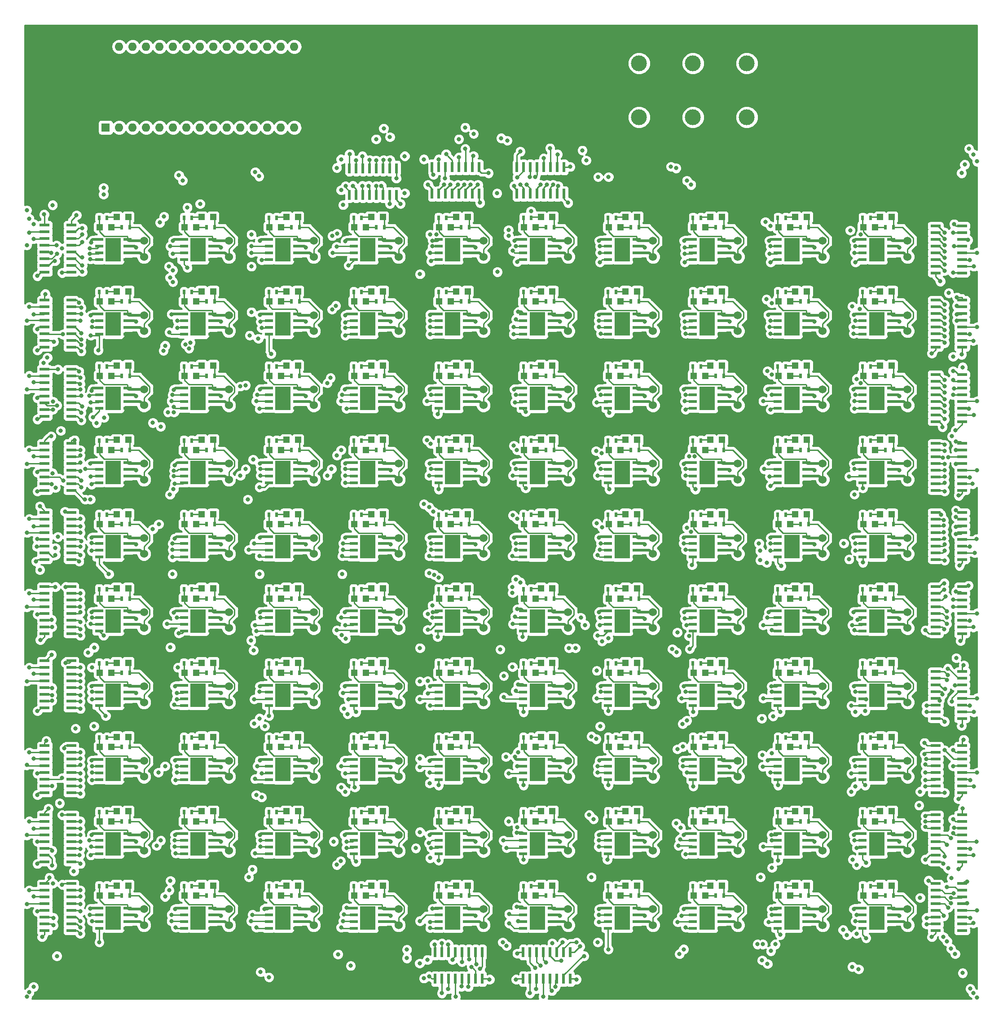
<source format=gbr>
G04 #@! TF.GenerationSoftware,KiCad,Pcbnew,5.0.0-rc2-dev-unknown-5a90858~64~ubuntu16.04.1*
G04 #@! TF.CreationDate,2018-12-18T14:43:22-05:00*
G04 #@! TF.ProjectId,ferrofluid_display,666572726F666C7569645F646973706C,rev?*
G04 #@! TF.SameCoordinates,Original*
G04 #@! TF.FileFunction,Copper,L1,Top*
G04 #@! TF.FilePolarity,Positive*
%FSLAX46Y46*%
G04 Gerber Fmt 4.6, Leading zero omitted, Abs format (unit mm)*
G04 Created by KiCad (PCBNEW 5.0.0-rc2-dev-unknown-5a90858~64~ubuntu16.04.1) date Tue Dec 18 14:43:22 2018*
%MOMM*%
%LPD*%
G01*
G04 APERTURE LIST*
%ADD10O,1.600000X1.600000*%
%ADD11R,1.600000X1.600000*%
%ADD12R,1.200000X1.200000*%
%ADD13C,3.000000*%
%ADD14C,1.524000*%
%ADD15R,0.500000X0.900000*%
%ADD16R,1.905000X0.533400*%
%ADD17R,0.533400X1.905000*%
%ADD18C,0.600000*%
%ADD19R,1.550000X0.600000*%
%ADD20R,2.950000X4.500000*%
%ADD21R,2.600000X3.100000*%
%ADD22C,0.800000*%
%ADD23C,0.500000*%
%ADD24C,0.250000*%
%ADD25C,0.254000*%
G04 APERTURE END LIST*
D10*
X157560000Y-22760000D03*
X157560000Y-38000000D03*
X122000000Y-22760000D03*
X155020000Y-38000000D03*
X124540000Y-22760000D03*
X152480000Y-38000000D03*
X127080000Y-22760000D03*
X149940000Y-38000000D03*
X129620000Y-22760000D03*
X147400000Y-38000000D03*
X132160000Y-22760000D03*
X144860000Y-38000000D03*
X134700000Y-22760000D03*
X142320000Y-38000000D03*
X137240000Y-22760000D03*
X139780000Y-38000000D03*
X139780000Y-22760000D03*
X137240000Y-38000000D03*
X142320000Y-22760000D03*
X134700000Y-38000000D03*
X144860000Y-22760000D03*
X132160000Y-38000000D03*
X147400000Y-22760000D03*
X129620000Y-38000000D03*
X149940000Y-22760000D03*
X127080000Y-38000000D03*
X152480000Y-22760000D03*
X124540000Y-38000000D03*
X155020000Y-22760000D03*
D11*
X122000000Y-38000000D03*
D12*
X120885000Y-56808000D03*
X123085000Y-56808000D03*
X126260000Y-54903000D03*
X124060000Y-54903000D03*
X136885000Y-56808000D03*
X139085000Y-56808000D03*
X142260000Y-54903000D03*
X140060000Y-54903000D03*
X152885000Y-56808000D03*
X155085000Y-56808000D03*
X158260000Y-54903000D03*
X156060000Y-54903000D03*
X168885000Y-56808000D03*
X171085000Y-56808000D03*
X174260000Y-54903000D03*
X172060000Y-54903000D03*
X184885000Y-56808000D03*
X187085000Y-56808000D03*
X188060000Y-54903000D03*
X190260000Y-54903000D03*
X203085000Y-56808000D03*
X200885000Y-56808000D03*
X204060000Y-54903000D03*
X206260000Y-54903000D03*
X219085000Y-56808000D03*
X216885000Y-56808000D03*
X222260000Y-54903000D03*
X220060000Y-54903000D03*
X232885000Y-56808000D03*
X235085000Y-56808000D03*
X236060000Y-54903000D03*
X238260000Y-54903000D03*
X248885000Y-56808000D03*
X251085000Y-56808000D03*
X252060000Y-54903000D03*
X254260000Y-54903000D03*
X267085000Y-56808000D03*
X264885000Y-56808000D03*
X270260000Y-54903000D03*
X268060000Y-54903000D03*
X120885000Y-70808000D03*
X123085000Y-70808000D03*
X126260000Y-68903000D03*
X124060000Y-68903000D03*
X136885000Y-70808000D03*
X139085000Y-70808000D03*
X140060000Y-68903000D03*
X142260000Y-68903000D03*
X155085000Y-70808000D03*
X152885000Y-70808000D03*
X156060000Y-68903000D03*
X158260000Y-68903000D03*
X168885000Y-70808000D03*
X171085000Y-70808000D03*
X172060000Y-68903000D03*
X174260000Y-68903000D03*
X187085000Y-70808000D03*
X184885000Y-70808000D03*
X188060000Y-68903000D03*
X190260000Y-68903000D03*
X203085000Y-70808000D03*
X200885000Y-70808000D03*
X204060000Y-68903000D03*
X206260000Y-68903000D03*
X219085000Y-70808000D03*
X216885000Y-70808000D03*
X220060000Y-68903000D03*
X222260000Y-68903000D03*
X235085000Y-70808000D03*
X232885000Y-70808000D03*
X236060000Y-68903000D03*
X238260000Y-68903000D03*
X251085000Y-70808000D03*
X248885000Y-70808000D03*
X252060000Y-68903000D03*
X254260000Y-68903000D03*
X267085000Y-70808000D03*
X264885000Y-70808000D03*
X268060000Y-68903000D03*
X270260000Y-68903000D03*
X123085000Y-84808000D03*
X120885000Y-84808000D03*
X126260000Y-82903000D03*
X124060000Y-82903000D03*
X139085000Y-84808000D03*
X136885000Y-84808000D03*
X140060000Y-82903000D03*
X142260000Y-82903000D03*
X155085000Y-84808000D03*
X152885000Y-84808000D03*
X156060000Y-82903000D03*
X158260000Y-82903000D03*
X168885000Y-84808000D03*
X171085000Y-84808000D03*
X174260000Y-82903000D03*
X172060000Y-82903000D03*
X187085000Y-84808000D03*
X184885000Y-84808000D03*
X188060000Y-82903000D03*
X190260000Y-82903000D03*
X203085000Y-84808000D03*
X200885000Y-84808000D03*
X206260000Y-82903000D03*
X204060000Y-82903000D03*
X216885000Y-84808000D03*
X219085000Y-84808000D03*
X222260000Y-82903000D03*
X220060000Y-82903000D03*
X232885000Y-84808000D03*
X235085000Y-84808000D03*
X238260000Y-82903000D03*
X236060000Y-82903000D03*
X248885000Y-84808000D03*
X251085000Y-84808000D03*
X254260000Y-82903000D03*
X252060000Y-82903000D03*
X264885000Y-84808000D03*
X267085000Y-84808000D03*
X270260000Y-82903000D03*
X268060000Y-82903000D03*
X120885000Y-98808000D03*
X123085000Y-98808000D03*
X126260000Y-96903000D03*
X124060000Y-96903000D03*
X139085000Y-98808000D03*
X136885000Y-98808000D03*
X142260000Y-96903000D03*
X140060000Y-96903000D03*
X152885000Y-98808000D03*
X155085000Y-98808000D03*
X158260000Y-96903000D03*
X156060000Y-96903000D03*
X168885000Y-98808000D03*
X171085000Y-98808000D03*
X174260000Y-96903000D03*
X172060000Y-96903000D03*
X184885000Y-98808000D03*
X187085000Y-98808000D03*
X190260000Y-96903000D03*
X188060000Y-96903000D03*
X200885000Y-98808000D03*
X203085000Y-98808000D03*
X206260000Y-96903000D03*
X204060000Y-96903000D03*
X216885000Y-98808000D03*
X219085000Y-98808000D03*
X220060000Y-96903000D03*
X222260000Y-96903000D03*
X235085000Y-98808000D03*
X232885000Y-98808000D03*
X236060000Y-96903000D03*
X238260000Y-96903000D03*
X251085000Y-98808000D03*
X248885000Y-98808000D03*
X252060000Y-96903000D03*
X254260000Y-96903000D03*
X267085000Y-98808000D03*
X264885000Y-98808000D03*
X268060000Y-96903000D03*
X270260000Y-96903000D03*
X123085000Y-112808000D03*
X120885000Y-112808000D03*
X126260000Y-110903000D03*
X124060000Y-110903000D03*
X136885000Y-112808000D03*
X139085000Y-112808000D03*
X142260000Y-110903000D03*
X140060000Y-110903000D03*
X152885000Y-112808000D03*
X155085000Y-112808000D03*
X158260000Y-110903000D03*
X156060000Y-110903000D03*
X168885000Y-112808000D03*
X171085000Y-112808000D03*
X172060000Y-110903000D03*
X174260000Y-110903000D03*
X187085000Y-112808000D03*
X184885000Y-112808000D03*
X188060000Y-110903000D03*
X190260000Y-110903000D03*
X200885000Y-112808000D03*
X203085000Y-112808000D03*
X204060000Y-110903000D03*
X206260000Y-110903000D03*
X219085000Y-112808000D03*
X216885000Y-112808000D03*
X220060000Y-110903000D03*
X222260000Y-110903000D03*
X235085000Y-112808000D03*
X232885000Y-112808000D03*
X236060000Y-110903000D03*
X238260000Y-110903000D03*
X251085000Y-112808000D03*
X248885000Y-112808000D03*
X254260000Y-110903000D03*
X252060000Y-110903000D03*
X267085000Y-112808000D03*
X264885000Y-112808000D03*
X268060000Y-110903000D03*
X270260000Y-110903000D03*
X120885000Y-126808000D03*
X123085000Y-126808000D03*
X124060000Y-124903000D03*
X126260000Y-124903000D03*
X136885000Y-126808000D03*
X139085000Y-126808000D03*
X140060000Y-124903000D03*
X142260000Y-124903000D03*
X152885000Y-126808000D03*
X155085000Y-126808000D03*
X156060000Y-124903000D03*
X158260000Y-124903000D03*
X171085000Y-126808000D03*
X168885000Y-126808000D03*
X174260000Y-124903000D03*
X172060000Y-124903000D03*
X187085000Y-126808000D03*
X184885000Y-126808000D03*
X190260000Y-124903000D03*
X188060000Y-124903000D03*
X200885000Y-126808000D03*
X203085000Y-126808000D03*
X206260000Y-124903000D03*
X204060000Y-124903000D03*
X219085000Y-126808000D03*
X216885000Y-126808000D03*
X222260000Y-124903000D03*
X220060000Y-124903000D03*
X235085000Y-126808000D03*
X232885000Y-126808000D03*
X236060000Y-124903000D03*
X238260000Y-124903000D03*
X248885000Y-126808000D03*
X251085000Y-126808000D03*
X252060000Y-124903000D03*
X254260000Y-124903000D03*
X264885000Y-126808000D03*
X267085000Y-126808000D03*
X268060000Y-124903000D03*
X270260000Y-124903000D03*
X120885000Y-140808000D03*
X123085000Y-140808000D03*
X124060000Y-138903000D03*
X126260000Y-138903000D03*
X136885000Y-140808000D03*
X139085000Y-140808000D03*
X140060000Y-138903000D03*
X142260000Y-138903000D03*
X155085000Y-140808000D03*
X152885000Y-140808000D03*
X158260000Y-138903000D03*
X156060000Y-138903000D03*
X171085000Y-140808000D03*
X168885000Y-140808000D03*
X174260000Y-138903000D03*
X172060000Y-138903000D03*
X187085000Y-140808000D03*
X184885000Y-140808000D03*
X190260000Y-138903000D03*
X188060000Y-138903000D03*
X203085000Y-140808000D03*
X200885000Y-140808000D03*
X206260000Y-138903000D03*
X204060000Y-138903000D03*
X216885000Y-140808000D03*
X219085000Y-140808000D03*
X222260000Y-138903000D03*
X220060000Y-138903000D03*
X235085000Y-140808000D03*
X232885000Y-140808000D03*
X238260000Y-138903000D03*
X236060000Y-138903000D03*
X251085000Y-140808000D03*
X248885000Y-140808000D03*
X254260000Y-138903000D03*
X252060000Y-138903000D03*
X267085000Y-140808000D03*
X264885000Y-140808000D03*
X270260000Y-138903000D03*
X268060000Y-138903000D03*
X123085000Y-154808000D03*
X120885000Y-154808000D03*
X124060000Y-152903000D03*
X126260000Y-152903000D03*
X139085000Y-154808000D03*
X136885000Y-154808000D03*
X142260000Y-152903000D03*
X140060000Y-152903000D03*
X155085000Y-154808000D03*
X152885000Y-154808000D03*
X158260000Y-152903000D03*
X156060000Y-152903000D03*
X171085000Y-154808000D03*
X168885000Y-154808000D03*
X174260000Y-152903000D03*
X172060000Y-152903000D03*
X187085000Y-154808000D03*
X184885000Y-154808000D03*
X190260000Y-152903000D03*
X188060000Y-152903000D03*
X200885000Y-154808000D03*
X203085000Y-154808000D03*
X204060000Y-152903000D03*
X206260000Y-152903000D03*
X216885000Y-154808000D03*
X219085000Y-154808000D03*
X220060000Y-152903000D03*
X222260000Y-152903000D03*
X232885000Y-154808000D03*
X235085000Y-154808000D03*
X236060000Y-152903000D03*
X238260000Y-152903000D03*
X248885000Y-154808000D03*
X251085000Y-154808000D03*
X252060000Y-152903000D03*
X254260000Y-152903000D03*
X267085000Y-154808000D03*
X264885000Y-154808000D03*
X268060000Y-152903000D03*
X270260000Y-152903000D03*
X120885000Y-168808000D03*
X123085000Y-168808000D03*
X124060000Y-166903000D03*
X126260000Y-166903000D03*
X136885000Y-168808000D03*
X139085000Y-168808000D03*
X140060000Y-166903000D03*
X142260000Y-166903000D03*
X152885000Y-168808000D03*
X155085000Y-168808000D03*
X156060000Y-166903000D03*
X158260000Y-166903000D03*
X168885000Y-168808000D03*
X171085000Y-168808000D03*
X174260000Y-166903000D03*
X172060000Y-166903000D03*
X187085000Y-168808000D03*
X184885000Y-168808000D03*
X190260000Y-166903000D03*
X188060000Y-166903000D03*
X203085000Y-168808000D03*
X200885000Y-168808000D03*
X206260000Y-166903000D03*
X204060000Y-166903000D03*
X219085000Y-168808000D03*
X216885000Y-168808000D03*
X222260000Y-166903000D03*
X220060000Y-166903000D03*
X235085000Y-168808000D03*
X232885000Y-168808000D03*
X238260000Y-166903000D03*
X236060000Y-166903000D03*
X251085000Y-168808000D03*
X248885000Y-168808000D03*
X254260000Y-166903000D03*
X252060000Y-166903000D03*
X267085000Y-168808000D03*
X264885000Y-168808000D03*
X270260000Y-166903000D03*
X268060000Y-166903000D03*
X123085000Y-182808000D03*
X120885000Y-182808000D03*
X126260000Y-180903000D03*
X124060000Y-180903000D03*
X139085000Y-182808000D03*
X136885000Y-182808000D03*
X140060000Y-180903000D03*
X142260000Y-180903000D03*
X152885000Y-182808000D03*
X155085000Y-182808000D03*
X156060000Y-180903000D03*
X158260000Y-180903000D03*
X168885000Y-182808000D03*
X171085000Y-182808000D03*
X172060000Y-180903000D03*
X174260000Y-180903000D03*
X184885000Y-182808000D03*
X187085000Y-182808000D03*
X188060000Y-180903000D03*
X190260000Y-180903000D03*
X200885000Y-182808000D03*
X203085000Y-182808000D03*
X206260000Y-180903000D03*
X204060000Y-180903000D03*
X216885000Y-182808000D03*
X219085000Y-182808000D03*
X220060000Y-180903000D03*
X222260000Y-180903000D03*
X232885000Y-182808000D03*
X235085000Y-182808000D03*
X236060000Y-180903000D03*
X238260000Y-180903000D03*
X248885000Y-182808000D03*
X251085000Y-182808000D03*
X252060000Y-180903000D03*
X254260000Y-180903000D03*
X264885000Y-182808000D03*
X267085000Y-182808000D03*
X270260000Y-180903000D03*
X268060000Y-180903000D03*
D13*
X242920000Y-36080000D03*
X273400000Y-36080000D03*
X263240000Y-36080000D03*
X253080000Y-36080000D03*
X232760000Y-36080000D03*
X222600000Y-36080000D03*
X273400000Y-25920000D03*
X263240000Y-25920000D03*
X253080000Y-25920000D03*
X242920000Y-25920000D03*
X232760000Y-25920000D03*
X222600000Y-25920000D03*
D14*
X129224000Y-62372000D03*
X129224000Y-59372000D03*
X145224000Y-62372000D03*
X145224000Y-59372000D03*
X161224000Y-59372000D03*
X161224000Y-62372000D03*
X177224000Y-62372000D03*
X177224000Y-59372000D03*
X193224000Y-62372000D03*
X193224000Y-59372000D03*
X209224000Y-62372000D03*
X209224000Y-59372000D03*
X225224000Y-62372000D03*
X225224000Y-59372000D03*
X241224000Y-59372000D03*
X241224000Y-62372000D03*
X257224000Y-62372000D03*
X257224000Y-59372000D03*
X273224000Y-59372000D03*
X273224000Y-62372000D03*
X129224000Y-76372000D03*
X129224000Y-73372000D03*
X145224000Y-76372000D03*
X145224000Y-73372000D03*
X161224000Y-76372000D03*
X161224000Y-73372000D03*
X177224000Y-73372000D03*
X177224000Y-76372000D03*
X193224000Y-76372000D03*
X193224000Y-73372000D03*
X209224000Y-76372000D03*
X209224000Y-73372000D03*
X225224000Y-76372000D03*
X225224000Y-73372000D03*
X241224000Y-73372000D03*
X241224000Y-76372000D03*
X257224000Y-73372000D03*
X257224000Y-76372000D03*
X273224000Y-73372000D03*
X273224000Y-76372000D03*
X129224000Y-87372000D03*
X129224000Y-90372000D03*
X145224000Y-87372000D03*
X145224000Y-90372000D03*
X161224000Y-87372000D03*
X161224000Y-90372000D03*
X177224000Y-87372000D03*
X177224000Y-90372000D03*
X193224000Y-90372000D03*
X193224000Y-87372000D03*
X209224000Y-90372000D03*
X209224000Y-87372000D03*
X225224000Y-90372000D03*
X225224000Y-87372000D03*
X241224000Y-90372000D03*
X241224000Y-87372000D03*
X257224000Y-87372000D03*
X257224000Y-90372000D03*
X273224000Y-90372000D03*
X273224000Y-87372000D03*
X129224000Y-104372000D03*
X129224000Y-101372000D03*
X145224000Y-104372000D03*
X145224000Y-101372000D03*
X161224000Y-101372000D03*
X161224000Y-104372000D03*
X177224000Y-101372000D03*
X177224000Y-104372000D03*
X193224000Y-101372000D03*
X193224000Y-104372000D03*
X209224000Y-104372000D03*
X209224000Y-101372000D03*
X225224000Y-101372000D03*
X225224000Y-104372000D03*
X241224000Y-101372000D03*
X241224000Y-104372000D03*
X257224000Y-101372000D03*
X257224000Y-104372000D03*
X273224000Y-104372000D03*
X273224000Y-101372000D03*
X129224000Y-115372000D03*
X129224000Y-118372000D03*
X145224000Y-115372000D03*
X145224000Y-118372000D03*
X161224000Y-115372000D03*
X161224000Y-118372000D03*
X177224000Y-118372000D03*
X177224000Y-115372000D03*
X193224000Y-115372000D03*
X193224000Y-118372000D03*
X209224000Y-115372000D03*
X209224000Y-118372000D03*
X225224000Y-118372000D03*
X225224000Y-115372000D03*
X241224000Y-115372000D03*
X241224000Y-118372000D03*
X257224000Y-115372000D03*
X257224000Y-118372000D03*
X273224000Y-118372000D03*
X273224000Y-115372000D03*
X129224000Y-132372000D03*
X129224000Y-129372000D03*
X145224000Y-129372000D03*
X145224000Y-132372000D03*
X161224000Y-129372000D03*
X161224000Y-132372000D03*
X177224000Y-129372000D03*
X177224000Y-132372000D03*
X193224000Y-129372000D03*
X193224000Y-132372000D03*
X209224000Y-132372000D03*
X209224000Y-129372000D03*
X225224000Y-132372000D03*
X225224000Y-129372000D03*
X241224000Y-129372000D03*
X241224000Y-132372000D03*
X257224000Y-132372000D03*
X257224000Y-129372000D03*
X273224000Y-129372000D03*
X273224000Y-132372000D03*
X129224000Y-143372000D03*
X129224000Y-146372000D03*
X145224000Y-143372000D03*
X145224000Y-146372000D03*
X161224000Y-143372000D03*
X161224000Y-146372000D03*
X177224000Y-143372000D03*
X177224000Y-146372000D03*
X193224000Y-146372000D03*
X193224000Y-143372000D03*
X209224000Y-143372000D03*
X209224000Y-146372000D03*
X225224000Y-146372000D03*
X225224000Y-143372000D03*
X241224000Y-146372000D03*
X241224000Y-143372000D03*
X257224000Y-146372000D03*
X257224000Y-143372000D03*
X273224000Y-146372000D03*
X273224000Y-143372000D03*
X129224000Y-160372000D03*
X129224000Y-157372000D03*
X145224000Y-160372000D03*
X145224000Y-157372000D03*
X161224000Y-160372000D03*
X161224000Y-157372000D03*
X177224000Y-160372000D03*
X177224000Y-157372000D03*
X193224000Y-157372000D03*
X193224000Y-160372000D03*
X209224000Y-157372000D03*
X209224000Y-160372000D03*
X225224000Y-157372000D03*
X225224000Y-160372000D03*
X241224000Y-157372000D03*
X241224000Y-160372000D03*
X257224000Y-157372000D03*
X257224000Y-160372000D03*
X273224000Y-157372000D03*
X273224000Y-160372000D03*
X129224000Y-171372000D03*
X129224000Y-174372000D03*
X145224000Y-171372000D03*
X145224000Y-174372000D03*
X161224000Y-174372000D03*
X161224000Y-171372000D03*
X177224000Y-171372000D03*
X177224000Y-174372000D03*
X193224000Y-174372000D03*
X193224000Y-171372000D03*
X209224000Y-174372000D03*
X209224000Y-171372000D03*
X225224000Y-174372000D03*
X225224000Y-171372000D03*
X241224000Y-174372000D03*
X241224000Y-171372000D03*
X257224000Y-174372000D03*
X257224000Y-171372000D03*
X273224000Y-171372000D03*
X273224000Y-174372000D03*
X129224000Y-188372000D03*
X129224000Y-185372000D03*
X145224000Y-188372000D03*
X145224000Y-185372000D03*
X161224000Y-185372000D03*
X161224000Y-188372000D03*
X177224000Y-188372000D03*
X177224000Y-185372000D03*
X193224000Y-188372000D03*
X193224000Y-185372000D03*
X209224000Y-185372000D03*
X209224000Y-188372000D03*
X225224000Y-188372000D03*
X225224000Y-185372000D03*
X241224000Y-185372000D03*
X241224000Y-188372000D03*
X257224000Y-185372000D03*
X257224000Y-188372000D03*
X273224000Y-188372000D03*
X273224000Y-185372000D03*
D15*
X125045000Y-56808000D03*
X126545000Y-56808000D03*
X122259762Y-55030500D03*
X120759762Y-55030500D03*
X141045000Y-56808000D03*
X142545000Y-56808000D03*
X138259762Y-55030500D03*
X136759762Y-55030500D03*
X157045000Y-56808000D03*
X158545000Y-56808000D03*
X154259762Y-55030500D03*
X152759762Y-55030500D03*
X173045000Y-56808000D03*
X174545000Y-56808000D03*
X170259762Y-55030500D03*
X168759762Y-55030500D03*
X189045000Y-56808000D03*
X190545000Y-56808000D03*
X186259762Y-55030500D03*
X184759762Y-55030500D03*
X205045000Y-56808000D03*
X206545000Y-56808000D03*
X202259762Y-55030500D03*
X200759762Y-55030500D03*
X221045000Y-56808000D03*
X222545000Y-56808000D03*
X218259762Y-55030500D03*
X216759762Y-55030500D03*
X237045000Y-56808000D03*
X238545000Y-56808000D03*
X234259762Y-55030500D03*
X232759762Y-55030500D03*
X254545000Y-56808000D03*
X253045000Y-56808000D03*
X248759762Y-55030500D03*
X250259762Y-55030500D03*
X270545000Y-56808000D03*
X269045000Y-56808000D03*
X264759762Y-55030500D03*
X266259762Y-55030500D03*
X126545000Y-70808000D03*
X125045000Y-70808000D03*
X122259762Y-69030500D03*
X120759762Y-69030500D03*
X141045000Y-70808000D03*
X142545000Y-70808000D03*
X138259762Y-69030500D03*
X136759762Y-69030500D03*
X157045000Y-70808000D03*
X158545000Y-70808000D03*
X152759762Y-69030500D03*
X154259762Y-69030500D03*
X173045000Y-70808000D03*
X174545000Y-70808000D03*
X170259762Y-69030500D03*
X168759762Y-69030500D03*
X189045000Y-70808000D03*
X190545000Y-70808000D03*
X184759762Y-69030500D03*
X186259762Y-69030500D03*
X205045000Y-70808000D03*
X206545000Y-70808000D03*
X202259762Y-69030500D03*
X200759762Y-69030500D03*
X221045000Y-70808000D03*
X222545000Y-70808000D03*
X218259762Y-69030500D03*
X216759762Y-69030500D03*
X237045000Y-70808000D03*
X238545000Y-70808000D03*
X234259762Y-69030500D03*
X232759762Y-69030500D03*
X253045000Y-70808000D03*
X254545000Y-70808000D03*
X250259762Y-69030500D03*
X248759762Y-69030500D03*
X270545000Y-70808000D03*
X269045000Y-70808000D03*
X264759762Y-69030500D03*
X266259762Y-69030500D03*
X126545000Y-84808000D03*
X125045000Y-84808000D03*
X120759762Y-83030500D03*
X122259762Y-83030500D03*
X142545000Y-84808000D03*
X141045000Y-84808000D03*
X136759762Y-83030500D03*
X138259762Y-83030500D03*
X158545000Y-84808000D03*
X157045000Y-84808000D03*
X152759762Y-83030500D03*
X154259762Y-83030500D03*
X174545000Y-84808000D03*
X173045000Y-84808000D03*
X168759762Y-83030500D03*
X170259762Y-83030500D03*
X190545000Y-84808000D03*
X189045000Y-84808000D03*
X184759762Y-83030500D03*
X186259762Y-83030500D03*
X206545000Y-84808000D03*
X205045000Y-84808000D03*
X200759762Y-83030500D03*
X202259762Y-83030500D03*
X222545000Y-84808000D03*
X221045000Y-84808000D03*
X216759762Y-83030500D03*
X218259762Y-83030500D03*
X238545000Y-84808000D03*
X237045000Y-84808000D03*
X232759762Y-83030500D03*
X234259762Y-83030500D03*
X254545000Y-84808000D03*
X253045000Y-84808000D03*
X248759762Y-83030500D03*
X250259762Y-83030500D03*
X269045000Y-84808000D03*
X270545000Y-84808000D03*
X264759762Y-83030500D03*
X266259762Y-83030500D03*
X126545000Y-98808000D03*
X125045000Y-98808000D03*
X120759762Y-97030500D03*
X122259762Y-97030500D03*
X142545000Y-98808000D03*
X141045000Y-98808000D03*
X136759762Y-97030500D03*
X138259762Y-97030500D03*
X158545000Y-98808000D03*
X157045000Y-98808000D03*
X152759762Y-97030500D03*
X154259762Y-97030500D03*
X174545000Y-98808000D03*
X173045000Y-98808000D03*
X168759762Y-97030500D03*
X170259762Y-97030500D03*
X190545000Y-98808000D03*
X189045000Y-98808000D03*
X184759762Y-97030500D03*
X186259762Y-97030500D03*
X205045000Y-98808000D03*
X206545000Y-98808000D03*
X200759762Y-97030500D03*
X202259762Y-97030500D03*
X222545000Y-98808000D03*
X221045000Y-98808000D03*
X218259762Y-97030500D03*
X216759762Y-97030500D03*
X238545000Y-98808000D03*
X237045000Y-98808000D03*
X232759762Y-97030500D03*
X234259762Y-97030500D03*
X253045000Y-98808000D03*
X254545000Y-98808000D03*
X250259762Y-97030500D03*
X248759762Y-97030500D03*
X269045000Y-98808000D03*
X270545000Y-98808000D03*
X266259762Y-97030500D03*
X264759762Y-97030500D03*
X125045000Y-112808000D03*
X126545000Y-112808000D03*
X122259762Y-111030500D03*
X120759762Y-111030500D03*
X141045000Y-112808000D03*
X142545000Y-112808000D03*
X138259762Y-111030500D03*
X136759762Y-111030500D03*
X158545000Y-112808000D03*
X157045000Y-112808000D03*
X152759762Y-111030500D03*
X154259762Y-111030500D03*
X173045000Y-112808000D03*
X174545000Y-112808000D03*
X170259762Y-111030500D03*
X168759762Y-111030500D03*
X189045000Y-112808000D03*
X190545000Y-112808000D03*
X186259762Y-111030500D03*
X184759762Y-111030500D03*
X205045000Y-112808000D03*
X206545000Y-112808000D03*
X202259762Y-111030500D03*
X200759762Y-111030500D03*
X221045000Y-112808000D03*
X222545000Y-112808000D03*
X218259762Y-111030500D03*
X216759762Y-111030500D03*
X237045000Y-112808000D03*
X238545000Y-112808000D03*
X234259762Y-111030500D03*
X232759762Y-111030500D03*
X253045000Y-112808000D03*
X254545000Y-112808000D03*
X250259762Y-111030500D03*
X248759762Y-111030500D03*
X269045000Y-112808000D03*
X270545000Y-112808000D03*
X266259762Y-111030500D03*
X264759762Y-111030500D03*
X126545000Y-126808000D03*
X125045000Y-126808000D03*
X122259762Y-125030500D03*
X120759762Y-125030500D03*
X142545000Y-126808000D03*
X141045000Y-126808000D03*
X138259762Y-125030500D03*
X136759762Y-125030500D03*
X157045000Y-126808000D03*
X158545000Y-126808000D03*
X154259762Y-125030500D03*
X152759762Y-125030500D03*
X173045000Y-126808000D03*
X174545000Y-126808000D03*
X170259762Y-125030500D03*
X168759762Y-125030500D03*
X189045000Y-126808000D03*
X190545000Y-126808000D03*
X184759762Y-125030500D03*
X186259762Y-125030500D03*
X206545000Y-126808000D03*
X205045000Y-126808000D03*
X202259762Y-125030500D03*
X200759762Y-125030500D03*
X221045000Y-126808000D03*
X222545000Y-126808000D03*
X218259762Y-125030500D03*
X216759762Y-125030500D03*
X237045000Y-126808000D03*
X238545000Y-126808000D03*
X234259762Y-125030500D03*
X232759762Y-125030500D03*
X253045000Y-126808000D03*
X254545000Y-126808000D03*
X250259762Y-125030500D03*
X248759762Y-125030500D03*
X269045000Y-126808000D03*
X270545000Y-126808000D03*
X264759762Y-125030500D03*
X266259762Y-125030500D03*
X126545000Y-140808000D03*
X125045000Y-140808000D03*
X120759762Y-139030500D03*
X122259762Y-139030500D03*
X142545000Y-140808000D03*
X141045000Y-140808000D03*
X136759762Y-139030500D03*
X138259762Y-139030500D03*
X158545000Y-140808000D03*
X157045000Y-140808000D03*
X152759762Y-139030500D03*
X154259762Y-139030500D03*
X174545000Y-140808000D03*
X173045000Y-140808000D03*
X168759762Y-139030500D03*
X170259762Y-139030500D03*
X190545000Y-140808000D03*
X189045000Y-140808000D03*
X184759762Y-139030500D03*
X186259762Y-139030500D03*
X206545000Y-140808000D03*
X205045000Y-140808000D03*
X200759762Y-139030500D03*
X202259762Y-139030500D03*
X222545000Y-140808000D03*
X221045000Y-140808000D03*
X216759762Y-139030500D03*
X218259762Y-139030500D03*
X238545000Y-140808000D03*
X237045000Y-140808000D03*
X232759762Y-139030500D03*
X234259762Y-139030500D03*
X254545000Y-140808000D03*
X253045000Y-140808000D03*
X248759762Y-139030500D03*
X250259762Y-139030500D03*
X270545000Y-140808000D03*
X269045000Y-140808000D03*
X266259762Y-139030500D03*
X264759762Y-139030500D03*
X126545000Y-154808000D03*
X125045000Y-154808000D03*
X120759762Y-153030500D03*
X122259762Y-153030500D03*
X142545000Y-154808000D03*
X141045000Y-154808000D03*
X138259762Y-153030500D03*
X136759762Y-153030500D03*
X158545000Y-154808000D03*
X157045000Y-154808000D03*
X152759762Y-153030500D03*
X154259762Y-153030500D03*
X174545000Y-154808000D03*
X173045000Y-154808000D03*
X168759762Y-153030500D03*
X170259762Y-153030500D03*
X190545000Y-154808000D03*
X189045000Y-154808000D03*
X184759762Y-153030500D03*
X186259762Y-153030500D03*
X206545000Y-154808000D03*
X205045000Y-154808000D03*
X200759762Y-153030500D03*
X202259762Y-153030500D03*
X222545000Y-154808000D03*
X221045000Y-154808000D03*
X216759762Y-153030500D03*
X218259762Y-153030500D03*
X238545000Y-154808000D03*
X237045000Y-154808000D03*
X232759762Y-153030500D03*
X234259762Y-153030500D03*
X253045000Y-154808000D03*
X254545000Y-154808000D03*
X250259762Y-153030500D03*
X248759762Y-153030500D03*
X269045000Y-154808000D03*
X270545000Y-154808000D03*
X266259762Y-153030500D03*
X264759762Y-153030500D03*
X126545000Y-168808000D03*
X125045000Y-168808000D03*
X122259762Y-167030500D03*
X120759762Y-167030500D03*
X141045000Y-168808000D03*
X142545000Y-168808000D03*
X138259762Y-167030500D03*
X136759762Y-167030500D03*
X157045000Y-168808000D03*
X158545000Y-168808000D03*
X154259762Y-167030500D03*
X152759762Y-167030500D03*
X173045000Y-168808000D03*
X174545000Y-168808000D03*
X170259762Y-167030500D03*
X168759762Y-167030500D03*
X189045000Y-168808000D03*
X190545000Y-168808000D03*
X186259762Y-167030500D03*
X184759762Y-167030500D03*
X205045000Y-168808000D03*
X206545000Y-168808000D03*
X202259762Y-167030500D03*
X200759762Y-167030500D03*
X221045000Y-168808000D03*
X222545000Y-168808000D03*
X216759762Y-167030500D03*
X218259762Y-167030500D03*
X238545000Y-168808000D03*
X237045000Y-168808000D03*
X232759762Y-167030500D03*
X234259762Y-167030500D03*
X254545000Y-168808000D03*
X253045000Y-168808000D03*
X250259762Y-167030500D03*
X248759762Y-167030500D03*
X269045000Y-168808000D03*
X270545000Y-168808000D03*
X266259762Y-167030500D03*
X264759762Y-167030500D03*
X125045000Y-182808000D03*
X126545000Y-182808000D03*
X120759762Y-181030500D03*
X122259762Y-181030500D03*
X141045000Y-182808000D03*
X142545000Y-182808000D03*
X138259762Y-181030500D03*
X136759762Y-181030500D03*
X157045000Y-182808000D03*
X158545000Y-182808000D03*
X152759762Y-181030500D03*
X154259762Y-181030500D03*
X173045000Y-182808000D03*
X174545000Y-182808000D03*
X170259762Y-181030500D03*
X168759762Y-181030500D03*
X189045000Y-182808000D03*
X190545000Y-182808000D03*
X186259762Y-181030500D03*
X184759762Y-181030500D03*
X205045000Y-182808000D03*
X206545000Y-182808000D03*
X202259762Y-181030500D03*
X200759762Y-181030500D03*
X221045000Y-182808000D03*
X222545000Y-182808000D03*
X218259762Y-181030500D03*
X216759762Y-181030500D03*
X237045000Y-182808000D03*
X238545000Y-182808000D03*
X234259762Y-181030500D03*
X232759762Y-181030500D03*
X253045000Y-182808000D03*
X254545000Y-182808000D03*
X250259762Y-181030500D03*
X248759762Y-181030500D03*
X269045000Y-182808000D03*
X270545000Y-182808000D03*
X266259762Y-181030500D03*
X264759762Y-181030500D03*
D16*
X278498100Y-180555000D03*
X278498100Y-181825000D03*
X278498100Y-183095000D03*
X278498100Y-184365000D03*
X278498100Y-185635000D03*
X278498100Y-186905000D03*
X278498100Y-188175000D03*
X278498100Y-189445000D03*
X283501900Y-189445000D03*
X283501900Y-188175000D03*
X283501900Y-186905000D03*
X283501900Y-185635000D03*
X283501900Y-184365000D03*
X283501900Y-183095000D03*
X283501900Y-181825000D03*
X283501900Y-180555000D03*
X110498100Y-65299001D03*
X110498100Y-64029001D03*
X110498100Y-62759001D03*
X110498100Y-61489001D03*
X110498100Y-60219001D03*
X110498100Y-58949001D03*
X110498100Y-57679001D03*
X110498100Y-56409001D03*
X115501900Y-56409001D03*
X115501900Y-57679001D03*
X115501900Y-58949001D03*
X115501900Y-60219001D03*
X115501900Y-61489001D03*
X115501900Y-62759001D03*
X115501900Y-64029001D03*
X115501900Y-65299001D03*
D17*
X199555000Y-50501900D03*
X200825000Y-50501900D03*
X202095000Y-50501900D03*
X203365000Y-50501900D03*
X204635000Y-50501900D03*
X205905000Y-50501900D03*
X207175000Y-50501900D03*
X208445000Y-50501900D03*
X208445000Y-45498100D03*
X207175000Y-45498100D03*
X205905000Y-45498100D03*
X204635000Y-45498100D03*
X203365000Y-45498100D03*
X202095000Y-45498100D03*
X200825000Y-45498100D03*
X199555000Y-45498100D03*
D16*
X283501900Y-56555000D03*
X283501900Y-57825000D03*
X283501900Y-59095000D03*
X283501900Y-60365000D03*
X283501900Y-61635000D03*
X283501900Y-62905000D03*
X283501900Y-64175000D03*
X283501900Y-65445000D03*
X278498100Y-65445000D03*
X278498100Y-64175000D03*
X278498100Y-62905000D03*
X278498100Y-61635000D03*
X278498100Y-60365000D03*
X278498100Y-59095000D03*
X278498100Y-57825000D03*
X278498100Y-56555000D03*
X115501900Y-133445000D03*
X115501900Y-132175000D03*
X115501900Y-130905000D03*
X115501900Y-129635000D03*
X115501900Y-128365000D03*
X115501900Y-127095000D03*
X115501900Y-125825000D03*
X115501900Y-124555000D03*
X110498100Y-124555000D03*
X110498100Y-125825000D03*
X110498100Y-127095000D03*
X110498100Y-128365000D03*
X110498100Y-129635000D03*
X110498100Y-130905000D03*
X110498100Y-132175000D03*
X110498100Y-133445000D03*
D17*
X209645000Y-198501900D03*
X208375000Y-198501900D03*
X207105000Y-198501900D03*
X205835000Y-198501900D03*
X204565000Y-198501900D03*
X203295000Y-198501900D03*
X202025000Y-198501900D03*
X200755000Y-198501900D03*
X200755000Y-193498100D03*
X202025000Y-193498100D03*
X203295000Y-193498100D03*
X204565000Y-193498100D03*
X205835000Y-193498100D03*
X207105000Y-193498100D03*
X208375000Y-193498100D03*
X209645000Y-193498100D03*
X167955000Y-50701900D03*
X169225000Y-50701900D03*
X170495000Y-50701900D03*
X171765000Y-50701900D03*
X173035000Y-50701900D03*
X174305000Y-50701900D03*
X175575000Y-50701900D03*
X176845000Y-50701900D03*
X176845000Y-45698100D03*
X175575000Y-45698100D03*
X174305000Y-45698100D03*
X173035000Y-45698100D03*
X171765000Y-45698100D03*
X170495000Y-45698100D03*
X169225000Y-45698100D03*
X167955000Y-45698100D03*
X183555000Y-45498100D03*
X184825000Y-45498100D03*
X186095000Y-45498100D03*
X187365000Y-45498100D03*
X188635000Y-45498100D03*
X189905000Y-45498100D03*
X191175000Y-45498100D03*
X192445000Y-45498100D03*
X192445000Y-50501900D03*
X191175000Y-50501900D03*
X189905000Y-50501900D03*
X188635000Y-50501900D03*
X187365000Y-50501900D03*
X186095000Y-50501900D03*
X184825000Y-50501900D03*
X183555000Y-50501900D03*
D16*
X278498100Y-70555000D03*
X278498100Y-71825000D03*
X278498100Y-73095000D03*
X278498100Y-74365000D03*
X278498100Y-75635000D03*
X278498100Y-76905000D03*
X278498100Y-78175000D03*
X278498100Y-79445000D03*
X283501900Y-79445000D03*
X283501900Y-78175000D03*
X283501900Y-76905000D03*
X283501900Y-75635000D03*
X283501900Y-74365000D03*
X283501900Y-73095000D03*
X283501900Y-71825000D03*
X283501900Y-70555000D03*
X110498100Y-147445000D03*
X110498100Y-146175000D03*
X110498100Y-144905000D03*
X110498100Y-143635000D03*
X110498100Y-142365000D03*
X110498100Y-141095000D03*
X110498100Y-139825000D03*
X110498100Y-138555000D03*
X115501900Y-138555000D03*
X115501900Y-139825000D03*
X115501900Y-141095000D03*
X115501900Y-142365000D03*
X115501900Y-143635000D03*
X115501900Y-144905000D03*
X115501900Y-146175000D03*
X115501900Y-147445000D03*
X278498100Y-140555000D03*
X278498100Y-141825000D03*
X278498100Y-143095000D03*
X278498100Y-144365000D03*
X278498100Y-145635000D03*
X278498100Y-146905000D03*
X278498100Y-148175000D03*
X278498100Y-149445000D03*
X283501900Y-149445000D03*
X283501900Y-148175000D03*
X283501900Y-146905000D03*
X283501900Y-145635000D03*
X283501900Y-144365000D03*
X283501900Y-143095000D03*
X283501900Y-141825000D03*
X283501900Y-140555000D03*
X110498100Y-79445000D03*
X110498100Y-78175000D03*
X110498100Y-76905000D03*
X110498100Y-75635000D03*
X110498100Y-74365000D03*
X110498100Y-73095000D03*
X110498100Y-71825000D03*
X110498100Y-70555000D03*
X115501900Y-70555000D03*
X115501900Y-71825000D03*
X115501900Y-73095000D03*
X115501900Y-74365000D03*
X115501900Y-75635000D03*
X115501900Y-76905000D03*
X115501900Y-78175000D03*
X115501900Y-79445000D03*
X278498100Y-97555000D03*
X278498100Y-98825000D03*
X278498100Y-100095000D03*
X278498100Y-101365000D03*
X278498100Y-102635000D03*
X278498100Y-103905000D03*
X278498100Y-105175000D03*
X278498100Y-106445000D03*
X283501900Y-106445000D03*
X283501900Y-105175000D03*
X283501900Y-103905000D03*
X283501900Y-102635000D03*
X283501900Y-101365000D03*
X283501900Y-100095000D03*
X283501900Y-98825000D03*
X283501900Y-97555000D03*
X283501900Y-84555000D03*
X283501900Y-85825000D03*
X283501900Y-87095000D03*
X283501900Y-88365000D03*
X283501900Y-89635000D03*
X283501900Y-90905000D03*
X283501900Y-92175000D03*
X283501900Y-93445000D03*
X278498100Y-93445000D03*
X278498100Y-92175000D03*
X278498100Y-90905000D03*
X278498100Y-89635000D03*
X278498100Y-88365000D03*
X278498100Y-87095000D03*
X278498100Y-85825000D03*
X278498100Y-84555000D03*
X115501900Y-163445000D03*
X115501900Y-162175000D03*
X115501900Y-160905000D03*
X115501900Y-159635000D03*
X115501900Y-158365000D03*
X115501900Y-157095000D03*
X115501900Y-155825000D03*
X115501900Y-154555000D03*
X110498100Y-154555000D03*
X110498100Y-155825000D03*
X110498100Y-157095000D03*
X110498100Y-158365000D03*
X110498100Y-159635000D03*
X110498100Y-160905000D03*
X110498100Y-162175000D03*
X110498100Y-163445000D03*
X283501900Y-154555000D03*
X283501900Y-155825000D03*
X283501900Y-157095000D03*
X283501900Y-158365000D03*
X283501900Y-159635000D03*
X283501900Y-160905000D03*
X283501900Y-162175000D03*
X283501900Y-163445000D03*
X278498100Y-163445000D03*
X278498100Y-162175000D03*
X278498100Y-160905000D03*
X278498100Y-159635000D03*
X278498100Y-158365000D03*
X278498100Y-157095000D03*
X278498100Y-155825000D03*
X278498100Y-154555000D03*
X115501900Y-92445000D03*
X115501900Y-91175000D03*
X115501900Y-89905000D03*
X115501900Y-88635000D03*
X115501900Y-87365000D03*
X115501900Y-86095000D03*
X115501900Y-84825000D03*
X115501900Y-83555000D03*
X110498100Y-83555000D03*
X110498100Y-84825000D03*
X110498100Y-86095000D03*
X110498100Y-87365000D03*
X110498100Y-88635000D03*
X110498100Y-89905000D03*
X110498100Y-91175000D03*
X110498100Y-92445000D03*
X283501900Y-110555000D03*
X283501900Y-111825000D03*
X283501900Y-113095000D03*
X283501900Y-114365000D03*
X283501900Y-115635000D03*
X283501900Y-116905000D03*
X283501900Y-118175000D03*
X283501900Y-119445000D03*
X278498100Y-119445000D03*
X278498100Y-118175000D03*
X278498100Y-116905000D03*
X278498100Y-115635000D03*
X278498100Y-114365000D03*
X278498100Y-113095000D03*
X278498100Y-111825000D03*
X278498100Y-110555000D03*
X115501900Y-119445000D03*
X115501900Y-118175000D03*
X115501900Y-116905000D03*
X115501900Y-115635000D03*
X115501900Y-114365000D03*
X115501900Y-113095000D03*
X115501900Y-111825000D03*
X115501900Y-110555000D03*
X110498100Y-110555000D03*
X110498100Y-111825000D03*
X110498100Y-113095000D03*
X110498100Y-114365000D03*
X110498100Y-115635000D03*
X110498100Y-116905000D03*
X110498100Y-118175000D03*
X110498100Y-119445000D03*
D17*
X193045000Y-198501900D03*
X191775000Y-198501900D03*
X190505000Y-198501900D03*
X189235000Y-198501900D03*
X187965000Y-198501900D03*
X186695000Y-198501900D03*
X185425000Y-198501900D03*
X184155000Y-198501900D03*
X184155000Y-193498100D03*
X185425000Y-193498100D03*
X186695000Y-193498100D03*
X187965000Y-193498100D03*
X189235000Y-193498100D03*
X190505000Y-193498100D03*
X191775000Y-193498100D03*
X193045000Y-193498100D03*
D16*
X278498100Y-167555000D03*
X278498100Y-168825000D03*
X278498100Y-170095000D03*
X278498100Y-171365000D03*
X278498100Y-172635000D03*
X278498100Y-173905000D03*
X278498100Y-175175000D03*
X278498100Y-176445000D03*
X283501900Y-176445000D03*
X283501900Y-175175000D03*
X283501900Y-173905000D03*
X283501900Y-172635000D03*
X283501900Y-171365000D03*
X283501900Y-170095000D03*
X283501900Y-168825000D03*
X283501900Y-167555000D03*
X110498100Y-106445000D03*
X110498100Y-105175000D03*
X110498100Y-103905000D03*
X110498100Y-102635000D03*
X110498100Y-101365000D03*
X110498100Y-100095000D03*
X110498100Y-98825000D03*
X110498100Y-97555000D03*
X115501900Y-97555000D03*
X115501900Y-98825000D03*
X115501900Y-100095000D03*
X115501900Y-101365000D03*
X115501900Y-102635000D03*
X115501900Y-103905000D03*
X115501900Y-105175000D03*
X115501900Y-106445000D03*
X278498100Y-124555000D03*
X278498100Y-125825000D03*
X278498100Y-127095000D03*
X278498100Y-128365000D03*
X278498100Y-129635000D03*
X278498100Y-130905000D03*
X278498100Y-132175000D03*
X278498100Y-133445000D03*
X283501900Y-133445000D03*
X283501900Y-132175000D03*
X283501900Y-130905000D03*
X283501900Y-129635000D03*
X283501900Y-128365000D03*
X283501900Y-127095000D03*
X283501900Y-125825000D03*
X283501900Y-124555000D03*
X110498100Y-189445000D03*
X110498100Y-188175000D03*
X110498100Y-186905000D03*
X110498100Y-185635000D03*
X110498100Y-184365000D03*
X110498100Y-183095000D03*
X110498100Y-181825000D03*
X110498100Y-180555000D03*
X115501900Y-180555000D03*
X115501900Y-181825000D03*
X115501900Y-183095000D03*
X115501900Y-184365000D03*
X115501900Y-185635000D03*
X115501900Y-186905000D03*
X115501900Y-188175000D03*
X115501900Y-189445000D03*
X115501900Y-176445000D03*
X115501900Y-175175000D03*
X115501900Y-173905000D03*
X115501900Y-172635000D03*
X115501900Y-171365000D03*
X115501900Y-170095000D03*
X115501900Y-168825000D03*
X115501900Y-167555000D03*
X110498100Y-167555000D03*
X110498100Y-168825000D03*
X110498100Y-170095000D03*
X110498100Y-171365000D03*
X110498100Y-172635000D03*
X110498100Y-173905000D03*
X110498100Y-175175000D03*
X110498100Y-176445000D03*
D18*
X124056905Y-62847500D03*
X124056905Y-61747500D03*
X122856905Y-61747500D03*
X122856905Y-62847500D03*
X124056905Y-59247500D03*
X124056905Y-60447500D03*
X122856905Y-60447500D03*
X122856905Y-59247500D03*
D19*
X126156905Y-59142500D03*
X126156905Y-60412500D03*
X126156905Y-61682500D03*
X126156905Y-62952500D03*
X120756905Y-62952500D03*
X120756905Y-61682500D03*
X120756905Y-60412500D03*
X120756905Y-59142500D03*
D20*
X123456905Y-61047500D03*
D21*
X123456905Y-61047500D03*
X139456905Y-61047500D03*
D20*
X139456905Y-61047500D03*
D19*
X136756905Y-59142500D03*
X136756905Y-60412500D03*
X136756905Y-61682500D03*
X136756905Y-62952500D03*
X142156905Y-62952500D03*
X142156905Y-61682500D03*
X142156905Y-60412500D03*
X142156905Y-59142500D03*
D18*
X138856905Y-59247500D03*
X138856905Y-60447500D03*
X140056905Y-60447500D03*
X140056905Y-59247500D03*
X138856905Y-62847500D03*
X138856905Y-61747500D03*
X140056905Y-61747500D03*
X140056905Y-62847500D03*
D21*
X155456905Y-61047500D03*
D20*
X155456905Y-61047500D03*
D19*
X152756905Y-59142500D03*
X152756905Y-60412500D03*
X152756905Y-61682500D03*
X152756905Y-62952500D03*
X158156905Y-62952500D03*
X158156905Y-61682500D03*
X158156905Y-60412500D03*
X158156905Y-59142500D03*
D18*
X154856905Y-59247500D03*
X154856905Y-60447500D03*
X156056905Y-60447500D03*
X156056905Y-59247500D03*
X154856905Y-62847500D03*
X154856905Y-61747500D03*
X156056905Y-61747500D03*
X156056905Y-62847500D03*
X172056905Y-62847500D03*
X172056905Y-61747500D03*
X170856905Y-61747500D03*
X170856905Y-62847500D03*
X172056905Y-59247500D03*
X172056905Y-60447500D03*
X170856905Y-60447500D03*
X170856905Y-59247500D03*
D19*
X174156905Y-59142500D03*
X174156905Y-60412500D03*
X174156905Y-61682500D03*
X174156905Y-62952500D03*
X168756905Y-62952500D03*
X168756905Y-61682500D03*
X168756905Y-60412500D03*
X168756905Y-59142500D03*
D20*
X171456905Y-61047500D03*
D21*
X171456905Y-61047500D03*
X187456905Y-61047500D03*
D20*
X187456905Y-61047500D03*
D19*
X184756905Y-59142500D03*
X184756905Y-60412500D03*
X184756905Y-61682500D03*
X184756905Y-62952500D03*
X190156905Y-62952500D03*
X190156905Y-61682500D03*
X190156905Y-60412500D03*
X190156905Y-59142500D03*
D18*
X186856905Y-59247500D03*
X186856905Y-60447500D03*
X188056905Y-60447500D03*
X188056905Y-59247500D03*
X186856905Y-62847500D03*
X186856905Y-61747500D03*
X188056905Y-61747500D03*
X188056905Y-62847500D03*
D21*
X203456905Y-61047500D03*
D20*
X203456905Y-61047500D03*
D19*
X200756905Y-59142500D03*
X200756905Y-60412500D03*
X200756905Y-61682500D03*
X200756905Y-62952500D03*
X206156905Y-62952500D03*
X206156905Y-61682500D03*
X206156905Y-60412500D03*
X206156905Y-59142500D03*
D18*
X202856905Y-59247500D03*
X202856905Y-60447500D03*
X204056905Y-60447500D03*
X204056905Y-59247500D03*
X202856905Y-62847500D03*
X202856905Y-61747500D03*
X204056905Y-61747500D03*
X204056905Y-62847500D03*
X220056905Y-62847500D03*
X220056905Y-61747500D03*
X218856905Y-61747500D03*
X218856905Y-62847500D03*
X220056905Y-59247500D03*
X220056905Y-60447500D03*
X218856905Y-60447500D03*
X218856905Y-59247500D03*
D19*
X222156905Y-59142500D03*
X222156905Y-60412500D03*
X222156905Y-61682500D03*
X222156905Y-62952500D03*
X216756905Y-62952500D03*
X216756905Y-61682500D03*
X216756905Y-60412500D03*
X216756905Y-59142500D03*
D20*
X219456905Y-61047500D03*
D21*
X219456905Y-61047500D03*
D18*
X236056905Y-62847500D03*
X236056905Y-61747500D03*
X234856905Y-61747500D03*
X234856905Y-62847500D03*
X236056905Y-59247500D03*
X236056905Y-60447500D03*
X234856905Y-60447500D03*
X234856905Y-59247500D03*
D19*
X238156905Y-59142500D03*
X238156905Y-60412500D03*
X238156905Y-61682500D03*
X238156905Y-62952500D03*
X232756905Y-62952500D03*
X232756905Y-61682500D03*
X232756905Y-60412500D03*
X232756905Y-59142500D03*
D20*
X235456905Y-61047500D03*
D21*
X235456905Y-61047500D03*
X251456905Y-61047500D03*
D20*
X251456905Y-61047500D03*
D19*
X248756905Y-59142500D03*
X248756905Y-60412500D03*
X248756905Y-61682500D03*
X248756905Y-62952500D03*
X254156905Y-62952500D03*
X254156905Y-61682500D03*
X254156905Y-60412500D03*
X254156905Y-59142500D03*
D18*
X250856905Y-59247500D03*
X250856905Y-60447500D03*
X252056905Y-60447500D03*
X252056905Y-59247500D03*
X250856905Y-62847500D03*
X250856905Y-61747500D03*
X252056905Y-61747500D03*
X252056905Y-62847500D03*
D21*
X267456905Y-61047500D03*
D20*
X267456905Y-61047500D03*
D19*
X264756905Y-59142500D03*
X264756905Y-60412500D03*
X264756905Y-61682500D03*
X264756905Y-62952500D03*
X270156905Y-62952500D03*
X270156905Y-61682500D03*
X270156905Y-60412500D03*
X270156905Y-59142500D03*
D18*
X266856905Y-59247500D03*
X266856905Y-60447500D03*
X268056905Y-60447500D03*
X268056905Y-59247500D03*
X266856905Y-62847500D03*
X266856905Y-61747500D03*
X268056905Y-61747500D03*
X268056905Y-62847500D03*
X124056905Y-76847500D03*
X124056905Y-75747500D03*
X122856905Y-75747500D03*
X122856905Y-76847500D03*
X124056905Y-73247500D03*
X124056905Y-74447500D03*
X122856905Y-74447500D03*
X122856905Y-73247500D03*
D19*
X126156905Y-73142500D03*
X126156905Y-74412500D03*
X126156905Y-75682500D03*
X126156905Y-76952500D03*
X120756905Y-76952500D03*
X120756905Y-75682500D03*
X120756905Y-74412500D03*
X120756905Y-73142500D03*
D20*
X123456905Y-75047500D03*
D21*
X123456905Y-75047500D03*
X139456905Y-75047500D03*
D20*
X139456905Y-75047500D03*
D19*
X136756905Y-73142500D03*
X136756905Y-74412500D03*
X136756905Y-75682500D03*
X136756905Y-76952500D03*
X142156905Y-76952500D03*
X142156905Y-75682500D03*
X142156905Y-74412500D03*
X142156905Y-73142500D03*
D18*
X138856905Y-73247500D03*
X138856905Y-74447500D03*
X140056905Y-74447500D03*
X140056905Y-73247500D03*
X138856905Y-76847500D03*
X138856905Y-75747500D03*
X140056905Y-75747500D03*
X140056905Y-76847500D03*
D21*
X155456905Y-75047500D03*
D20*
X155456905Y-75047500D03*
D19*
X152756905Y-73142500D03*
X152756905Y-74412500D03*
X152756905Y-75682500D03*
X152756905Y-76952500D03*
X158156905Y-76952500D03*
X158156905Y-75682500D03*
X158156905Y-74412500D03*
X158156905Y-73142500D03*
D18*
X154856905Y-73247500D03*
X154856905Y-74447500D03*
X156056905Y-74447500D03*
X156056905Y-73247500D03*
X154856905Y-76847500D03*
X154856905Y-75747500D03*
X156056905Y-75747500D03*
X156056905Y-76847500D03*
D21*
X171456905Y-75047500D03*
D20*
X171456905Y-75047500D03*
D19*
X168756905Y-73142500D03*
X168756905Y-74412500D03*
X168756905Y-75682500D03*
X168756905Y-76952500D03*
X174156905Y-76952500D03*
X174156905Y-75682500D03*
X174156905Y-74412500D03*
X174156905Y-73142500D03*
D18*
X170856905Y-73247500D03*
X170856905Y-74447500D03*
X172056905Y-74447500D03*
X172056905Y-73247500D03*
X170856905Y-76847500D03*
X170856905Y-75747500D03*
X172056905Y-75747500D03*
X172056905Y-76847500D03*
X188056905Y-76847500D03*
X188056905Y-75747500D03*
X186856905Y-75747500D03*
X186856905Y-76847500D03*
X188056905Y-73247500D03*
X188056905Y-74447500D03*
X186856905Y-74447500D03*
X186856905Y-73247500D03*
D19*
X190156905Y-73142500D03*
X190156905Y-74412500D03*
X190156905Y-75682500D03*
X190156905Y-76952500D03*
X184756905Y-76952500D03*
X184756905Y-75682500D03*
X184756905Y-74412500D03*
X184756905Y-73142500D03*
D20*
X187456905Y-75047500D03*
D21*
X187456905Y-75047500D03*
X203456905Y-75047500D03*
D20*
X203456905Y-75047500D03*
D19*
X200756905Y-73142500D03*
X200756905Y-74412500D03*
X200756905Y-75682500D03*
X200756905Y-76952500D03*
X206156905Y-76952500D03*
X206156905Y-75682500D03*
X206156905Y-74412500D03*
X206156905Y-73142500D03*
D18*
X202856905Y-73247500D03*
X202856905Y-74447500D03*
X204056905Y-74447500D03*
X204056905Y-73247500D03*
X202856905Y-76847500D03*
X202856905Y-75747500D03*
X204056905Y-75747500D03*
X204056905Y-76847500D03*
X220056905Y-76847500D03*
X220056905Y-75747500D03*
X218856905Y-75747500D03*
X218856905Y-76847500D03*
X220056905Y-73247500D03*
X220056905Y-74447500D03*
X218856905Y-74447500D03*
X218856905Y-73247500D03*
D19*
X222156905Y-73142500D03*
X222156905Y-74412500D03*
X222156905Y-75682500D03*
X222156905Y-76952500D03*
X216756905Y-76952500D03*
X216756905Y-75682500D03*
X216756905Y-74412500D03*
X216756905Y-73142500D03*
D20*
X219456905Y-75047500D03*
D21*
X219456905Y-75047500D03*
X235456905Y-75047500D03*
D20*
X235456905Y-75047500D03*
D19*
X232756905Y-73142500D03*
X232756905Y-74412500D03*
X232756905Y-75682500D03*
X232756905Y-76952500D03*
X238156905Y-76952500D03*
X238156905Y-75682500D03*
X238156905Y-74412500D03*
X238156905Y-73142500D03*
D18*
X234856905Y-73247500D03*
X234856905Y-74447500D03*
X236056905Y-74447500D03*
X236056905Y-73247500D03*
X234856905Y-76847500D03*
X234856905Y-75747500D03*
X236056905Y-75747500D03*
X236056905Y-76847500D03*
X252056905Y-76847500D03*
X252056905Y-75747500D03*
X250856905Y-75747500D03*
X250856905Y-76847500D03*
X252056905Y-73247500D03*
X252056905Y-74447500D03*
X250856905Y-74447500D03*
X250856905Y-73247500D03*
D19*
X254156905Y-73142500D03*
X254156905Y-74412500D03*
X254156905Y-75682500D03*
X254156905Y-76952500D03*
X248756905Y-76952500D03*
X248756905Y-75682500D03*
X248756905Y-74412500D03*
X248756905Y-73142500D03*
D20*
X251456905Y-75047500D03*
D21*
X251456905Y-75047500D03*
X267456905Y-75047500D03*
D20*
X267456905Y-75047500D03*
D19*
X264756905Y-73142500D03*
X264756905Y-74412500D03*
X264756905Y-75682500D03*
X264756905Y-76952500D03*
X270156905Y-76952500D03*
X270156905Y-75682500D03*
X270156905Y-74412500D03*
X270156905Y-73142500D03*
D18*
X266856905Y-73247500D03*
X266856905Y-74447500D03*
X268056905Y-74447500D03*
X268056905Y-73247500D03*
X266856905Y-76847500D03*
X266856905Y-75747500D03*
X268056905Y-75747500D03*
X268056905Y-76847500D03*
X124056905Y-90847500D03*
X124056905Y-89747500D03*
X122856905Y-89747500D03*
X122856905Y-90847500D03*
X124056905Y-87247500D03*
X124056905Y-88447500D03*
X122856905Y-88447500D03*
X122856905Y-87247500D03*
D19*
X126156905Y-87142500D03*
X126156905Y-88412500D03*
X126156905Y-89682500D03*
X126156905Y-90952500D03*
X120756905Y-90952500D03*
X120756905Y-89682500D03*
X120756905Y-88412500D03*
X120756905Y-87142500D03*
D20*
X123456905Y-89047500D03*
D21*
X123456905Y-89047500D03*
D18*
X140056905Y-90847500D03*
X140056905Y-89747500D03*
X138856905Y-89747500D03*
X138856905Y-90847500D03*
X140056905Y-87247500D03*
X140056905Y-88447500D03*
X138856905Y-88447500D03*
X138856905Y-87247500D03*
D19*
X142156905Y-87142500D03*
X142156905Y-88412500D03*
X142156905Y-89682500D03*
X142156905Y-90952500D03*
X136756905Y-90952500D03*
X136756905Y-89682500D03*
X136756905Y-88412500D03*
X136756905Y-87142500D03*
D20*
X139456905Y-89047500D03*
D21*
X139456905Y-89047500D03*
D18*
X156056905Y-90847500D03*
X156056905Y-89747500D03*
X154856905Y-89747500D03*
X154856905Y-90847500D03*
X156056905Y-87247500D03*
X156056905Y-88447500D03*
X154856905Y-88447500D03*
X154856905Y-87247500D03*
D19*
X158156905Y-87142500D03*
X158156905Y-88412500D03*
X158156905Y-89682500D03*
X158156905Y-90952500D03*
X152756905Y-90952500D03*
X152756905Y-89682500D03*
X152756905Y-88412500D03*
X152756905Y-87142500D03*
D20*
X155456905Y-89047500D03*
D21*
X155456905Y-89047500D03*
D18*
X172056905Y-90847500D03*
X172056905Y-89747500D03*
X170856905Y-89747500D03*
X170856905Y-90847500D03*
X172056905Y-87247500D03*
X172056905Y-88447500D03*
X170856905Y-88447500D03*
X170856905Y-87247500D03*
D19*
X174156905Y-87142500D03*
X174156905Y-88412500D03*
X174156905Y-89682500D03*
X174156905Y-90952500D03*
X168756905Y-90952500D03*
X168756905Y-89682500D03*
X168756905Y-88412500D03*
X168756905Y-87142500D03*
D20*
X171456905Y-89047500D03*
D21*
X171456905Y-89047500D03*
D18*
X188056905Y-90847500D03*
X188056905Y-89747500D03*
X186856905Y-89747500D03*
X186856905Y-90847500D03*
X188056905Y-87247500D03*
X188056905Y-88447500D03*
X186856905Y-88447500D03*
X186856905Y-87247500D03*
D19*
X190156905Y-87142500D03*
X190156905Y-88412500D03*
X190156905Y-89682500D03*
X190156905Y-90952500D03*
X184756905Y-90952500D03*
X184756905Y-89682500D03*
X184756905Y-88412500D03*
X184756905Y-87142500D03*
D20*
X187456905Y-89047500D03*
D21*
X187456905Y-89047500D03*
X203456905Y-89047500D03*
D20*
X203456905Y-89047500D03*
D19*
X200756905Y-87142500D03*
X200756905Y-88412500D03*
X200756905Y-89682500D03*
X200756905Y-90952500D03*
X206156905Y-90952500D03*
X206156905Y-89682500D03*
X206156905Y-88412500D03*
X206156905Y-87142500D03*
D18*
X202856905Y-87247500D03*
X202856905Y-88447500D03*
X204056905Y-88447500D03*
X204056905Y-87247500D03*
X202856905Y-90847500D03*
X202856905Y-89747500D03*
X204056905Y-89747500D03*
X204056905Y-90847500D03*
X220056905Y-90847500D03*
X220056905Y-89747500D03*
X218856905Y-89747500D03*
X218856905Y-90847500D03*
X220056905Y-87247500D03*
X220056905Y-88447500D03*
X218856905Y-88447500D03*
X218856905Y-87247500D03*
D19*
X222156905Y-87142500D03*
X222156905Y-88412500D03*
X222156905Y-89682500D03*
X222156905Y-90952500D03*
X216756905Y-90952500D03*
X216756905Y-89682500D03*
X216756905Y-88412500D03*
X216756905Y-87142500D03*
D20*
X219456905Y-89047500D03*
D21*
X219456905Y-89047500D03*
D18*
X236056905Y-90847500D03*
X236056905Y-89747500D03*
X234856905Y-89747500D03*
X234856905Y-90847500D03*
X236056905Y-87247500D03*
X236056905Y-88447500D03*
X234856905Y-88447500D03*
X234856905Y-87247500D03*
D19*
X238156905Y-87142500D03*
X238156905Y-88412500D03*
X238156905Y-89682500D03*
X238156905Y-90952500D03*
X232756905Y-90952500D03*
X232756905Y-89682500D03*
X232756905Y-88412500D03*
X232756905Y-87142500D03*
D20*
X235456905Y-89047500D03*
D21*
X235456905Y-89047500D03*
D18*
X252056905Y-90847500D03*
X252056905Y-89747500D03*
X250856905Y-89747500D03*
X250856905Y-90847500D03*
X252056905Y-87247500D03*
X252056905Y-88447500D03*
X250856905Y-88447500D03*
X250856905Y-87247500D03*
D19*
X254156905Y-87142500D03*
X254156905Y-88412500D03*
X254156905Y-89682500D03*
X254156905Y-90952500D03*
X248756905Y-90952500D03*
X248756905Y-89682500D03*
X248756905Y-88412500D03*
X248756905Y-87142500D03*
D20*
X251456905Y-89047500D03*
D21*
X251456905Y-89047500D03*
X267456905Y-89047500D03*
D20*
X267456905Y-89047500D03*
D19*
X264756905Y-87142500D03*
X264756905Y-88412500D03*
X264756905Y-89682500D03*
X264756905Y-90952500D03*
X270156905Y-90952500D03*
X270156905Y-89682500D03*
X270156905Y-88412500D03*
X270156905Y-87142500D03*
D18*
X266856905Y-87247500D03*
X266856905Y-88447500D03*
X268056905Y-88447500D03*
X268056905Y-87247500D03*
X266856905Y-90847500D03*
X266856905Y-89747500D03*
X268056905Y-89747500D03*
X268056905Y-90847500D03*
D21*
X123456905Y-103047500D03*
D20*
X123456905Y-103047500D03*
D19*
X120756905Y-101142500D03*
X120756905Y-102412500D03*
X120756905Y-103682500D03*
X120756905Y-104952500D03*
X126156905Y-104952500D03*
X126156905Y-103682500D03*
X126156905Y-102412500D03*
X126156905Y-101142500D03*
D18*
X122856905Y-101247500D03*
X122856905Y-102447500D03*
X124056905Y-102447500D03*
X124056905Y-101247500D03*
X122856905Y-104847500D03*
X122856905Y-103747500D03*
X124056905Y-103747500D03*
X124056905Y-104847500D03*
X140056905Y-104847500D03*
X140056905Y-103747500D03*
X138856905Y-103747500D03*
X138856905Y-104847500D03*
X140056905Y-101247500D03*
X140056905Y-102447500D03*
X138856905Y-102447500D03*
X138856905Y-101247500D03*
D19*
X142156905Y-101142500D03*
X142156905Y-102412500D03*
X142156905Y-103682500D03*
X142156905Y-104952500D03*
X136756905Y-104952500D03*
X136756905Y-103682500D03*
X136756905Y-102412500D03*
X136756905Y-101142500D03*
D20*
X139456905Y-103047500D03*
D21*
X139456905Y-103047500D03*
X155456905Y-103047500D03*
D20*
X155456905Y-103047500D03*
D19*
X152756905Y-101142500D03*
X152756905Y-102412500D03*
X152756905Y-103682500D03*
X152756905Y-104952500D03*
X158156905Y-104952500D03*
X158156905Y-103682500D03*
X158156905Y-102412500D03*
X158156905Y-101142500D03*
D18*
X154856905Y-101247500D03*
X154856905Y-102447500D03*
X156056905Y-102447500D03*
X156056905Y-101247500D03*
X154856905Y-104847500D03*
X154856905Y-103747500D03*
X156056905Y-103747500D03*
X156056905Y-104847500D03*
X172056905Y-104847500D03*
X172056905Y-103747500D03*
X170856905Y-103747500D03*
X170856905Y-104847500D03*
X172056905Y-101247500D03*
X172056905Y-102447500D03*
X170856905Y-102447500D03*
X170856905Y-101247500D03*
D19*
X174156905Y-101142500D03*
X174156905Y-102412500D03*
X174156905Y-103682500D03*
X174156905Y-104952500D03*
X168756905Y-104952500D03*
X168756905Y-103682500D03*
X168756905Y-102412500D03*
X168756905Y-101142500D03*
D20*
X171456905Y-103047500D03*
D21*
X171456905Y-103047500D03*
X187456905Y-103047500D03*
D20*
X187456905Y-103047500D03*
D19*
X184756905Y-101142500D03*
X184756905Y-102412500D03*
X184756905Y-103682500D03*
X184756905Y-104952500D03*
X190156905Y-104952500D03*
X190156905Y-103682500D03*
X190156905Y-102412500D03*
X190156905Y-101142500D03*
D18*
X186856905Y-101247500D03*
X186856905Y-102447500D03*
X188056905Y-102447500D03*
X188056905Y-101247500D03*
X186856905Y-104847500D03*
X186856905Y-103747500D03*
X188056905Y-103747500D03*
X188056905Y-104847500D03*
D21*
X203456905Y-103047500D03*
D20*
X203456905Y-103047500D03*
D19*
X200756905Y-101142500D03*
X200756905Y-102412500D03*
X200756905Y-103682500D03*
X200756905Y-104952500D03*
X206156905Y-104952500D03*
X206156905Y-103682500D03*
X206156905Y-102412500D03*
X206156905Y-101142500D03*
D18*
X202856905Y-101247500D03*
X202856905Y-102447500D03*
X204056905Y-102447500D03*
X204056905Y-101247500D03*
X202856905Y-104847500D03*
X202856905Y-103747500D03*
X204056905Y-103747500D03*
X204056905Y-104847500D03*
X220056905Y-104847500D03*
X220056905Y-103747500D03*
X218856905Y-103747500D03*
X218856905Y-104847500D03*
X220056905Y-101247500D03*
X220056905Y-102447500D03*
X218856905Y-102447500D03*
X218856905Y-101247500D03*
D19*
X222156905Y-101142500D03*
X222156905Y-102412500D03*
X222156905Y-103682500D03*
X222156905Y-104952500D03*
X216756905Y-104952500D03*
X216756905Y-103682500D03*
X216756905Y-102412500D03*
X216756905Y-101142500D03*
D20*
X219456905Y-103047500D03*
D21*
X219456905Y-103047500D03*
X235456905Y-103047500D03*
D20*
X235456905Y-103047500D03*
D19*
X232756905Y-101142500D03*
X232756905Y-102412500D03*
X232756905Y-103682500D03*
X232756905Y-104952500D03*
X238156905Y-104952500D03*
X238156905Y-103682500D03*
X238156905Y-102412500D03*
X238156905Y-101142500D03*
D18*
X234856905Y-101247500D03*
X234856905Y-102447500D03*
X236056905Y-102447500D03*
X236056905Y-101247500D03*
X234856905Y-104847500D03*
X234856905Y-103747500D03*
X236056905Y-103747500D03*
X236056905Y-104847500D03*
D21*
X251456905Y-103047500D03*
D20*
X251456905Y-103047500D03*
D19*
X248756905Y-101142500D03*
X248756905Y-102412500D03*
X248756905Y-103682500D03*
X248756905Y-104952500D03*
X254156905Y-104952500D03*
X254156905Y-103682500D03*
X254156905Y-102412500D03*
X254156905Y-101142500D03*
D18*
X250856905Y-101247500D03*
X250856905Y-102447500D03*
X252056905Y-102447500D03*
X252056905Y-101247500D03*
X250856905Y-104847500D03*
X250856905Y-103747500D03*
X252056905Y-103747500D03*
X252056905Y-104847500D03*
X268056905Y-104847500D03*
X268056905Y-103747500D03*
X266856905Y-103747500D03*
X266856905Y-104847500D03*
X268056905Y-101247500D03*
X268056905Y-102447500D03*
X266856905Y-102447500D03*
X266856905Y-101247500D03*
D19*
X270156905Y-101142500D03*
X270156905Y-102412500D03*
X270156905Y-103682500D03*
X270156905Y-104952500D03*
X264756905Y-104952500D03*
X264756905Y-103682500D03*
X264756905Y-102412500D03*
X264756905Y-101142500D03*
D20*
X267456905Y-103047500D03*
D21*
X267456905Y-103047500D03*
D18*
X124056905Y-118847500D03*
X124056905Y-117747500D03*
X122856905Y-117747500D03*
X122856905Y-118847500D03*
X124056905Y-115247500D03*
X124056905Y-116447500D03*
X122856905Y-116447500D03*
X122856905Y-115247500D03*
D19*
X126156905Y-115142500D03*
X126156905Y-116412500D03*
X126156905Y-117682500D03*
X126156905Y-118952500D03*
X120756905Y-118952500D03*
X120756905Y-117682500D03*
X120756905Y-116412500D03*
X120756905Y-115142500D03*
D20*
X123456905Y-117047500D03*
D21*
X123456905Y-117047500D03*
D18*
X140056905Y-118847500D03*
X140056905Y-117747500D03*
X138856905Y-117747500D03*
X138856905Y-118847500D03*
X140056905Y-115247500D03*
X140056905Y-116447500D03*
X138856905Y-116447500D03*
X138856905Y-115247500D03*
D19*
X142156905Y-115142500D03*
X142156905Y-116412500D03*
X142156905Y-117682500D03*
X142156905Y-118952500D03*
X136756905Y-118952500D03*
X136756905Y-117682500D03*
X136756905Y-116412500D03*
X136756905Y-115142500D03*
D20*
X139456905Y-117047500D03*
D21*
X139456905Y-117047500D03*
D18*
X156056905Y-118847500D03*
X156056905Y-117747500D03*
X154856905Y-117747500D03*
X154856905Y-118847500D03*
X156056905Y-115247500D03*
X156056905Y-116447500D03*
X154856905Y-116447500D03*
X154856905Y-115247500D03*
D19*
X158156905Y-115142500D03*
X158156905Y-116412500D03*
X158156905Y-117682500D03*
X158156905Y-118952500D03*
X152756905Y-118952500D03*
X152756905Y-117682500D03*
X152756905Y-116412500D03*
X152756905Y-115142500D03*
D20*
X155456905Y-117047500D03*
D21*
X155456905Y-117047500D03*
D18*
X172056905Y-118847500D03*
X172056905Y-117747500D03*
X170856905Y-117747500D03*
X170856905Y-118847500D03*
X172056905Y-115247500D03*
X172056905Y-116447500D03*
X170856905Y-116447500D03*
X170856905Y-115247500D03*
D19*
X174156905Y-115142500D03*
X174156905Y-116412500D03*
X174156905Y-117682500D03*
X174156905Y-118952500D03*
X168756905Y-118952500D03*
X168756905Y-117682500D03*
X168756905Y-116412500D03*
X168756905Y-115142500D03*
D20*
X171456905Y-117047500D03*
D21*
X171456905Y-117047500D03*
X187456905Y-117047500D03*
D20*
X187456905Y-117047500D03*
D19*
X184756905Y-115142500D03*
X184756905Y-116412500D03*
X184756905Y-117682500D03*
X184756905Y-118952500D03*
X190156905Y-118952500D03*
X190156905Y-117682500D03*
X190156905Y-116412500D03*
X190156905Y-115142500D03*
D18*
X186856905Y-115247500D03*
X186856905Y-116447500D03*
X188056905Y-116447500D03*
X188056905Y-115247500D03*
X186856905Y-118847500D03*
X186856905Y-117747500D03*
X188056905Y-117747500D03*
X188056905Y-118847500D03*
D21*
X203456905Y-117047500D03*
D20*
X203456905Y-117047500D03*
D19*
X200756905Y-115142500D03*
X200756905Y-116412500D03*
X200756905Y-117682500D03*
X200756905Y-118952500D03*
X206156905Y-118952500D03*
X206156905Y-117682500D03*
X206156905Y-116412500D03*
X206156905Y-115142500D03*
D18*
X202856905Y-115247500D03*
X202856905Y-116447500D03*
X204056905Y-116447500D03*
X204056905Y-115247500D03*
X202856905Y-118847500D03*
X202856905Y-117747500D03*
X204056905Y-117747500D03*
X204056905Y-118847500D03*
X220056905Y-118847500D03*
X220056905Y-117747500D03*
X218856905Y-117747500D03*
X218856905Y-118847500D03*
X220056905Y-115247500D03*
X220056905Y-116447500D03*
X218856905Y-116447500D03*
X218856905Y-115247500D03*
D19*
X222156905Y-115142500D03*
X222156905Y-116412500D03*
X222156905Y-117682500D03*
X222156905Y-118952500D03*
X216756905Y-118952500D03*
X216756905Y-117682500D03*
X216756905Y-116412500D03*
X216756905Y-115142500D03*
D20*
X219456905Y-117047500D03*
D21*
X219456905Y-117047500D03*
D18*
X236056905Y-118847500D03*
X236056905Y-117747500D03*
X234856905Y-117747500D03*
X234856905Y-118847500D03*
X236056905Y-115247500D03*
X236056905Y-116447500D03*
X234856905Y-116447500D03*
X234856905Y-115247500D03*
D19*
X238156905Y-115142500D03*
X238156905Y-116412500D03*
X238156905Y-117682500D03*
X238156905Y-118952500D03*
X232756905Y-118952500D03*
X232756905Y-117682500D03*
X232756905Y-116412500D03*
X232756905Y-115142500D03*
D20*
X235456905Y-117047500D03*
D21*
X235456905Y-117047500D03*
X251456905Y-117047500D03*
D20*
X251456905Y-117047500D03*
D19*
X248756905Y-115142500D03*
X248756905Y-116412500D03*
X248756905Y-117682500D03*
X248756905Y-118952500D03*
X254156905Y-118952500D03*
X254156905Y-117682500D03*
X254156905Y-116412500D03*
X254156905Y-115142500D03*
D18*
X250856905Y-115247500D03*
X250856905Y-116447500D03*
X252056905Y-116447500D03*
X252056905Y-115247500D03*
X250856905Y-118847500D03*
X250856905Y-117747500D03*
X252056905Y-117747500D03*
X252056905Y-118847500D03*
D21*
X267456905Y-117047500D03*
D20*
X267456905Y-117047500D03*
D19*
X264756905Y-115142500D03*
X264756905Y-116412500D03*
X264756905Y-117682500D03*
X264756905Y-118952500D03*
X270156905Y-118952500D03*
X270156905Y-117682500D03*
X270156905Y-116412500D03*
X270156905Y-115142500D03*
D18*
X266856905Y-115247500D03*
X266856905Y-116447500D03*
X268056905Y-116447500D03*
X268056905Y-115247500D03*
X266856905Y-118847500D03*
X266856905Y-117747500D03*
X268056905Y-117747500D03*
X268056905Y-118847500D03*
X124056905Y-132847500D03*
X124056905Y-131747500D03*
X122856905Y-131747500D03*
X122856905Y-132847500D03*
X124056905Y-129247500D03*
X124056905Y-130447500D03*
X122856905Y-130447500D03*
X122856905Y-129247500D03*
D19*
X126156905Y-129142500D03*
X126156905Y-130412500D03*
X126156905Y-131682500D03*
X126156905Y-132952500D03*
X120756905Y-132952500D03*
X120756905Y-131682500D03*
X120756905Y-130412500D03*
X120756905Y-129142500D03*
D20*
X123456905Y-131047500D03*
D21*
X123456905Y-131047500D03*
X139456905Y-131047500D03*
D20*
X139456905Y-131047500D03*
D19*
X136756905Y-129142500D03*
X136756905Y-130412500D03*
X136756905Y-131682500D03*
X136756905Y-132952500D03*
X142156905Y-132952500D03*
X142156905Y-131682500D03*
X142156905Y-130412500D03*
X142156905Y-129142500D03*
D18*
X138856905Y-129247500D03*
X138856905Y-130447500D03*
X140056905Y-130447500D03*
X140056905Y-129247500D03*
X138856905Y-132847500D03*
X138856905Y-131747500D03*
X140056905Y-131747500D03*
X140056905Y-132847500D03*
X156056905Y-132847500D03*
X156056905Y-131747500D03*
X154856905Y-131747500D03*
X154856905Y-132847500D03*
X156056905Y-129247500D03*
X156056905Y-130447500D03*
X154856905Y-130447500D03*
X154856905Y-129247500D03*
D19*
X158156905Y-129142500D03*
X158156905Y-130412500D03*
X158156905Y-131682500D03*
X158156905Y-132952500D03*
X152756905Y-132952500D03*
X152756905Y-131682500D03*
X152756905Y-130412500D03*
X152756905Y-129142500D03*
D20*
X155456905Y-131047500D03*
D21*
X155456905Y-131047500D03*
D18*
X172056905Y-132847500D03*
X172056905Y-131747500D03*
X170856905Y-131747500D03*
X170856905Y-132847500D03*
X172056905Y-129247500D03*
X172056905Y-130447500D03*
X170856905Y-130447500D03*
X170856905Y-129247500D03*
D19*
X174156905Y-129142500D03*
X174156905Y-130412500D03*
X174156905Y-131682500D03*
X174156905Y-132952500D03*
X168756905Y-132952500D03*
X168756905Y-131682500D03*
X168756905Y-130412500D03*
X168756905Y-129142500D03*
D20*
X171456905Y-131047500D03*
D21*
X171456905Y-131047500D03*
X187456905Y-131047500D03*
D20*
X187456905Y-131047500D03*
D19*
X184756905Y-129142500D03*
X184756905Y-130412500D03*
X184756905Y-131682500D03*
X184756905Y-132952500D03*
X190156905Y-132952500D03*
X190156905Y-131682500D03*
X190156905Y-130412500D03*
X190156905Y-129142500D03*
D18*
X186856905Y-129247500D03*
X186856905Y-130447500D03*
X188056905Y-130447500D03*
X188056905Y-129247500D03*
X186856905Y-132847500D03*
X186856905Y-131747500D03*
X188056905Y-131747500D03*
X188056905Y-132847500D03*
D21*
X203456905Y-131047500D03*
D20*
X203456905Y-131047500D03*
D19*
X200756905Y-129142500D03*
X200756905Y-130412500D03*
X200756905Y-131682500D03*
X200756905Y-132952500D03*
X206156905Y-132952500D03*
X206156905Y-131682500D03*
X206156905Y-130412500D03*
X206156905Y-129142500D03*
D18*
X202856905Y-129247500D03*
X202856905Y-130447500D03*
X204056905Y-130447500D03*
X204056905Y-129247500D03*
X202856905Y-132847500D03*
X202856905Y-131747500D03*
X204056905Y-131747500D03*
X204056905Y-132847500D03*
D21*
X219456905Y-131047500D03*
D20*
X219456905Y-131047500D03*
D19*
X216756905Y-129142500D03*
X216756905Y-130412500D03*
X216756905Y-131682500D03*
X216756905Y-132952500D03*
X222156905Y-132952500D03*
X222156905Y-131682500D03*
X222156905Y-130412500D03*
X222156905Y-129142500D03*
D18*
X218856905Y-129247500D03*
X218856905Y-130447500D03*
X220056905Y-130447500D03*
X220056905Y-129247500D03*
X218856905Y-132847500D03*
X218856905Y-131747500D03*
X220056905Y-131747500D03*
X220056905Y-132847500D03*
D21*
X235456905Y-131047500D03*
D20*
X235456905Y-131047500D03*
D19*
X232756905Y-129142500D03*
X232756905Y-130412500D03*
X232756905Y-131682500D03*
X232756905Y-132952500D03*
X238156905Y-132952500D03*
X238156905Y-131682500D03*
X238156905Y-130412500D03*
X238156905Y-129142500D03*
D18*
X234856905Y-129247500D03*
X234856905Y-130447500D03*
X236056905Y-130447500D03*
X236056905Y-129247500D03*
X234856905Y-132847500D03*
X234856905Y-131747500D03*
X236056905Y-131747500D03*
X236056905Y-132847500D03*
D21*
X251456905Y-131047500D03*
D20*
X251456905Y-131047500D03*
D19*
X248756905Y-129142500D03*
X248756905Y-130412500D03*
X248756905Y-131682500D03*
X248756905Y-132952500D03*
X254156905Y-132952500D03*
X254156905Y-131682500D03*
X254156905Y-130412500D03*
X254156905Y-129142500D03*
D18*
X250856905Y-129247500D03*
X250856905Y-130447500D03*
X252056905Y-130447500D03*
X252056905Y-129247500D03*
X250856905Y-132847500D03*
X250856905Y-131747500D03*
X252056905Y-131747500D03*
X252056905Y-132847500D03*
X268056905Y-132847500D03*
X268056905Y-131747500D03*
X266856905Y-131747500D03*
X266856905Y-132847500D03*
X268056905Y-129247500D03*
X268056905Y-130447500D03*
X266856905Y-130447500D03*
X266856905Y-129247500D03*
D19*
X270156905Y-129142500D03*
X270156905Y-130412500D03*
X270156905Y-131682500D03*
X270156905Y-132952500D03*
X264756905Y-132952500D03*
X264756905Y-131682500D03*
X264756905Y-130412500D03*
X264756905Y-129142500D03*
D20*
X267456905Y-131047500D03*
D21*
X267456905Y-131047500D03*
D18*
X124056905Y-146847500D03*
X124056905Y-145747500D03*
X122856905Y-145747500D03*
X122856905Y-146847500D03*
X124056905Y-143247500D03*
X124056905Y-144447500D03*
X122856905Y-144447500D03*
X122856905Y-143247500D03*
D19*
X126156905Y-143142500D03*
X126156905Y-144412500D03*
X126156905Y-145682500D03*
X126156905Y-146952500D03*
X120756905Y-146952500D03*
X120756905Y-145682500D03*
X120756905Y-144412500D03*
X120756905Y-143142500D03*
D20*
X123456905Y-145047500D03*
D21*
X123456905Y-145047500D03*
X139456905Y-145047500D03*
D20*
X139456905Y-145047500D03*
D19*
X136756905Y-143142500D03*
X136756905Y-144412500D03*
X136756905Y-145682500D03*
X136756905Y-146952500D03*
X142156905Y-146952500D03*
X142156905Y-145682500D03*
X142156905Y-144412500D03*
X142156905Y-143142500D03*
D18*
X138856905Y-143247500D03*
X138856905Y-144447500D03*
X140056905Y-144447500D03*
X140056905Y-143247500D03*
X138856905Y-146847500D03*
X138856905Y-145747500D03*
X140056905Y-145747500D03*
X140056905Y-146847500D03*
X156056905Y-146847500D03*
X156056905Y-145747500D03*
X154856905Y-145747500D03*
X154856905Y-146847500D03*
X156056905Y-143247500D03*
X156056905Y-144447500D03*
X154856905Y-144447500D03*
X154856905Y-143247500D03*
D19*
X158156905Y-143142500D03*
X158156905Y-144412500D03*
X158156905Y-145682500D03*
X158156905Y-146952500D03*
X152756905Y-146952500D03*
X152756905Y-145682500D03*
X152756905Y-144412500D03*
X152756905Y-143142500D03*
D20*
X155456905Y-145047500D03*
D21*
X155456905Y-145047500D03*
D18*
X172056905Y-146847500D03*
X172056905Y-145747500D03*
X170856905Y-145747500D03*
X170856905Y-146847500D03*
X172056905Y-143247500D03*
X172056905Y-144447500D03*
X170856905Y-144447500D03*
X170856905Y-143247500D03*
D19*
X174156905Y-143142500D03*
X174156905Y-144412500D03*
X174156905Y-145682500D03*
X174156905Y-146952500D03*
X168756905Y-146952500D03*
X168756905Y-145682500D03*
X168756905Y-144412500D03*
X168756905Y-143142500D03*
D20*
X171456905Y-145047500D03*
D21*
X171456905Y-145047500D03*
X187456905Y-145047500D03*
D20*
X187456905Y-145047500D03*
D19*
X184756905Y-143142500D03*
X184756905Y-144412500D03*
X184756905Y-145682500D03*
X184756905Y-146952500D03*
X190156905Y-146952500D03*
X190156905Y-145682500D03*
X190156905Y-144412500D03*
X190156905Y-143142500D03*
D18*
X186856905Y-143247500D03*
X186856905Y-144447500D03*
X188056905Y-144447500D03*
X188056905Y-143247500D03*
X186856905Y-146847500D03*
X186856905Y-145747500D03*
X188056905Y-145747500D03*
X188056905Y-146847500D03*
X204056905Y-146847500D03*
X204056905Y-145747500D03*
X202856905Y-145747500D03*
X202856905Y-146847500D03*
X204056905Y-143247500D03*
X204056905Y-144447500D03*
X202856905Y-144447500D03*
X202856905Y-143247500D03*
D19*
X206156905Y-143142500D03*
X206156905Y-144412500D03*
X206156905Y-145682500D03*
X206156905Y-146952500D03*
X200756905Y-146952500D03*
X200756905Y-145682500D03*
X200756905Y-144412500D03*
X200756905Y-143142500D03*
D20*
X203456905Y-145047500D03*
D21*
X203456905Y-145047500D03*
X219456905Y-145047500D03*
D20*
X219456905Y-145047500D03*
D19*
X216756905Y-143142500D03*
X216756905Y-144412500D03*
X216756905Y-145682500D03*
X216756905Y-146952500D03*
X222156905Y-146952500D03*
X222156905Y-145682500D03*
X222156905Y-144412500D03*
X222156905Y-143142500D03*
D18*
X218856905Y-143247500D03*
X218856905Y-144447500D03*
X220056905Y-144447500D03*
X220056905Y-143247500D03*
X218856905Y-146847500D03*
X218856905Y-145747500D03*
X220056905Y-145747500D03*
X220056905Y-146847500D03*
X236056905Y-146847500D03*
X236056905Y-145747500D03*
X234856905Y-145747500D03*
X234856905Y-146847500D03*
X236056905Y-143247500D03*
X236056905Y-144447500D03*
X234856905Y-144447500D03*
X234856905Y-143247500D03*
D19*
X238156905Y-143142500D03*
X238156905Y-144412500D03*
X238156905Y-145682500D03*
X238156905Y-146952500D03*
X232756905Y-146952500D03*
X232756905Y-145682500D03*
X232756905Y-144412500D03*
X232756905Y-143142500D03*
D20*
X235456905Y-145047500D03*
D21*
X235456905Y-145047500D03*
D18*
X252056905Y-146847500D03*
X252056905Y-145747500D03*
X250856905Y-145747500D03*
X250856905Y-146847500D03*
X252056905Y-143247500D03*
X252056905Y-144447500D03*
X250856905Y-144447500D03*
X250856905Y-143247500D03*
D19*
X254156905Y-143142500D03*
X254156905Y-144412500D03*
X254156905Y-145682500D03*
X254156905Y-146952500D03*
X248756905Y-146952500D03*
X248756905Y-145682500D03*
X248756905Y-144412500D03*
X248756905Y-143142500D03*
D20*
X251456905Y-145047500D03*
D21*
X251456905Y-145047500D03*
X267456905Y-145047500D03*
D20*
X267456905Y-145047500D03*
D19*
X264756905Y-143142500D03*
X264756905Y-144412500D03*
X264756905Y-145682500D03*
X264756905Y-146952500D03*
X270156905Y-146952500D03*
X270156905Y-145682500D03*
X270156905Y-144412500D03*
X270156905Y-143142500D03*
D18*
X266856905Y-143247500D03*
X266856905Y-144447500D03*
X268056905Y-144447500D03*
X268056905Y-143247500D03*
X266856905Y-146847500D03*
X266856905Y-145747500D03*
X268056905Y-145747500D03*
X268056905Y-146847500D03*
D21*
X123456905Y-159047500D03*
D20*
X123456905Y-159047500D03*
D19*
X120756905Y-157142500D03*
X120756905Y-158412500D03*
X120756905Y-159682500D03*
X120756905Y-160952500D03*
X126156905Y-160952500D03*
X126156905Y-159682500D03*
X126156905Y-158412500D03*
X126156905Y-157142500D03*
D18*
X122856905Y-157247500D03*
X122856905Y-158447500D03*
X124056905Y-158447500D03*
X124056905Y-157247500D03*
X122856905Y-160847500D03*
X122856905Y-159747500D03*
X124056905Y-159747500D03*
X124056905Y-160847500D03*
D21*
X139456905Y-159047500D03*
D20*
X139456905Y-159047500D03*
D19*
X136756905Y-157142500D03*
X136756905Y-158412500D03*
X136756905Y-159682500D03*
X136756905Y-160952500D03*
X142156905Y-160952500D03*
X142156905Y-159682500D03*
X142156905Y-158412500D03*
X142156905Y-157142500D03*
D18*
X138856905Y-157247500D03*
X138856905Y-158447500D03*
X140056905Y-158447500D03*
X140056905Y-157247500D03*
X138856905Y-160847500D03*
X138856905Y-159747500D03*
X140056905Y-159747500D03*
X140056905Y-160847500D03*
X156056905Y-160847500D03*
X156056905Y-159747500D03*
X154856905Y-159747500D03*
X154856905Y-160847500D03*
X156056905Y-157247500D03*
X156056905Y-158447500D03*
X154856905Y-158447500D03*
X154856905Y-157247500D03*
D19*
X158156905Y-157142500D03*
X158156905Y-158412500D03*
X158156905Y-159682500D03*
X158156905Y-160952500D03*
X152756905Y-160952500D03*
X152756905Y-159682500D03*
X152756905Y-158412500D03*
X152756905Y-157142500D03*
D20*
X155456905Y-159047500D03*
D21*
X155456905Y-159047500D03*
X171456905Y-159047500D03*
D20*
X171456905Y-159047500D03*
D19*
X168756905Y-157142500D03*
X168756905Y-158412500D03*
X168756905Y-159682500D03*
X168756905Y-160952500D03*
X174156905Y-160952500D03*
X174156905Y-159682500D03*
X174156905Y-158412500D03*
X174156905Y-157142500D03*
D18*
X170856905Y-157247500D03*
X170856905Y-158447500D03*
X172056905Y-158447500D03*
X172056905Y-157247500D03*
X170856905Y-160847500D03*
X170856905Y-159747500D03*
X172056905Y-159747500D03*
X172056905Y-160847500D03*
D21*
X187456905Y-159047500D03*
D20*
X187456905Y-159047500D03*
D19*
X184756905Y-157142500D03*
X184756905Y-158412500D03*
X184756905Y-159682500D03*
X184756905Y-160952500D03*
X190156905Y-160952500D03*
X190156905Y-159682500D03*
X190156905Y-158412500D03*
X190156905Y-157142500D03*
D18*
X186856905Y-157247500D03*
X186856905Y-158447500D03*
X188056905Y-158447500D03*
X188056905Y-157247500D03*
X186856905Y-160847500D03*
X186856905Y-159747500D03*
X188056905Y-159747500D03*
X188056905Y-160847500D03*
X204056905Y-160847500D03*
X204056905Y-159747500D03*
X202856905Y-159747500D03*
X202856905Y-160847500D03*
X204056905Y-157247500D03*
X204056905Y-158447500D03*
X202856905Y-158447500D03*
X202856905Y-157247500D03*
D19*
X206156905Y-157142500D03*
X206156905Y-158412500D03*
X206156905Y-159682500D03*
X206156905Y-160952500D03*
X200756905Y-160952500D03*
X200756905Y-159682500D03*
X200756905Y-158412500D03*
X200756905Y-157142500D03*
D20*
X203456905Y-159047500D03*
D21*
X203456905Y-159047500D03*
X219456905Y-159047500D03*
D20*
X219456905Y-159047500D03*
D19*
X216756905Y-157142500D03*
X216756905Y-158412500D03*
X216756905Y-159682500D03*
X216756905Y-160952500D03*
X222156905Y-160952500D03*
X222156905Y-159682500D03*
X222156905Y-158412500D03*
X222156905Y-157142500D03*
D18*
X218856905Y-157247500D03*
X218856905Y-158447500D03*
X220056905Y-158447500D03*
X220056905Y-157247500D03*
X218856905Y-160847500D03*
X218856905Y-159747500D03*
X220056905Y-159747500D03*
X220056905Y-160847500D03*
X236056905Y-160847500D03*
X236056905Y-159747500D03*
X234856905Y-159747500D03*
X234856905Y-160847500D03*
X236056905Y-157247500D03*
X236056905Y-158447500D03*
X234856905Y-158447500D03*
X234856905Y-157247500D03*
D19*
X238156905Y-157142500D03*
X238156905Y-158412500D03*
X238156905Y-159682500D03*
X238156905Y-160952500D03*
X232756905Y-160952500D03*
X232756905Y-159682500D03*
X232756905Y-158412500D03*
X232756905Y-157142500D03*
D20*
X235456905Y-159047500D03*
D21*
X235456905Y-159047500D03*
X251456905Y-159047500D03*
D20*
X251456905Y-159047500D03*
D19*
X248756905Y-157142500D03*
X248756905Y-158412500D03*
X248756905Y-159682500D03*
X248756905Y-160952500D03*
X254156905Y-160952500D03*
X254156905Y-159682500D03*
X254156905Y-158412500D03*
X254156905Y-157142500D03*
D18*
X250856905Y-157247500D03*
X250856905Y-158447500D03*
X252056905Y-158447500D03*
X252056905Y-157247500D03*
X250856905Y-160847500D03*
X250856905Y-159747500D03*
X252056905Y-159747500D03*
X252056905Y-160847500D03*
X268056905Y-160847500D03*
X268056905Y-159747500D03*
X266856905Y-159747500D03*
X266856905Y-160847500D03*
X268056905Y-157247500D03*
X268056905Y-158447500D03*
X266856905Y-158447500D03*
X266856905Y-157247500D03*
D19*
X270156905Y-157142500D03*
X270156905Y-158412500D03*
X270156905Y-159682500D03*
X270156905Y-160952500D03*
X264756905Y-160952500D03*
X264756905Y-159682500D03*
X264756905Y-158412500D03*
X264756905Y-157142500D03*
D20*
X267456905Y-159047500D03*
D21*
X267456905Y-159047500D03*
D18*
X124056905Y-174847500D03*
X124056905Y-173747500D03*
X122856905Y-173747500D03*
X122856905Y-174847500D03*
X124056905Y-171247500D03*
X124056905Y-172447500D03*
X122856905Y-172447500D03*
X122856905Y-171247500D03*
D19*
X126156905Y-171142500D03*
X126156905Y-172412500D03*
X126156905Y-173682500D03*
X126156905Y-174952500D03*
X120756905Y-174952500D03*
X120756905Y-173682500D03*
X120756905Y-172412500D03*
X120756905Y-171142500D03*
D20*
X123456905Y-173047500D03*
D21*
X123456905Y-173047500D03*
D18*
X140056905Y-174847500D03*
X140056905Y-173747500D03*
X138856905Y-173747500D03*
X138856905Y-174847500D03*
X140056905Y-171247500D03*
X140056905Y-172447500D03*
X138856905Y-172447500D03*
X138856905Y-171247500D03*
D19*
X142156905Y-171142500D03*
X142156905Y-172412500D03*
X142156905Y-173682500D03*
X142156905Y-174952500D03*
X136756905Y-174952500D03*
X136756905Y-173682500D03*
X136756905Y-172412500D03*
X136756905Y-171142500D03*
D20*
X139456905Y-173047500D03*
D21*
X139456905Y-173047500D03*
X155456905Y-173047500D03*
D20*
X155456905Y-173047500D03*
D19*
X152756905Y-171142500D03*
X152756905Y-172412500D03*
X152756905Y-173682500D03*
X152756905Y-174952500D03*
X158156905Y-174952500D03*
X158156905Y-173682500D03*
X158156905Y-172412500D03*
X158156905Y-171142500D03*
D18*
X154856905Y-171247500D03*
X154856905Y-172447500D03*
X156056905Y-172447500D03*
X156056905Y-171247500D03*
X154856905Y-174847500D03*
X154856905Y-173747500D03*
X156056905Y-173747500D03*
X156056905Y-174847500D03*
X172056905Y-174847500D03*
X172056905Y-173747500D03*
X170856905Y-173747500D03*
X170856905Y-174847500D03*
X172056905Y-171247500D03*
X172056905Y-172447500D03*
X170856905Y-172447500D03*
X170856905Y-171247500D03*
D19*
X174156905Y-171142500D03*
X174156905Y-172412500D03*
X174156905Y-173682500D03*
X174156905Y-174952500D03*
X168756905Y-174952500D03*
X168756905Y-173682500D03*
X168756905Y-172412500D03*
X168756905Y-171142500D03*
D20*
X171456905Y-173047500D03*
D21*
X171456905Y-173047500D03*
X187456905Y-173047500D03*
D20*
X187456905Y-173047500D03*
D19*
X184756905Y-171142500D03*
X184756905Y-172412500D03*
X184756905Y-173682500D03*
X184756905Y-174952500D03*
X190156905Y-174952500D03*
X190156905Y-173682500D03*
X190156905Y-172412500D03*
X190156905Y-171142500D03*
D18*
X186856905Y-171247500D03*
X186856905Y-172447500D03*
X188056905Y-172447500D03*
X188056905Y-171247500D03*
X186856905Y-174847500D03*
X186856905Y-173747500D03*
X188056905Y-173747500D03*
X188056905Y-174847500D03*
D21*
X203456905Y-173047500D03*
D20*
X203456905Y-173047500D03*
D19*
X200756905Y-171142500D03*
X200756905Y-172412500D03*
X200756905Y-173682500D03*
X200756905Y-174952500D03*
X206156905Y-174952500D03*
X206156905Y-173682500D03*
X206156905Y-172412500D03*
X206156905Y-171142500D03*
D18*
X202856905Y-171247500D03*
X202856905Y-172447500D03*
X204056905Y-172447500D03*
X204056905Y-171247500D03*
X202856905Y-174847500D03*
X202856905Y-173747500D03*
X204056905Y-173747500D03*
X204056905Y-174847500D03*
D21*
X219456905Y-173047500D03*
D20*
X219456905Y-173047500D03*
D19*
X216756905Y-171142500D03*
X216756905Y-172412500D03*
X216756905Y-173682500D03*
X216756905Y-174952500D03*
X222156905Y-174952500D03*
X222156905Y-173682500D03*
X222156905Y-172412500D03*
X222156905Y-171142500D03*
D18*
X218856905Y-171247500D03*
X218856905Y-172447500D03*
X220056905Y-172447500D03*
X220056905Y-171247500D03*
X218856905Y-174847500D03*
X218856905Y-173747500D03*
X220056905Y-173747500D03*
X220056905Y-174847500D03*
D21*
X235456905Y-173047500D03*
D20*
X235456905Y-173047500D03*
D19*
X232756905Y-171142500D03*
X232756905Y-172412500D03*
X232756905Y-173682500D03*
X232756905Y-174952500D03*
X238156905Y-174952500D03*
X238156905Y-173682500D03*
X238156905Y-172412500D03*
X238156905Y-171142500D03*
D18*
X234856905Y-171247500D03*
X234856905Y-172447500D03*
X236056905Y-172447500D03*
X236056905Y-171247500D03*
X234856905Y-174847500D03*
X234856905Y-173747500D03*
X236056905Y-173747500D03*
X236056905Y-174847500D03*
X252056905Y-174847500D03*
X252056905Y-173747500D03*
X250856905Y-173747500D03*
X250856905Y-174847500D03*
X252056905Y-171247500D03*
X252056905Y-172447500D03*
X250856905Y-172447500D03*
X250856905Y-171247500D03*
D19*
X254156905Y-171142500D03*
X254156905Y-172412500D03*
X254156905Y-173682500D03*
X254156905Y-174952500D03*
X248756905Y-174952500D03*
X248756905Y-173682500D03*
X248756905Y-172412500D03*
X248756905Y-171142500D03*
D20*
X251456905Y-173047500D03*
D21*
X251456905Y-173047500D03*
D18*
X268056905Y-174847500D03*
X268056905Y-173747500D03*
X266856905Y-173747500D03*
X266856905Y-174847500D03*
X268056905Y-171247500D03*
X268056905Y-172447500D03*
X266856905Y-172447500D03*
X266856905Y-171247500D03*
D19*
X270156905Y-171142500D03*
X270156905Y-172412500D03*
X270156905Y-173682500D03*
X270156905Y-174952500D03*
X264756905Y-174952500D03*
X264756905Y-173682500D03*
X264756905Y-172412500D03*
X264756905Y-171142500D03*
D20*
X267456905Y-173047500D03*
D21*
X267456905Y-173047500D03*
X123456905Y-187047500D03*
D20*
X123456905Y-187047500D03*
D19*
X120756905Y-185142500D03*
X120756905Y-186412500D03*
X120756905Y-187682500D03*
X120756905Y-188952500D03*
X126156905Y-188952500D03*
X126156905Y-187682500D03*
X126156905Y-186412500D03*
X126156905Y-185142500D03*
D18*
X122856905Y-185247500D03*
X122856905Y-186447500D03*
X124056905Y-186447500D03*
X124056905Y-185247500D03*
X122856905Y-188847500D03*
X122856905Y-187747500D03*
X124056905Y-187747500D03*
X124056905Y-188847500D03*
D21*
X139456905Y-187047500D03*
D20*
X139456905Y-187047500D03*
D19*
X136756905Y-185142500D03*
X136756905Y-186412500D03*
X136756905Y-187682500D03*
X136756905Y-188952500D03*
X142156905Y-188952500D03*
X142156905Y-187682500D03*
X142156905Y-186412500D03*
X142156905Y-185142500D03*
D18*
X138856905Y-185247500D03*
X138856905Y-186447500D03*
X140056905Y-186447500D03*
X140056905Y-185247500D03*
X138856905Y-188847500D03*
X138856905Y-187747500D03*
X140056905Y-187747500D03*
X140056905Y-188847500D03*
X156056905Y-188847500D03*
X156056905Y-187747500D03*
X154856905Y-187747500D03*
X154856905Y-188847500D03*
X156056905Y-185247500D03*
X156056905Y-186447500D03*
X154856905Y-186447500D03*
X154856905Y-185247500D03*
D19*
X158156905Y-185142500D03*
X158156905Y-186412500D03*
X158156905Y-187682500D03*
X158156905Y-188952500D03*
X152756905Y-188952500D03*
X152756905Y-187682500D03*
X152756905Y-186412500D03*
X152756905Y-185142500D03*
D20*
X155456905Y-187047500D03*
D21*
X155456905Y-187047500D03*
D18*
X172056905Y-188847500D03*
X172056905Y-187747500D03*
X170856905Y-187747500D03*
X170856905Y-188847500D03*
X172056905Y-185247500D03*
X172056905Y-186447500D03*
X170856905Y-186447500D03*
X170856905Y-185247500D03*
D19*
X174156905Y-185142500D03*
X174156905Y-186412500D03*
X174156905Y-187682500D03*
X174156905Y-188952500D03*
X168756905Y-188952500D03*
X168756905Y-187682500D03*
X168756905Y-186412500D03*
X168756905Y-185142500D03*
D20*
X171456905Y-187047500D03*
D21*
X171456905Y-187047500D03*
X187456905Y-187047500D03*
D20*
X187456905Y-187047500D03*
D19*
X184756905Y-185142500D03*
X184756905Y-186412500D03*
X184756905Y-187682500D03*
X184756905Y-188952500D03*
X190156905Y-188952500D03*
X190156905Y-187682500D03*
X190156905Y-186412500D03*
X190156905Y-185142500D03*
D18*
X186856905Y-185247500D03*
X186856905Y-186447500D03*
X188056905Y-186447500D03*
X188056905Y-185247500D03*
X186856905Y-188847500D03*
X186856905Y-187747500D03*
X188056905Y-187747500D03*
X188056905Y-188847500D03*
X204056905Y-188847500D03*
X204056905Y-187747500D03*
X202856905Y-187747500D03*
X202856905Y-188847500D03*
X204056905Y-185247500D03*
X204056905Y-186447500D03*
X202856905Y-186447500D03*
X202856905Y-185247500D03*
D19*
X206156905Y-185142500D03*
X206156905Y-186412500D03*
X206156905Y-187682500D03*
X206156905Y-188952500D03*
X200756905Y-188952500D03*
X200756905Y-187682500D03*
X200756905Y-186412500D03*
X200756905Y-185142500D03*
D20*
X203456905Y-187047500D03*
D21*
X203456905Y-187047500D03*
D18*
X220056905Y-188847500D03*
X220056905Y-187747500D03*
X218856905Y-187747500D03*
X218856905Y-188847500D03*
X220056905Y-185247500D03*
X220056905Y-186447500D03*
X218856905Y-186447500D03*
X218856905Y-185247500D03*
D19*
X222156905Y-185142500D03*
X222156905Y-186412500D03*
X222156905Y-187682500D03*
X222156905Y-188952500D03*
X216756905Y-188952500D03*
X216756905Y-187682500D03*
X216756905Y-186412500D03*
X216756905Y-185142500D03*
D20*
X219456905Y-187047500D03*
D21*
X219456905Y-187047500D03*
X235456905Y-187047500D03*
D20*
X235456905Y-187047500D03*
D19*
X232756905Y-185142500D03*
X232756905Y-186412500D03*
X232756905Y-187682500D03*
X232756905Y-188952500D03*
X238156905Y-188952500D03*
X238156905Y-187682500D03*
X238156905Y-186412500D03*
X238156905Y-185142500D03*
D18*
X234856905Y-185247500D03*
X234856905Y-186447500D03*
X236056905Y-186447500D03*
X236056905Y-185247500D03*
X234856905Y-188847500D03*
X234856905Y-187747500D03*
X236056905Y-187747500D03*
X236056905Y-188847500D03*
X252056905Y-188847500D03*
X252056905Y-187747500D03*
X250856905Y-187747500D03*
X250856905Y-188847500D03*
X252056905Y-185247500D03*
X252056905Y-186447500D03*
X250856905Y-186447500D03*
X250856905Y-185247500D03*
D19*
X254156905Y-185142500D03*
X254156905Y-186412500D03*
X254156905Y-187682500D03*
X254156905Y-188952500D03*
X248756905Y-188952500D03*
X248756905Y-187682500D03*
X248756905Y-186412500D03*
X248756905Y-185142500D03*
D20*
X251456905Y-187047500D03*
D21*
X251456905Y-187047500D03*
X267456905Y-187047500D03*
D20*
X267456905Y-187047500D03*
D19*
X264756905Y-185142500D03*
X264756905Y-186412500D03*
X264756905Y-187682500D03*
X264756905Y-188952500D03*
X270156905Y-188952500D03*
X270156905Y-187682500D03*
X270156905Y-186412500D03*
X270156905Y-185142500D03*
D18*
X266856905Y-185247500D03*
X266856905Y-186447500D03*
X268056905Y-186447500D03*
X268056905Y-185247500D03*
X266856905Y-188847500D03*
X266856905Y-187747500D03*
X268056905Y-187747500D03*
X268056905Y-188847500D03*
D22*
X127700000Y-60618000D03*
X143700000Y-60618000D03*
X159700000Y-60618000D03*
X175700000Y-60618000D03*
X191700000Y-60618000D03*
X207700000Y-60618000D03*
X223700000Y-60618000D03*
X239700000Y-60618000D03*
X255700000Y-60618000D03*
X271700000Y-60618000D03*
X127700000Y-74618000D03*
X143700000Y-74618000D03*
X159700000Y-74618000D03*
X175700000Y-74618000D03*
X191700000Y-74618000D03*
X207700000Y-74618000D03*
X223700000Y-74618000D03*
X239700000Y-74618000D03*
X255700000Y-74618000D03*
X271700000Y-74618000D03*
X127700000Y-88618000D03*
X143700000Y-88618000D03*
X159700000Y-88618000D03*
X175700000Y-88618000D03*
X191700000Y-88618000D03*
X207700000Y-88618000D03*
X223700000Y-88618000D03*
X239700000Y-88618000D03*
X255700000Y-88618000D03*
X271700000Y-88618000D03*
X127700000Y-102618000D03*
X143700000Y-102618000D03*
X159700000Y-102618000D03*
X175700000Y-102618000D03*
X191700000Y-102618000D03*
X207700000Y-102618000D03*
X223700000Y-102618000D03*
X239700000Y-102618000D03*
X255700000Y-102618000D03*
X271700000Y-102618000D03*
X127700000Y-116618000D03*
X143700000Y-116618000D03*
X159700000Y-116618000D03*
X175700000Y-116618000D03*
X191700000Y-116618000D03*
X207700000Y-116618000D03*
X223700000Y-116618000D03*
X239700000Y-116618000D03*
X255700000Y-116618000D03*
X271700000Y-116618000D03*
X127700000Y-130618000D03*
X143700000Y-130618000D03*
X159700000Y-130618000D03*
X175700000Y-130618000D03*
X191700000Y-130618000D03*
X207700000Y-130618000D03*
X223700000Y-130618000D03*
X239700000Y-130618000D03*
X255700000Y-130618000D03*
X271700000Y-130618000D03*
X127700000Y-144618000D03*
X143700000Y-144618000D03*
X159700000Y-144618000D03*
X175700000Y-144618000D03*
X191700000Y-144618000D03*
X207700000Y-144618000D03*
X223700000Y-144618000D03*
X239700000Y-144618000D03*
X255700000Y-144618000D03*
X271700000Y-144618000D03*
X127700000Y-158618000D03*
X143700000Y-158618000D03*
X159700000Y-158618000D03*
X175700000Y-158618000D03*
X191700000Y-158618000D03*
X207700000Y-158618000D03*
X223700000Y-158618000D03*
X239700000Y-158618000D03*
X255700000Y-158618000D03*
X271700000Y-158618000D03*
X127700000Y-172618000D03*
X143700000Y-172618000D03*
X159700000Y-172618000D03*
X175700000Y-172618000D03*
X191700000Y-172618000D03*
X207700000Y-172618000D03*
X223700000Y-172618000D03*
X239700000Y-172618000D03*
X255700000Y-172618000D03*
X271700000Y-172618000D03*
X127700000Y-186618000D03*
X143700000Y-186618000D03*
X159700000Y-186618000D03*
X175700000Y-186618000D03*
X191700000Y-186618000D03*
X207700000Y-186618000D03*
X223700000Y-186618000D03*
X239700000Y-186618000D03*
X255700000Y-186618000D03*
X271700000Y-186618000D03*
X151064000Y-59348000D03*
X215064000Y-59348000D03*
X215064000Y-73348000D03*
X231064000Y-73348000D03*
X183064000Y-87348000D03*
X199064000Y-87348000D03*
X215064000Y-87348000D03*
X231064000Y-87348000D03*
X263064000Y-87348000D03*
X119064000Y-101348000D03*
X151064000Y-101348000D03*
X183064000Y-101348000D03*
X199064000Y-101348000D03*
X215064000Y-101348000D03*
X247064000Y-101348000D03*
X263064000Y-101348000D03*
X151064000Y-115348000D03*
X183064000Y-115348000D03*
X199064000Y-115348000D03*
X215064000Y-115348000D03*
X231064000Y-115348000D03*
X263064000Y-115348000D03*
X151064000Y-129348000D03*
X167064000Y-129348000D03*
X215064000Y-129348000D03*
X247064000Y-129348000D03*
X263064000Y-129348000D03*
X135064000Y-143348000D03*
X151064000Y-143348000D03*
X167064000Y-143348000D03*
X231064000Y-143348000D03*
X135064000Y-157348000D03*
X151064000Y-157348000D03*
X167064000Y-157348000D03*
X135064000Y-171348000D03*
X151064000Y-171348000D03*
X167064000Y-171348000D03*
X183064000Y-171348000D03*
X215064000Y-171348000D03*
X231064000Y-171348000D03*
X135064000Y-185348000D03*
X215064000Y-185348000D03*
X231064000Y-185348000D03*
X117000000Y-71000000D03*
X117000000Y-84000000D03*
X119281127Y-59725010D03*
X167125010Y-87348000D03*
X119200169Y-73425150D03*
X119370660Y-87654660D03*
X167175021Y-115348000D03*
X167175021Y-101348000D03*
X119375021Y-129348000D03*
X119375021Y-157348000D03*
X119375021Y-171348000D03*
X119375632Y-115337115D03*
X119118660Y-185293340D03*
X247375021Y-115348000D03*
X167425032Y-185108105D03*
X151925010Y-185348000D03*
X184000000Y-192000000D03*
X247525010Y-171348000D03*
X247525010Y-143348000D03*
X247525010Y-185348000D03*
X263074990Y-157348000D03*
X263074990Y-171348000D03*
X263074990Y-185348000D03*
X263074990Y-143348000D03*
X246874990Y-157348000D03*
X230874990Y-157348000D03*
X215125010Y-157348000D03*
X215325010Y-143348000D03*
X231125010Y-129348000D03*
X231058701Y-101395599D03*
X246874990Y-87348000D03*
X134874990Y-87422237D03*
X263125011Y-73348000D03*
X246925011Y-73348000D03*
X134874990Y-129422237D03*
X135025032Y-101713699D03*
X135025032Y-115468218D03*
X263125010Y-59348000D03*
X247125010Y-59348000D03*
X231074990Y-59348000D03*
X199125010Y-59348000D03*
X183175021Y-73293340D03*
X183625032Y-59336335D03*
X134674990Y-59348000D03*
X134400000Y-73200000D03*
X167200000Y-59400000D03*
X167200000Y-73400000D03*
X151064000Y-87348000D03*
X151064000Y-73348000D03*
X119374968Y-143348000D03*
X277800000Y-190600000D03*
X280000000Y-176800000D03*
X280200000Y-163400000D03*
X280200000Y-150000000D03*
X113800000Y-167600000D03*
X177600000Y-52400000D03*
X192600000Y-52200000D03*
X209200000Y-52200000D03*
X109125010Y-76000000D03*
X109125010Y-89000000D03*
X109125010Y-103000000D03*
X109125010Y-115600000D03*
X109125010Y-129800000D03*
X109125010Y-159800000D03*
X109125010Y-172600000D03*
X109125010Y-185800000D03*
X284474990Y-184199001D03*
X281800000Y-171000000D03*
X281800000Y-158400000D03*
X281800000Y-128400000D03*
X276600000Y-132800000D03*
X280200000Y-119600000D03*
X280200000Y-106600000D03*
X281800000Y-88400000D03*
X277800000Y-80600000D03*
X279400000Y-67000000D03*
X282000000Y-60400000D03*
X186200000Y-43000000D03*
X111733387Y-61674990D03*
X116511825Y-54525010D03*
X203000000Y-47325010D03*
X281600000Y-146200000D03*
X279800000Y-94474990D03*
X183664074Y-129361336D03*
X183175021Y-143374597D03*
X183625032Y-185257987D03*
X183125010Y-157357728D03*
X189087253Y-199925010D03*
X199525010Y-170919735D03*
X199525010Y-184919735D03*
X199230450Y-156605130D03*
X199775021Y-142998340D03*
X199625032Y-128773778D03*
X199825032Y-72774348D03*
X171800000Y-44125010D03*
X113800000Y-180725010D03*
X116125010Y-96925010D03*
X282325010Y-114601017D03*
X282325010Y-101400000D03*
X111874990Y-143650973D03*
X114480542Y-124592876D03*
X114425032Y-138907757D03*
X114225032Y-155021218D03*
X199600000Y-193725010D03*
X206151327Y-200761082D03*
X114325054Y-110411210D03*
X282525010Y-74400000D03*
X119112660Y-62824979D03*
X264800000Y-106000000D03*
X119325010Y-105274990D03*
X263200000Y-91000000D03*
X247400000Y-91200000D03*
X201200000Y-91600000D03*
X263058330Y-76874990D03*
X215400000Y-76874990D03*
X231400000Y-76874990D03*
X247400000Y-76874990D03*
X134874990Y-90704141D03*
X137400000Y-64400000D03*
X151400000Y-63000000D03*
X167800000Y-64000000D03*
X183400000Y-63200000D03*
X215200000Y-63400000D03*
X231200000Y-63400000D03*
X247400000Y-63400000D03*
X263400000Y-63400000D03*
X231400000Y-91200000D03*
X217000000Y-91800000D03*
X184600000Y-92000000D03*
X151000000Y-91000000D03*
X167400000Y-91000000D03*
X167200000Y-77200000D03*
X183200000Y-77000000D03*
X120600000Y-80000000D03*
X247400000Y-105600000D03*
X264800000Y-120000000D03*
X121600000Y-133800000D03*
X165600000Y-132800000D03*
X184600000Y-134000000D03*
X200600000Y-134000000D03*
X214800000Y-133800000D03*
X183200000Y-147000000D03*
X169200000Y-148200000D03*
X152800000Y-148925010D03*
X135200000Y-161000000D03*
X119400000Y-161000000D03*
X135200000Y-174800000D03*
X169200000Y-176400000D03*
X184800000Y-176200000D03*
X200800000Y-176000000D03*
X200800000Y-162000000D03*
X184800000Y-162000000D03*
X169000000Y-162400000D03*
X200800000Y-148200000D03*
X216800000Y-148000000D03*
X216800000Y-162000000D03*
X216600000Y-176000000D03*
X210800000Y-198600000D03*
X194400000Y-198600000D03*
X231400000Y-175000000D03*
X231400000Y-188800000D03*
X216800000Y-192925010D03*
X249200000Y-190200000D03*
X265400000Y-190800000D03*
X248800000Y-176200000D03*
X248800000Y-162000000D03*
X232800000Y-162200000D03*
X265200000Y-162000000D03*
X265400000Y-176600000D03*
X262600000Y-147000000D03*
X249200000Y-148200000D03*
X263200000Y-132800000D03*
X247600000Y-132800000D03*
X232800000Y-148200000D03*
X233200000Y-106200000D03*
X214800000Y-118600000D03*
X217000000Y-106200000D03*
X201200000Y-106000000D03*
X184800000Y-106200000D03*
X183000000Y-118800000D03*
X150200000Y-160800000D03*
X150200000Y-174800000D03*
X150400000Y-188800000D03*
X135200000Y-188800000D03*
X120800000Y-191600000D03*
X110000000Y-190600000D03*
X119200000Y-175200000D03*
X122000000Y-148925010D03*
X135000000Y-105200000D03*
X151000000Y-105800000D03*
X151000000Y-118800000D03*
X167200000Y-105000000D03*
X119600000Y-92600000D03*
X168000000Y-43000000D03*
X109125010Y-66000000D03*
X109125010Y-80000000D03*
X109125010Y-93000000D03*
X109125010Y-106600000D03*
X109125010Y-148000000D03*
X109125010Y-163800000D03*
X109125010Y-176800000D03*
X284474990Y-180151795D03*
X283600000Y-166400000D03*
X283800000Y-153400000D03*
X283800000Y-139400000D03*
X282000000Y-56200000D03*
X284674989Y-124358165D03*
X200189988Y-42525010D03*
X109674990Y-134600000D03*
X281800000Y-83925010D03*
X249367994Y-120674990D03*
X232585432Y-120474990D03*
X108874990Y-119800000D03*
X183175021Y-188864991D03*
X198074990Y-188006127D03*
X198725010Y-118767994D03*
X198925010Y-77000000D03*
X199625032Y-63296692D03*
X183800000Y-46874990D03*
X166600000Y-118800000D03*
X232126656Y-136325010D03*
X135800000Y-133324957D03*
X150437809Y-132957327D03*
X134925010Y-146800000D03*
X282325010Y-110146786D03*
X282325010Y-97200000D03*
X134600000Y-119000000D03*
X153200000Y-80674990D03*
X282525010Y-70000000D03*
X133999998Y-76600000D03*
X119200000Y-77200000D03*
X122600000Y-122200000D03*
X134600000Y-122200000D03*
X151000000Y-122200000D03*
X166600000Y-122200000D03*
X183000000Y-122000000D03*
X166400000Y-188800000D03*
X139800000Y-52400000D03*
X112800000Y-61800000D03*
X112000000Y-52624979D03*
X286325000Y-202000000D03*
X286325000Y-185600000D03*
X286200000Y-172600000D03*
X286325000Y-159600000D03*
X286325000Y-145600000D03*
X286325000Y-129600000D03*
X286325000Y-102600000D03*
X286325000Y-89600000D03*
X286325000Y-75600000D03*
X286325000Y-61600000D03*
X107125020Y-74400000D03*
X107125020Y-114400000D03*
X107125020Y-142400000D03*
X107125020Y-87400000D03*
X107125020Y-53600000D03*
X107125020Y-101400000D03*
X107125020Y-128400000D03*
X188000000Y-201874980D03*
X107125020Y-60200000D03*
X107125020Y-184400000D03*
X107125020Y-201874980D03*
X107125020Y-171400000D03*
X107125020Y-158200000D03*
X286325000Y-44400000D03*
X204599994Y-43800000D03*
X188600000Y-43600000D03*
X188600000Y-40200000D03*
X173000000Y-40200000D03*
X173000000Y-44200000D03*
X112725010Y-60200000D03*
X137400000Y-53074990D03*
X204530511Y-201874999D03*
X286212660Y-115587340D03*
X107600000Y-57800000D03*
X107600000Y-55200000D03*
X133000000Y-54800000D03*
X107600000Y-71800000D03*
X107600000Y-84800000D03*
X107600000Y-98800000D03*
X107600000Y-111800000D03*
X107600000Y-125800000D03*
X107600000Y-139800000D03*
X107600000Y-155800000D03*
X107600000Y-168800000D03*
X107600000Y-181800000D03*
X185400000Y-201200000D03*
X202000000Y-201200000D03*
X285599990Y-201163942D03*
X285599990Y-188000000D03*
X285599990Y-175200000D03*
X285599990Y-132200000D03*
X285474990Y-105200000D03*
X285599990Y-78200000D03*
X285725010Y-162200000D03*
X285749989Y-148200000D03*
X107602110Y-200996112D03*
X285725010Y-92200000D03*
X285725010Y-64200000D03*
X191351615Y-43375021D03*
X285630377Y-43074990D03*
X207200000Y-43074990D03*
X175600000Y-39800010D03*
X191400000Y-39200000D03*
X175600000Y-44125010D03*
X285874956Y-118200000D03*
X108400000Y-56200000D03*
X108400000Y-59000000D03*
X132232006Y-55925010D03*
X108400000Y-73200000D03*
X108400000Y-86000000D03*
X108400000Y-100000000D03*
X108400000Y-113200000D03*
X108400000Y-127000000D03*
X108400000Y-141000000D03*
X108400000Y-157000000D03*
X108400000Y-170200000D03*
X108400000Y-183000000D03*
X108400000Y-200000000D03*
X186600000Y-200400000D03*
X203200000Y-200400000D03*
X285074990Y-187000000D03*
X285074990Y-174000000D03*
X285033608Y-200339784D03*
X285024979Y-161000000D03*
X285000000Y-147000000D03*
X285000000Y-131000000D03*
X285000000Y-117000000D03*
X285000000Y-104000000D03*
X284800000Y-91000000D03*
X285000000Y-77000000D03*
X285000000Y-63000000D03*
X284800000Y-42000000D03*
X189800000Y-42000000D03*
X205800000Y-41899969D03*
X189800000Y-38000000D03*
X174429812Y-38170188D03*
X174400000Y-44125010D03*
X215000000Y-186400000D03*
X277192150Y-179975021D03*
X213600000Y-179325010D03*
X282200000Y-193800000D03*
X230200000Y-193800000D03*
X229874990Y-187800000D03*
X281924109Y-182348335D03*
X281400000Y-192800000D03*
X230600000Y-186600000D03*
X231000000Y-192925010D03*
X281400000Y-184200013D03*
X247000000Y-187800000D03*
X280674990Y-191400000D03*
X247439339Y-193248583D03*
X280893553Y-185062298D03*
X247600000Y-186400000D03*
X280054681Y-186637492D03*
X248269997Y-191982580D03*
X276800000Y-187000000D03*
X263400000Y-187600000D03*
X276800000Y-188200000D03*
X263600000Y-190000000D03*
X263600000Y-186400000D03*
X111200000Y-166400000D03*
X275400000Y-165800000D03*
X275600000Y-183200000D03*
X281400000Y-183200000D03*
X280600000Y-181200000D03*
X280000000Y-190600000D03*
X214800000Y-191600000D03*
X215000000Y-187800000D03*
X119000000Y-61800000D03*
X112444001Y-63181319D03*
X110400000Y-54400000D03*
X202200000Y-53800000D03*
X202000000Y-47325010D03*
X117600000Y-57000000D03*
X165624979Y-58000000D03*
X165551063Y-60485796D03*
X164800000Y-61600000D03*
X117600000Y-58200000D03*
X164724766Y-58435477D03*
X117600000Y-59600000D03*
X149474990Y-58200000D03*
X149474990Y-60400000D03*
X117600000Y-62525010D03*
X149474990Y-61600000D03*
X149474990Y-64200000D03*
X117600000Y-64000000D03*
X134200000Y-60400000D03*
X133949980Y-64203223D03*
X117600000Y-65200000D03*
X134674990Y-61800000D03*
X134674990Y-64905562D03*
X113800000Y-60800000D03*
X119000000Y-60800000D03*
X113800000Y-65400000D03*
X184400000Y-58200000D03*
X199012660Y-49012660D03*
X197975021Y-58389755D03*
X183625032Y-60400000D03*
X200200000Y-48800000D03*
X198749070Y-61250930D03*
X201400000Y-48800000D03*
X199400000Y-60400000D03*
X204000000Y-48800000D03*
X215200000Y-61600000D03*
X214855357Y-47325010D03*
X205200000Y-48800000D03*
X215200000Y-60400000D03*
X216832006Y-47325010D03*
X231600000Y-48000000D03*
X231200000Y-61800000D03*
X206377246Y-48793756D03*
X232400000Y-48800000D03*
X231200000Y-60600000D03*
X207341606Y-49058394D03*
X209600000Y-45400000D03*
X284000000Y-45000000D03*
X284600000Y-59200000D03*
X199600000Y-47400000D03*
X197975021Y-57335009D03*
X183175021Y-61600000D03*
X183175021Y-58200000D03*
X281800000Y-57800000D03*
X246400000Y-55800000D03*
X247200000Y-61800000D03*
X111800000Y-130800000D03*
X111000000Y-81400000D03*
X281800000Y-81200000D03*
X281800000Y-65400000D03*
X280200000Y-65000000D03*
X135400000Y-130400000D03*
X134674990Y-67125010D03*
X280200000Y-63800000D03*
X133600000Y-131600000D03*
X134125451Y-66289528D03*
X119400000Y-130400000D03*
X280212660Y-62612660D03*
X181274990Y-65632006D03*
X119824979Y-136025032D03*
X181274990Y-136125010D03*
X119200000Y-131600000D03*
X196400000Y-136400000D03*
X280200000Y-61400000D03*
X195874990Y-65232200D03*
X118702411Y-137000787D03*
X280200000Y-60200000D03*
X264400000Y-58200000D03*
X263400000Y-60400000D03*
X280200000Y-59000000D03*
X262400000Y-57400000D03*
X263200000Y-61600000D03*
X280200000Y-57800000D03*
X247400000Y-56600000D03*
X247400000Y-60400000D03*
X117200000Y-133800000D03*
X151200000Y-130400000D03*
X149422605Y-134674990D03*
X117200000Y-132600000D03*
X167200000Y-131800000D03*
X167247144Y-134363471D03*
X117200000Y-131200000D03*
X166400000Y-130400000D03*
X166519489Y-133677510D03*
X117200000Y-129400000D03*
X182725010Y-132694791D03*
X182725010Y-129705113D03*
X117187340Y-128387340D03*
X183600000Y-128125010D03*
X183605389Y-130420115D03*
X117200000Y-127000000D03*
X198800000Y-131600000D03*
X198725010Y-125736945D03*
X117200000Y-125800000D03*
X199175021Y-130196086D03*
X198725010Y-124595858D03*
X112800000Y-194200000D03*
X178800000Y-194600000D03*
X178800000Y-193000000D03*
X206200000Y-191800000D03*
X206800000Y-200000000D03*
X112525010Y-124600000D03*
X150200000Y-131800000D03*
X149882287Y-136575021D03*
X111874990Y-132167994D03*
X212200000Y-194200000D03*
X212400000Y-131800000D03*
X215187340Y-131787340D03*
X199400000Y-198600000D03*
X195800000Y-50400000D03*
X178400000Y-50400000D03*
X178400000Y-43400000D03*
X170400000Y-43400000D03*
X203000000Y-196400000D03*
X263800000Y-130800000D03*
X264000000Y-196674990D03*
X204000000Y-196000000D03*
X262800000Y-131800000D03*
X262800000Y-196224979D03*
X246800000Y-130400000D03*
X205000000Y-195400000D03*
X246800000Y-195674990D03*
X245800000Y-195000000D03*
X246000000Y-131800000D03*
X207925010Y-195074990D03*
X208200000Y-191600000D03*
X231200000Y-130600000D03*
X229641396Y-136940751D03*
X209378131Y-136125010D03*
X210800000Y-191600000D03*
X231575021Y-131800000D03*
X228853433Y-136325010D03*
X210579552Y-136125010D03*
X211600000Y-130400000D03*
X211474990Y-192400000D03*
X215312565Y-130369623D03*
X121600000Y-49400000D03*
X119487340Y-74487340D03*
X167236053Y-49051330D03*
X168600000Y-49000000D03*
X135525010Y-75800000D03*
X136514990Y-48000000D03*
X135800000Y-47000000D03*
X170400000Y-49000000D03*
X135525010Y-74400000D03*
X171600000Y-49000000D03*
X150925010Y-47200000D03*
X151400000Y-75800000D03*
X150200000Y-46400000D03*
X172987340Y-49012660D03*
X151200000Y-74600000D03*
X174000000Y-49000000D03*
X165600000Y-45600000D03*
X167200000Y-75800013D03*
X167200000Y-74800000D03*
X166800000Y-52600000D03*
X175600000Y-52400000D03*
X176800000Y-47600000D03*
X186000000Y-47600000D03*
X119400000Y-75600000D03*
X121600000Y-50600000D03*
X166400000Y-49800000D03*
X166400000Y-44000000D03*
X169200000Y-44200000D03*
X183200000Y-75600000D03*
X182000000Y-44000000D03*
X184800000Y-44000000D03*
X194200000Y-46600000D03*
X283400000Y-46600000D03*
X282525010Y-73200000D03*
X192200000Y-48800000D03*
X231200000Y-74600000D03*
X229557048Y-45664990D03*
X190800000Y-48800000D03*
X231200000Y-75800000D03*
X228600000Y-45375021D03*
X189600000Y-48800000D03*
X215000000Y-74400000D03*
X212614876Y-44196396D03*
X215000000Y-75600000D03*
X188400000Y-48800000D03*
X211900106Y-42319167D03*
X187000000Y-48800000D03*
X197740638Y-40474990D03*
X199375021Y-74136657D03*
X185800000Y-48800000D03*
X196600000Y-40024979D03*
X198925010Y-75600000D03*
X182800000Y-48800000D03*
X183200000Y-74400000D03*
X280200000Y-71400000D03*
X247400000Y-74400000D03*
X247600000Y-71125010D03*
X280200000Y-72600000D03*
X263000000Y-75600000D03*
X262800000Y-71725010D03*
X280200000Y-73800000D03*
X264200000Y-72200000D03*
X263400000Y-74400000D03*
X280200000Y-75000000D03*
X119400000Y-145800000D03*
X150800000Y-77800000D03*
X151997401Y-150874994D03*
X119800000Y-150874990D03*
X280200000Y-76200000D03*
X135600000Y-139800000D03*
X119400000Y-139800000D03*
X119400000Y-144400000D03*
X137035825Y-78890721D03*
X280200000Y-77400000D03*
X135400000Y-145800000D03*
X137977851Y-78555178D03*
X280200000Y-78600000D03*
X135400000Y-144600000D03*
X137702020Y-79636514D03*
X283400000Y-80800000D03*
X111874990Y-145010132D03*
X110274990Y-82400000D03*
X246600000Y-70400000D03*
X247200000Y-75600000D03*
X282525010Y-71600000D03*
X150000000Y-145800000D03*
X150000000Y-150375021D03*
X111874990Y-146044250D03*
X111800000Y-137400000D03*
X282400000Y-138000000D03*
X282200000Y-143200000D03*
X117200000Y-139800000D03*
X198725010Y-139689634D03*
X199325010Y-144198913D03*
X117200000Y-141200000D03*
X197074990Y-141400000D03*
X197074990Y-145398955D03*
X117200000Y-142400000D03*
X182725010Y-142324243D03*
X182725010Y-144714865D03*
X117200000Y-143600000D03*
X181274990Y-145801045D03*
X181274990Y-142432006D03*
X117200000Y-145000000D03*
X166800000Y-144600000D03*
X166945840Y-147545330D03*
X117200000Y-146200000D03*
X167600000Y-148600000D03*
X167800000Y-145800000D03*
X117200000Y-147600000D03*
X151000000Y-149400000D03*
X151000000Y-144400000D03*
X280800000Y-141200000D03*
X215400000Y-144400000D03*
X215244388Y-150874990D03*
X280600000Y-142200000D03*
X230600000Y-145600000D03*
X230794865Y-150424979D03*
X231400000Y-144400000D03*
X280317650Y-143893500D03*
X231585195Y-149812278D03*
X246000000Y-145600000D03*
X245733088Y-149424979D03*
X279800223Y-144875907D03*
X247600000Y-144400000D03*
X247841399Y-148974968D03*
X279249967Y-146011952D03*
X276800000Y-147000000D03*
X265381903Y-145800000D03*
X265200000Y-147974924D03*
X276800000Y-148200000D03*
X263400000Y-148200000D03*
X263400000Y-144400000D03*
X283400000Y-150800000D03*
X113949398Y-77000000D03*
X116325010Y-151298574D03*
X280800000Y-140000000D03*
X214600000Y-140400000D03*
X214600000Y-145600000D03*
X112200000Y-78400000D03*
X119200000Y-89800000D03*
X112092885Y-89674990D03*
X110600000Y-69400000D03*
X281000000Y-69200000D03*
X280874990Y-100200000D03*
X117400000Y-72000000D03*
X166600002Y-88400000D03*
X165400000Y-71600000D03*
X166400000Y-89600000D03*
X117387881Y-73186799D03*
X164692885Y-72307115D03*
X117200000Y-74400000D03*
X150600000Y-88400000D03*
X149474990Y-72800000D03*
X117400000Y-76800000D03*
X150400000Y-89600000D03*
X149151767Y-77198755D03*
X134600000Y-88400000D03*
X117412566Y-77987191D03*
X133209183Y-79135306D03*
X117400000Y-79000000D03*
X134400000Y-89600000D03*
X132899910Y-80086292D03*
X117400000Y-80200000D03*
X118925374Y-88550062D03*
X280200000Y-97800000D03*
X183400000Y-88400000D03*
X183306678Y-97632562D03*
X280200000Y-99000000D03*
X199200000Y-89800000D03*
X198964349Y-97975021D03*
X199400000Y-88400000D03*
X199525988Y-98802417D03*
X279876232Y-100250055D03*
X280200000Y-101400000D03*
X214600000Y-89800000D03*
X214479595Y-98975021D03*
X280200000Y-102600000D03*
X215400000Y-88400000D03*
X215558274Y-99425032D03*
X280200000Y-103800000D03*
X231200000Y-89600000D03*
X233043410Y-100008012D03*
X280200000Y-105000000D03*
X231400000Y-88400000D03*
X232043406Y-100009107D03*
X282000000Y-87200000D03*
X282874990Y-107400000D03*
X182600000Y-89600000D03*
X182600000Y-96925010D03*
X282325010Y-98800000D03*
X281800000Y-85600000D03*
X246000000Y-89600000D03*
X246800000Y-83925010D03*
X113525010Y-95167994D03*
X282247219Y-95105562D03*
X113775021Y-160612001D03*
X280200000Y-93000000D03*
X133200000Y-158400000D03*
X135400000Y-158400000D03*
X132367620Y-94392939D03*
X280200000Y-91600000D03*
X135400000Y-159600000D03*
X131925010Y-159600000D03*
X130894749Y-93669049D03*
X280200000Y-90400000D03*
X119400000Y-158400000D03*
X120274990Y-93692817D03*
X280200000Y-89200000D03*
X121687340Y-92687340D03*
X119400000Y-159600000D03*
X280200000Y-88000000D03*
X264400000Y-86200000D03*
X263400000Y-88400000D03*
X280200000Y-86800000D03*
X263600000Y-85400000D03*
X263200000Y-89600000D03*
X280200000Y-85600000D03*
X247600000Y-84600000D03*
X247600000Y-88400000D03*
X117200000Y-163600000D03*
X150600000Y-158400000D03*
X150400000Y-163824979D03*
X117200000Y-162200000D03*
X167200000Y-163200000D03*
X167200000Y-159800000D03*
X117200000Y-161000000D03*
X166400000Y-162400000D03*
X166400000Y-158400000D03*
X117200000Y-159800000D03*
X183087435Y-161630377D03*
X183125010Y-159632006D03*
X117200000Y-158200000D03*
X181274990Y-157001087D03*
X181274990Y-158601045D03*
X117200000Y-157000000D03*
X198000000Y-159800000D03*
X197476211Y-156642063D03*
X117200000Y-155800000D03*
X199600000Y-158400000D03*
X199753783Y-155752987D03*
X110800000Y-153600000D03*
X280200000Y-155400000D03*
X151400000Y-159800000D03*
X151400000Y-164274990D03*
X111874510Y-162099501D03*
X281800000Y-155400000D03*
X213600000Y-152800000D03*
X214800000Y-159600000D03*
X282800000Y-164600000D03*
X112800000Y-90400000D03*
X113325010Y-165385988D03*
X276600000Y-162200000D03*
X263400000Y-162200000D03*
X263400000Y-158400000D03*
X262600000Y-159800000D03*
X262600000Y-163200000D03*
X275600000Y-163200000D03*
X276600000Y-161000000D03*
X276600000Y-159600000D03*
X245821752Y-156302916D03*
X245916340Y-158487671D03*
X247400000Y-159600000D03*
X247600000Y-155925010D03*
X276592049Y-158050476D03*
X229800000Y-155200000D03*
X230874990Y-158400000D03*
X276747654Y-157062645D03*
X231600000Y-159600000D03*
X230823210Y-154725009D03*
X276400000Y-156125010D03*
X276400000Y-154000000D03*
X214800000Y-158400000D03*
X214487805Y-153274989D03*
X117400000Y-93200000D03*
X118200000Y-102400000D03*
X117400000Y-91800000D03*
X133735341Y-91655296D03*
X134874990Y-103715425D03*
X117600000Y-90600000D03*
X134874990Y-91707729D03*
X134873251Y-102704149D03*
X117400000Y-88600000D03*
X147400000Y-86800000D03*
X147400000Y-103600000D03*
X151200000Y-103600000D03*
X117200000Y-87400000D03*
X148400000Y-86600000D03*
X148400000Y-102400000D03*
X151200000Y-102400000D03*
X163800000Y-86200000D03*
X163800000Y-103600000D03*
X167200000Y-103600000D03*
X117187340Y-86387340D03*
X117200000Y-85200000D03*
X164600000Y-102400000D03*
X167200000Y-102400000D03*
X164399956Y-85200000D03*
X113000000Y-83600000D03*
X283600000Y-83200000D03*
X282325010Y-113305580D03*
X119203245Y-103797837D03*
X112074990Y-91167994D03*
X111982165Y-103179990D03*
X183000000Y-109600000D03*
X183000000Y-103600000D03*
X282325010Y-111401017D03*
X283000000Y-120600000D03*
X109600000Y-121400000D03*
X109000000Y-117000000D03*
X280200000Y-117800000D03*
X231400000Y-102400000D03*
X232377847Y-114229458D03*
X280200000Y-116600000D03*
X231400000Y-103600000D03*
X231600000Y-113425032D03*
X215600000Y-113400000D03*
X215400000Y-102400000D03*
X280105562Y-115447219D03*
X214600000Y-112600000D03*
X214800000Y-103600000D03*
X280009456Y-114262714D03*
X199400000Y-102400000D03*
X199601332Y-111803540D03*
X280077271Y-113014520D03*
X198800000Y-103600000D03*
X198800000Y-111125010D03*
X280037437Y-112015302D03*
X183800000Y-110400000D03*
X183400000Y-102400000D03*
X279549997Y-110966578D03*
X117000000Y-119800000D03*
X246200000Y-102400000D03*
X245412584Y-119574970D03*
X117200000Y-118600000D03*
X262200000Y-119400000D03*
X262200000Y-103800000D03*
X117200000Y-117000000D03*
X263200000Y-107200000D03*
X263200000Y-102400000D03*
X112975021Y-115185995D03*
X112558883Y-105897152D03*
X117400000Y-116000000D03*
X119252645Y-173601375D03*
X117200000Y-114400000D03*
X118925010Y-172400000D03*
X117200000Y-113200000D03*
X131600000Y-173400000D03*
X135000000Y-173600000D03*
X130904501Y-113727209D03*
X117200000Y-111800000D03*
X132400000Y-172400000D03*
X135000000Y-172400000D03*
X132024979Y-112773642D03*
X109600000Y-109400000D03*
X182000000Y-109000000D03*
X182000000Y-198400000D03*
X190400000Y-200000000D03*
X247200000Y-103800000D03*
X246673174Y-120030192D03*
X112525010Y-118591907D03*
X151200000Y-173600000D03*
X151200000Y-197200000D03*
X191000000Y-196224979D03*
X183000000Y-198000000D03*
X283600000Y-197400000D03*
X282000000Y-170000000D03*
X185400000Y-191800000D03*
X197000000Y-172400000D03*
X196868088Y-191593574D03*
X186600000Y-192000000D03*
X197600000Y-173800000D03*
X197600000Y-192274990D03*
X182925010Y-172916782D03*
X182701555Y-194891240D03*
X187400000Y-194874946D03*
X183400000Y-173800000D03*
X181200000Y-195574968D03*
X189200000Y-195324957D03*
X180474990Y-173864984D03*
X165000000Y-172600000D03*
X167400000Y-172600000D03*
X190548209Y-194782434D03*
X165800000Y-193874990D03*
X167400000Y-173800000D03*
X168200000Y-196024979D03*
X191877405Y-195745204D03*
X192600000Y-196600000D03*
X151200000Y-172400000D03*
X152800000Y-198200000D03*
X276600000Y-167800000D03*
X214000000Y-168400000D03*
X215000000Y-172400000D03*
X229600000Y-169200000D03*
X230000000Y-173400000D03*
X276612660Y-168812660D03*
X230400000Y-170000000D03*
X230325010Y-172200000D03*
X276609439Y-169814893D03*
X281400000Y-172000000D03*
X246000000Y-173600000D03*
X281499216Y-179525010D03*
X245484605Y-179325010D03*
X280600000Y-173200000D03*
X247600000Y-172400000D03*
X280854681Y-177674990D03*
X247650219Y-177552213D03*
X280200000Y-175400000D03*
X263600000Y-177000000D03*
X263600000Y-173800000D03*
X276600000Y-176000000D03*
X263200000Y-172400000D03*
X262874990Y-176000000D03*
X282800000Y-177800000D03*
X116000000Y-178200000D03*
X113998236Y-104601772D03*
X281800000Y-168400000D03*
X213200000Y-167600000D03*
X215000000Y-173600000D03*
X119375021Y-117800000D03*
X112525010Y-117264063D03*
X111796865Y-105249578D03*
X281600000Y-96200000D03*
X281800000Y-127000000D03*
X111725010Y-96200000D03*
X117200000Y-98800000D03*
X166800000Y-116400000D03*
X166400000Y-98800000D03*
X117200000Y-99800000D03*
X166800000Y-117600000D03*
X165600000Y-99800000D03*
X117200000Y-101200000D03*
X149800000Y-100600000D03*
X150000000Y-116400000D03*
X117200000Y-102800000D03*
X149000000Y-117600000D03*
X148800000Y-108125010D03*
X119122933Y-108125010D03*
X117400000Y-104600000D03*
X134800000Y-106200000D03*
X134591461Y-116427194D03*
X134600000Y-117600000D03*
X117400000Y-105800000D03*
X134125010Y-107212062D03*
X119319586Y-116335555D03*
X118106218Y-108125010D03*
X183400000Y-116400000D03*
X280149989Y-123925926D03*
X184794933Y-122846327D03*
X199400000Y-117600000D03*
X199400000Y-123175021D03*
X280149989Y-125125926D03*
X280400000Y-126400000D03*
X199400000Y-116400000D03*
X200213031Y-123757262D03*
X280600000Y-129200000D03*
X215200000Y-117600000D03*
X215597837Y-134874990D03*
X280600000Y-130400000D03*
X215400000Y-116400000D03*
X216791082Y-134274990D03*
X280600000Y-131600000D03*
X231400000Y-117600000D03*
X232006127Y-133874990D03*
X229800000Y-133200000D03*
X231000000Y-116400000D03*
X280150930Y-132550930D03*
X283200000Y-134800000D03*
X134200000Y-136000000D03*
X134200000Y-180000000D03*
X112083895Y-180509192D03*
X112125000Y-187000000D03*
X183400000Y-117600000D03*
X282325010Y-125492869D03*
X183950582Y-122310513D03*
X245400000Y-117800000D03*
X247400000Y-117800000D03*
X245919963Y-191975021D03*
X112125000Y-188400000D03*
X111400000Y-179400000D03*
X111870379Y-174304881D03*
X117200000Y-181800000D03*
X134000000Y-181800000D03*
X134400000Y-186400000D03*
X117200000Y-183000000D03*
X133200000Y-183000000D03*
X134400000Y-187600000D03*
X117200000Y-184400000D03*
X119000000Y-186400000D03*
X117200000Y-185800000D03*
X119400000Y-187600000D03*
X117200000Y-187600000D03*
X261200000Y-116400000D03*
X263400000Y-116400000D03*
X261049967Y-189274990D03*
X117200000Y-188800000D03*
X263400000Y-117800000D03*
X261800000Y-190224979D03*
X117200000Y-190000000D03*
X245200000Y-116400000D03*
X247400000Y-116400000D03*
X244919952Y-191975023D03*
X117200000Y-176800000D03*
X149674990Y-186400000D03*
X149674990Y-177874990D03*
X166800000Y-187600000D03*
X165612660Y-176987340D03*
X117099978Y-175200000D03*
X117200000Y-174000000D03*
X166975021Y-186335009D03*
X166319775Y-176280225D03*
X117200000Y-172600000D03*
X183175021Y-187781368D03*
X183175021Y-175724869D03*
X117200000Y-171400000D03*
X181274990Y-170832006D03*
X181274990Y-187589899D03*
X117200000Y-170200000D03*
X199800000Y-187600000D03*
X199611215Y-169923446D03*
X117200000Y-168800000D03*
X198000000Y-168800000D03*
X198074990Y-186274807D03*
X149400000Y-187600000D03*
X149000000Y-179325010D03*
X111892410Y-177117678D03*
D23*
X127494500Y-60412500D02*
X127700000Y-60618000D01*
X126156905Y-60412500D02*
X127494500Y-60412500D01*
X143494500Y-60412500D02*
X143700000Y-60618000D01*
X159494500Y-60412500D02*
X159700000Y-60618000D01*
X175494500Y-60412500D02*
X175700000Y-60618000D01*
X191494500Y-60412500D02*
X191700000Y-60618000D01*
X207494500Y-60412500D02*
X207700000Y-60618000D01*
X223494500Y-60412500D02*
X223700000Y-60618000D01*
X239494500Y-60412500D02*
X239700000Y-60618000D01*
X255494500Y-60412500D02*
X255700000Y-60618000D01*
X271494500Y-60412500D02*
X271700000Y-60618000D01*
X127494500Y-74412500D02*
X127700000Y-74618000D01*
X143494500Y-74412500D02*
X143700000Y-74618000D01*
X159494500Y-74412500D02*
X159700000Y-74618000D01*
X175494500Y-74412500D02*
X175700000Y-74618000D01*
X191494500Y-74412500D02*
X191700000Y-74618000D01*
X207494500Y-74412500D02*
X207700000Y-74618000D01*
X223494500Y-74412500D02*
X223700000Y-74618000D01*
X239494500Y-74412500D02*
X239700000Y-74618000D01*
X255494500Y-74412500D02*
X255700000Y-74618000D01*
X271494500Y-74412500D02*
X271700000Y-74618000D01*
X127494500Y-88412500D02*
X127700000Y-88618000D01*
X143494500Y-88412500D02*
X143700000Y-88618000D01*
X159494500Y-88412500D02*
X159700000Y-88618000D01*
X175494500Y-88412500D02*
X175700000Y-88618000D01*
X191494500Y-88412500D02*
X191700000Y-88618000D01*
X207494500Y-88412500D02*
X207700000Y-88618000D01*
X223494500Y-88412500D02*
X223700000Y-88618000D01*
X239494500Y-88412500D02*
X239700000Y-88618000D01*
X255494500Y-88412500D02*
X255700000Y-88618000D01*
X271494500Y-88412500D02*
X271700000Y-88618000D01*
X127494500Y-102412500D02*
X127700000Y-102618000D01*
X143494500Y-102412500D02*
X143700000Y-102618000D01*
X159494500Y-102412500D02*
X159700000Y-102618000D01*
X175494500Y-102412500D02*
X175700000Y-102618000D01*
X191494500Y-102412500D02*
X191700000Y-102618000D01*
X207494500Y-102412500D02*
X207700000Y-102618000D01*
X223494500Y-102412500D02*
X223700000Y-102618000D01*
X239494500Y-102412500D02*
X239700000Y-102618000D01*
X255494500Y-102412500D02*
X255700000Y-102618000D01*
X271494500Y-102412500D02*
X271700000Y-102618000D01*
X127494500Y-116412500D02*
X127700000Y-116618000D01*
X143494500Y-116412500D02*
X143700000Y-116618000D01*
X159494500Y-116412500D02*
X159700000Y-116618000D01*
X175494500Y-116412500D02*
X175700000Y-116618000D01*
X191494500Y-116412500D02*
X191700000Y-116618000D01*
X207494500Y-116412500D02*
X207700000Y-116618000D01*
X223494500Y-116412500D02*
X223700000Y-116618000D01*
X239494500Y-116412500D02*
X239700000Y-116618000D01*
X255494500Y-116412500D02*
X255700000Y-116618000D01*
X271494500Y-116412500D02*
X271700000Y-116618000D01*
X127494500Y-130412500D02*
X127700000Y-130618000D01*
X143494500Y-130412500D02*
X143700000Y-130618000D01*
X159494500Y-130412500D02*
X159700000Y-130618000D01*
X175494500Y-130412500D02*
X175700000Y-130618000D01*
X191494500Y-130412500D02*
X191700000Y-130618000D01*
X207494500Y-130412500D02*
X207700000Y-130618000D01*
X223494500Y-130412500D02*
X223700000Y-130618000D01*
X239494500Y-130412500D02*
X239700000Y-130618000D01*
X255494500Y-130412500D02*
X255700000Y-130618000D01*
X271494500Y-130412500D02*
X271700000Y-130618000D01*
X127494500Y-144412500D02*
X127700000Y-144618000D01*
X143494500Y-144412500D02*
X143700000Y-144618000D01*
X159494500Y-144412500D02*
X159700000Y-144618000D01*
X175494500Y-144412500D02*
X175700000Y-144618000D01*
X191494500Y-144412500D02*
X191700000Y-144618000D01*
X207494500Y-144412500D02*
X207700000Y-144618000D01*
X223494500Y-144412500D02*
X223700000Y-144618000D01*
X239494500Y-144412500D02*
X239700000Y-144618000D01*
X255494500Y-144412500D02*
X255700000Y-144618000D01*
X271494500Y-144412500D02*
X271700000Y-144618000D01*
X127494500Y-158412500D02*
X127700000Y-158618000D01*
X143494500Y-158412500D02*
X143700000Y-158618000D01*
X159494500Y-158412500D02*
X159700000Y-158618000D01*
X175494500Y-158412500D02*
X175700000Y-158618000D01*
X191494500Y-158412500D02*
X191700000Y-158618000D01*
X207494500Y-158412500D02*
X207700000Y-158618000D01*
X223494500Y-158412500D02*
X223700000Y-158618000D01*
X239494500Y-158412500D02*
X239700000Y-158618000D01*
X255494500Y-158412500D02*
X255700000Y-158618000D01*
X271494500Y-158412500D02*
X271700000Y-158618000D01*
X127494500Y-172412500D02*
X127700000Y-172618000D01*
X143494500Y-172412500D02*
X143700000Y-172618000D01*
X159494500Y-172412500D02*
X159700000Y-172618000D01*
X175494500Y-172412500D02*
X175700000Y-172618000D01*
X191494500Y-172412500D02*
X191700000Y-172618000D01*
X207494500Y-172412500D02*
X207700000Y-172618000D01*
X223494500Y-172412500D02*
X223700000Y-172618000D01*
X239494500Y-172412500D02*
X239700000Y-172618000D01*
X255494500Y-172412500D02*
X255700000Y-172618000D01*
X271494500Y-172412500D02*
X271700000Y-172618000D01*
X127494500Y-186412500D02*
X127700000Y-186618000D01*
X143494500Y-186412500D02*
X143700000Y-186618000D01*
X159494500Y-186412500D02*
X159700000Y-186618000D01*
X175494500Y-186412500D02*
X175700000Y-186618000D01*
X191494500Y-186412500D02*
X191700000Y-186618000D01*
X207494500Y-186412500D02*
X207700000Y-186618000D01*
X223494500Y-186412500D02*
X223700000Y-186618000D01*
X239494500Y-186412500D02*
X239700000Y-186618000D01*
X255494500Y-186412500D02*
X255700000Y-186618000D01*
X271494500Y-186412500D02*
X271700000Y-186618000D01*
X142156905Y-60412500D02*
X143494500Y-60412500D01*
X158156905Y-60412500D02*
X159494500Y-60412500D01*
X174156905Y-60412500D02*
X175494500Y-60412500D01*
X190156905Y-60412500D02*
X191494500Y-60412500D01*
X206156905Y-60412500D02*
X207494500Y-60412500D01*
X222156905Y-60412500D02*
X223494500Y-60412500D01*
X238156905Y-60412500D02*
X239494500Y-60412500D01*
X254156905Y-60412500D02*
X255494500Y-60412500D01*
X270156905Y-60412500D02*
X271494500Y-60412500D01*
X126156905Y-74412500D02*
X127494500Y-74412500D01*
X142156905Y-74412500D02*
X143494500Y-74412500D01*
X158156905Y-74412500D02*
X159494500Y-74412500D01*
X174156905Y-74412500D02*
X175494500Y-74412500D01*
X190156905Y-74412500D02*
X191494500Y-74412500D01*
X206156905Y-74412500D02*
X207494500Y-74412500D01*
X222156905Y-74412500D02*
X223494500Y-74412500D01*
X238156905Y-74412500D02*
X239494500Y-74412500D01*
X254156905Y-74412500D02*
X255494500Y-74412500D01*
X270156905Y-74412500D02*
X271494500Y-74412500D01*
X126156905Y-88412500D02*
X127494500Y-88412500D01*
X142156905Y-88412500D02*
X143494500Y-88412500D01*
X158156905Y-88412500D02*
X159494500Y-88412500D01*
X174156905Y-88412500D02*
X175494500Y-88412500D01*
X190156905Y-88412500D02*
X191494500Y-88412500D01*
X206156905Y-88412500D02*
X207494500Y-88412500D01*
X222156905Y-88412500D02*
X223494500Y-88412500D01*
X238156905Y-88412500D02*
X239494500Y-88412500D01*
X254156905Y-88412500D02*
X255494500Y-88412500D01*
X270156905Y-88412500D02*
X271494500Y-88412500D01*
X126156905Y-102412500D02*
X127494500Y-102412500D01*
X142156905Y-102412500D02*
X143494500Y-102412500D01*
X158156905Y-102412500D02*
X159494500Y-102412500D01*
X174156905Y-102412500D02*
X175494500Y-102412500D01*
X190156905Y-102412500D02*
X191494500Y-102412500D01*
X206156905Y-102412500D02*
X207494500Y-102412500D01*
X222156905Y-102412500D02*
X223494500Y-102412500D01*
X238156905Y-102412500D02*
X239494500Y-102412500D01*
X254156905Y-102412500D02*
X255494500Y-102412500D01*
X270156905Y-102412500D02*
X271494500Y-102412500D01*
X126156905Y-116412500D02*
X127494500Y-116412500D01*
X142156905Y-116412500D02*
X143494500Y-116412500D01*
X158156905Y-116412500D02*
X159494500Y-116412500D01*
X174156905Y-116412500D02*
X175494500Y-116412500D01*
X190156905Y-116412500D02*
X191494500Y-116412500D01*
X206156905Y-116412500D02*
X207494500Y-116412500D01*
X222156905Y-116412500D02*
X223494500Y-116412500D01*
X238156905Y-116412500D02*
X239494500Y-116412500D01*
X254156905Y-116412500D02*
X255494500Y-116412500D01*
X270156905Y-116412500D02*
X271494500Y-116412500D01*
X126156905Y-130412500D02*
X127494500Y-130412500D01*
X142156905Y-130412500D02*
X143494500Y-130412500D01*
X158156905Y-130412500D02*
X159494500Y-130412500D01*
X174156905Y-130412500D02*
X175494500Y-130412500D01*
X190156905Y-130412500D02*
X191494500Y-130412500D01*
X206156905Y-130412500D02*
X207494500Y-130412500D01*
X222156905Y-130412500D02*
X223494500Y-130412500D01*
X238156905Y-130412500D02*
X239494500Y-130412500D01*
X254156905Y-130412500D02*
X255494500Y-130412500D01*
X270156905Y-130412500D02*
X271494500Y-130412500D01*
X126156905Y-144412500D02*
X127494500Y-144412500D01*
X142156905Y-144412500D02*
X143494500Y-144412500D01*
X158156905Y-144412500D02*
X159494500Y-144412500D01*
X174156905Y-144412500D02*
X175494500Y-144412500D01*
X190156905Y-144412500D02*
X191494500Y-144412500D01*
X206156905Y-144412500D02*
X207494500Y-144412500D01*
X222156905Y-144412500D02*
X223494500Y-144412500D01*
X238156905Y-144412500D02*
X239494500Y-144412500D01*
X254156905Y-144412500D02*
X255494500Y-144412500D01*
X270156905Y-144412500D02*
X271494500Y-144412500D01*
X126156905Y-158412500D02*
X127494500Y-158412500D01*
X142156905Y-158412500D02*
X143494500Y-158412500D01*
X158156905Y-158412500D02*
X159494500Y-158412500D01*
X174156905Y-158412500D02*
X175494500Y-158412500D01*
X190156905Y-158412500D02*
X191494500Y-158412500D01*
X206156905Y-158412500D02*
X207494500Y-158412500D01*
X222156905Y-158412500D02*
X223494500Y-158412500D01*
X238156905Y-158412500D02*
X239494500Y-158412500D01*
X254156905Y-158412500D02*
X255494500Y-158412500D01*
X270156905Y-158412500D02*
X271494500Y-158412500D01*
X126156905Y-172412500D02*
X127494500Y-172412500D01*
X142156905Y-172412500D02*
X143494500Y-172412500D01*
X158156905Y-172412500D02*
X159494500Y-172412500D01*
X174156905Y-172412500D02*
X175494500Y-172412500D01*
X190156905Y-172412500D02*
X191494500Y-172412500D01*
X206156905Y-172412500D02*
X207494500Y-172412500D01*
X222156905Y-172412500D02*
X223494500Y-172412500D01*
X238156905Y-172412500D02*
X239494500Y-172412500D01*
X254156905Y-172412500D02*
X255494500Y-172412500D01*
X270156905Y-172412500D02*
X271494500Y-172412500D01*
X126156905Y-186412500D02*
X127494500Y-186412500D01*
X142156905Y-186412500D02*
X143494500Y-186412500D01*
X158156905Y-186412500D02*
X159494500Y-186412500D01*
X174156905Y-186412500D02*
X175494500Y-186412500D01*
X190156905Y-186412500D02*
X191494500Y-186412500D01*
X206156905Y-186412500D02*
X207494500Y-186412500D01*
X222156905Y-186412500D02*
X223494500Y-186412500D01*
X238156905Y-186412500D02*
X239494500Y-186412500D01*
X254156905Y-186412500D02*
X255494500Y-186412500D01*
X270156905Y-186412500D02*
X271494500Y-186412500D01*
X151269500Y-59142500D02*
X151064000Y-59348000D01*
X215269500Y-59142500D02*
X215064000Y-59348000D01*
X215269500Y-73142500D02*
X215064000Y-73348000D01*
X231269500Y-73142500D02*
X231064000Y-73348000D01*
X183269500Y-87142500D02*
X183064000Y-87348000D01*
X199269500Y-87142500D02*
X199064000Y-87348000D01*
X215269500Y-87142500D02*
X215064000Y-87348000D01*
X231269500Y-87142500D02*
X231064000Y-87348000D01*
X263269500Y-87142500D02*
X263064000Y-87348000D01*
X119269500Y-101142500D02*
X119064000Y-101348000D01*
X151269500Y-101142500D02*
X151064000Y-101348000D01*
X183269500Y-101142500D02*
X183064000Y-101348000D01*
X199269500Y-101142500D02*
X199064000Y-101348000D01*
X215269500Y-101142500D02*
X215064000Y-101348000D01*
X247269500Y-101142500D02*
X247064000Y-101348000D01*
X263269500Y-101142500D02*
X263064000Y-101348000D01*
X151269500Y-115142500D02*
X151064000Y-115348000D01*
X183269500Y-115142500D02*
X183064000Y-115348000D01*
X199269500Y-115142500D02*
X199064000Y-115348000D01*
X215269500Y-115142500D02*
X215064000Y-115348000D01*
X231269500Y-115142500D02*
X231064000Y-115348000D01*
X263269500Y-115142500D02*
X263064000Y-115348000D01*
X151269500Y-129142500D02*
X151064000Y-129348000D01*
X167269500Y-129142500D02*
X167064000Y-129348000D01*
X215269500Y-129142500D02*
X215064000Y-129348000D01*
X247269500Y-129142500D02*
X247064000Y-129348000D01*
X263269500Y-129142500D02*
X263064000Y-129348000D01*
X135269500Y-143142500D02*
X135064000Y-143348000D01*
X151269500Y-143142500D02*
X151064000Y-143348000D01*
X167269500Y-143142500D02*
X167064000Y-143348000D01*
X231269500Y-143142500D02*
X231064000Y-143348000D01*
X135269500Y-157142500D02*
X135064000Y-157348000D01*
X151269500Y-157142500D02*
X151064000Y-157348000D01*
X167269500Y-157142500D02*
X167064000Y-157348000D01*
X135269500Y-171142500D02*
X135064000Y-171348000D01*
X151269500Y-171142500D02*
X151064000Y-171348000D01*
X167269500Y-171142500D02*
X167064000Y-171348000D01*
X183269500Y-171142500D02*
X183064000Y-171348000D01*
X215269500Y-171142500D02*
X215064000Y-171348000D01*
X231269500Y-171142500D02*
X231064000Y-171348000D01*
X135269500Y-185142500D02*
X135064000Y-185348000D01*
X215269500Y-185142500D02*
X215064000Y-185348000D01*
X231269500Y-185142500D02*
X231064000Y-185348000D01*
X152756905Y-59142500D02*
X151269500Y-59142500D01*
X216756905Y-59142500D02*
X215269500Y-59142500D01*
X216756905Y-73142500D02*
X215269500Y-73142500D01*
X232756905Y-73142500D02*
X231269500Y-73142500D01*
X184756905Y-87142500D02*
X183269500Y-87142500D01*
X200756905Y-87142500D02*
X199269500Y-87142500D01*
X216756905Y-87142500D02*
X215269500Y-87142500D01*
X232756905Y-87142500D02*
X231269500Y-87142500D01*
X264756905Y-87142500D02*
X263269500Y-87142500D01*
X120756905Y-101142500D02*
X119269500Y-101142500D01*
X152756905Y-101142500D02*
X151269500Y-101142500D01*
X184756905Y-101142500D02*
X183269500Y-101142500D01*
X200756905Y-101142500D02*
X199269500Y-101142500D01*
X216756905Y-101142500D02*
X215269500Y-101142500D01*
X248756905Y-101142500D02*
X247269500Y-101142500D01*
X264756905Y-101142500D02*
X263269500Y-101142500D01*
X152756905Y-115142500D02*
X151269500Y-115142500D01*
X184756905Y-115142500D02*
X183269500Y-115142500D01*
X200756905Y-115142500D02*
X199269500Y-115142500D01*
X216756905Y-115142500D02*
X215269500Y-115142500D01*
X232756905Y-115142500D02*
X231269500Y-115142500D01*
X264756905Y-115142500D02*
X263269500Y-115142500D01*
X152756905Y-129142500D02*
X151269500Y-129142500D01*
X168756905Y-129142500D02*
X167269500Y-129142500D01*
X216756905Y-129142500D02*
X215269500Y-129142500D01*
X248756905Y-129142500D02*
X247269500Y-129142500D01*
X264756905Y-129142500D02*
X263269500Y-129142500D01*
X136756905Y-143142500D02*
X135269500Y-143142500D01*
X152756905Y-143142500D02*
X151269500Y-143142500D01*
X168756905Y-143142500D02*
X167269500Y-143142500D01*
X232756905Y-143142500D02*
X231269500Y-143142500D01*
X136756905Y-157142500D02*
X135269500Y-157142500D01*
X152756905Y-157142500D02*
X151269500Y-157142500D01*
X168756905Y-157142500D02*
X167269500Y-157142500D01*
X136756905Y-171142500D02*
X135269500Y-171142500D01*
X152756905Y-171142500D02*
X151269500Y-171142500D01*
X168756905Y-171142500D02*
X167269500Y-171142500D01*
X184756905Y-171142500D02*
X183269500Y-171142500D01*
X216756905Y-171142500D02*
X215269500Y-171142500D01*
X232756905Y-171142500D02*
X231269500Y-171142500D01*
X136756905Y-185142500D02*
X135269500Y-185142500D01*
X216756905Y-185142500D02*
X215269500Y-185142500D01*
X232756905Y-185142500D02*
X231269500Y-185142500D01*
D24*
X116555000Y-70555000D02*
X117000000Y-71000000D01*
X115501900Y-70555000D02*
X116555000Y-70555000D01*
X116555000Y-83555000D02*
X117000000Y-84000000D01*
X115501900Y-83555000D02*
X116555000Y-83555000D01*
D23*
X120756905Y-59142500D02*
X119481905Y-59142500D01*
X119481905Y-59142500D02*
X119281127Y-59343278D01*
X119281127Y-59343278D02*
X119281127Y-59725010D01*
X168756905Y-87142500D02*
X167330510Y-87142500D01*
X167330510Y-87142500D02*
X167125010Y-87348000D01*
X120756905Y-73142500D02*
X119481905Y-73142500D01*
X119481905Y-73142500D02*
X119200169Y-73424236D01*
X119200169Y-73424236D02*
X119200169Y-73425150D01*
X120756905Y-87142500D02*
X119481905Y-87142500D01*
X119370660Y-87253745D02*
X119370660Y-87654660D01*
X119481905Y-87142500D02*
X119370660Y-87253745D01*
X168756905Y-101142500D02*
X167380521Y-101142500D01*
X167380521Y-115142500D02*
X167175021Y-115348000D01*
X168756905Y-115142500D02*
X167380521Y-115142500D01*
X167380521Y-101142500D02*
X167175021Y-101348000D01*
X120756905Y-171142500D02*
X119481905Y-171142500D01*
X119375021Y-157249384D02*
X119375021Y-157348000D01*
X120756905Y-129142500D02*
X119481905Y-129142500D01*
X119375632Y-115248773D02*
X119375632Y-115337115D01*
X120756905Y-157142500D02*
X119481905Y-157142500D01*
X119481905Y-115142500D02*
X119375632Y-115248773D01*
X119481905Y-171142500D02*
X119375021Y-171249384D01*
X120756905Y-115142500D02*
X119481905Y-115142500D01*
X119481905Y-157142500D02*
X119375021Y-157249384D01*
X119481905Y-129142500D02*
X119375021Y-129249384D01*
X119375021Y-171249384D02*
X119375021Y-171348000D01*
X119375021Y-129249384D02*
X119375021Y-129348000D01*
X119269500Y-185142500D02*
X119118660Y-185293340D01*
X120756905Y-185142500D02*
X119269500Y-185142500D01*
X248756905Y-115142500D02*
X247481905Y-115142500D01*
X247375021Y-115249384D02*
X247375021Y-115348000D01*
X247481905Y-115142500D02*
X247375021Y-115249384D01*
X168756905Y-185142500D02*
X167459427Y-185142500D01*
X167459427Y-185142500D02*
X167425032Y-185108105D01*
X152756905Y-185142500D02*
X152551405Y-185348000D01*
X152551405Y-185348000D02*
X152490695Y-185348000D01*
X152490695Y-185348000D02*
X151925010Y-185348000D01*
D24*
X184155000Y-192155000D02*
X184000000Y-192000000D01*
X184155000Y-193498100D02*
X184155000Y-192155000D01*
D23*
X248090695Y-185348000D02*
X247525010Y-185348000D01*
X248090695Y-143348000D02*
X247525010Y-143348000D01*
X248756905Y-143142500D02*
X248551405Y-143348000D01*
X248551405Y-185348000D02*
X248090695Y-185348000D01*
X248551405Y-143348000D02*
X248090695Y-143348000D01*
X248090695Y-171348000D02*
X247525010Y-171348000D01*
X248551405Y-171348000D02*
X248090695Y-171348000D01*
X248756905Y-171142500D02*
X248551405Y-171348000D01*
X248756905Y-185142500D02*
X248551405Y-185348000D01*
X264756905Y-157142500D02*
X263280490Y-157142500D01*
X264756905Y-171142500D02*
X263280490Y-171142500D01*
X264756905Y-143142500D02*
X263280490Y-143142500D01*
X263280490Y-171142500D02*
X263074990Y-171348000D01*
X263280490Y-143142500D02*
X263074990Y-143348000D01*
X263280490Y-185142500D02*
X263074990Y-185348000D01*
X263280490Y-157142500D02*
X263074990Y-157348000D01*
X264756905Y-185142500D02*
X263280490Y-185142500D01*
X248756905Y-157142500D02*
X247080490Y-157142500D01*
X247080490Y-157142500D02*
X246874990Y-157348000D01*
X232756905Y-157142500D02*
X231080490Y-157142500D01*
X231080490Y-157142500D02*
X230874990Y-157348000D01*
X215330510Y-157142500D02*
X215125010Y-157348000D01*
X216756905Y-157142500D02*
X215330510Y-157142500D01*
X215481905Y-143142500D02*
X215325010Y-143299395D01*
X216756905Y-143142500D02*
X215481905Y-143142500D01*
X215325010Y-143299395D02*
X215325010Y-143348000D01*
X232756905Y-129142500D02*
X231330510Y-129142500D01*
X231330510Y-129142500D02*
X231125010Y-129348000D01*
X232756905Y-101142500D02*
X231311800Y-101142500D01*
X231311800Y-101142500D02*
X231058701Y-101395599D01*
X247080490Y-87142500D02*
X246874990Y-87348000D01*
X248756905Y-87142500D02*
X247080490Y-87142500D01*
X136756905Y-87142500D02*
X135154727Y-87142500D01*
X135154727Y-87142500D02*
X134874990Y-87422237D01*
X263330511Y-73142500D02*
X263125011Y-73348000D01*
X264756905Y-73142500D02*
X263330511Y-73142500D01*
X247130511Y-73142500D02*
X246925011Y-73348000D01*
X248756905Y-73142500D02*
X247130511Y-73142500D01*
X136756905Y-129142500D02*
X135154727Y-129142500D01*
X135154727Y-129142500D02*
X134874990Y-129422237D01*
X136756905Y-101142500D02*
X135481905Y-101142500D01*
X135025032Y-101599373D02*
X135025032Y-101713699D01*
X136756905Y-115142500D02*
X135350750Y-115142500D01*
X135481905Y-101142500D02*
X135025032Y-101599373D01*
X135350750Y-115142500D02*
X135025032Y-115468218D01*
X263330510Y-59142500D02*
X263125010Y-59348000D01*
X264756905Y-59142500D02*
X263330510Y-59142500D01*
X248756905Y-59142500D02*
X247330510Y-59142500D01*
X247330510Y-59142500D02*
X247125010Y-59348000D01*
X232756905Y-59142500D02*
X231280490Y-59142500D01*
X231280490Y-59142500D02*
X231074990Y-59348000D01*
X200756905Y-59142500D02*
X199330510Y-59142500D01*
X199330510Y-59142500D02*
X199125010Y-59348000D01*
X183325861Y-73142500D02*
X183175021Y-73293340D01*
X184756905Y-59142500D02*
X184563070Y-59336335D01*
X184756905Y-73142500D02*
X183325861Y-73142500D01*
X184190717Y-59336335D02*
X183625032Y-59336335D01*
X184563070Y-59336335D02*
X184190717Y-59336335D01*
X136756905Y-59142500D02*
X134880490Y-59142500D01*
X134880490Y-59142500D02*
X134674990Y-59348000D01*
X134457500Y-73142500D02*
X134400000Y-73200000D01*
X136756905Y-73142500D02*
X134457500Y-73142500D01*
X168756905Y-59142500D02*
X167457500Y-59142500D01*
X167457500Y-59142500D02*
X167200000Y-59400000D01*
X168756905Y-73142500D02*
X167457500Y-73142500D01*
X167457500Y-73142500D02*
X167200000Y-73400000D01*
X151269500Y-87142500D02*
X151064000Y-87348000D01*
X152756905Y-87142500D02*
X151269500Y-87142500D01*
X152756905Y-73142500D02*
X151269500Y-73142500D01*
X151269500Y-73142500D02*
X151064000Y-73348000D01*
X119374968Y-143249437D02*
X119374968Y-143348000D01*
X119481905Y-143142500D02*
X119374968Y-143249437D01*
X120756905Y-143142500D02*
X119481905Y-143142500D01*
D24*
X278498100Y-189901900D02*
X277800000Y-190600000D01*
X278498100Y-189445000D02*
X278498100Y-189901900D01*
X279645000Y-176445000D02*
X280000000Y-176800000D01*
X278498100Y-176445000D02*
X279645000Y-176445000D01*
X280155000Y-163445000D02*
X280200000Y-163400000D01*
X278498100Y-163445000D02*
X280155000Y-163445000D01*
X279645000Y-149445000D02*
X280200000Y-150000000D01*
X278498100Y-149445000D02*
X279645000Y-149445000D01*
X113845000Y-167555000D02*
X113800000Y-167600000D01*
X115501900Y-167555000D02*
X113845000Y-167555000D01*
X176845000Y-51645000D02*
X177600000Y-52400000D01*
X176845000Y-50701900D02*
X176845000Y-51645000D01*
X192445000Y-52045000D02*
X192600000Y-52200000D01*
X192445000Y-50501900D02*
X192445000Y-52045000D01*
X208445000Y-51445000D02*
X209200000Y-52200000D01*
X208445000Y-50501900D02*
X208445000Y-51445000D01*
X109125010Y-75805590D02*
X109125010Y-76000000D01*
X110498100Y-75635000D02*
X109295600Y-75635000D01*
X109295600Y-75635000D02*
X109125010Y-75805590D01*
X109125010Y-88805590D02*
X109125010Y-89000000D01*
X110498100Y-88635000D02*
X109295600Y-88635000D01*
X109295600Y-88635000D02*
X109125010Y-88805590D01*
X110498100Y-102635000D02*
X109295600Y-102635000D01*
X109295600Y-102635000D02*
X109125010Y-102805590D01*
X109125010Y-102805590D02*
X109125010Y-103000000D01*
X110498100Y-115635000D02*
X109160010Y-115635000D01*
X109160010Y-115635000D02*
X109125010Y-115600000D01*
X110498100Y-129635000D02*
X109290010Y-129635000D01*
X109290010Y-129635000D02*
X109125010Y-129800000D01*
X109290010Y-159635000D02*
X109125010Y-159800000D01*
X110498100Y-159635000D02*
X109290010Y-159635000D01*
X110498100Y-172635000D02*
X109160010Y-172635000D01*
X109160010Y-172635000D02*
X109125010Y-172600000D01*
X110498100Y-185635000D02*
X109290010Y-185635000D01*
X109290010Y-185635000D02*
X109125010Y-185800000D01*
X283909305Y-184199001D02*
X284474990Y-184199001D01*
X283667899Y-184199001D02*
X283909305Y-184199001D01*
X283501900Y-184365000D02*
X283667899Y-184199001D01*
X283501900Y-171365000D02*
X282165000Y-171365000D01*
X282165000Y-171365000D02*
X281800000Y-171000000D01*
X283501900Y-158365000D02*
X281835000Y-158365000D01*
X281835000Y-158365000D02*
X281800000Y-158400000D01*
X281835000Y-128365000D02*
X281800000Y-128400000D01*
X283501900Y-128365000D02*
X281835000Y-128365000D01*
X277245000Y-133445000D02*
X276600000Y-132800000D01*
X278498100Y-133445000D02*
X277245000Y-133445000D01*
X280045000Y-119445000D02*
X280200000Y-119600000D01*
X278498100Y-119445000D02*
X280045000Y-119445000D01*
X280045000Y-106445000D02*
X280200000Y-106600000D01*
X278498100Y-106445000D02*
X280045000Y-106445000D01*
X281835000Y-88365000D02*
X281800000Y-88400000D01*
X283501900Y-88365000D02*
X281835000Y-88365000D01*
X278498100Y-79901900D02*
X277800000Y-80600000D01*
X278498100Y-79445000D02*
X278498100Y-79901900D01*
X278498100Y-66098100D02*
X279400000Y-67000000D01*
X278498100Y-65445000D02*
X278498100Y-66098100D01*
X282035000Y-60365000D02*
X282000000Y-60400000D01*
X283501900Y-60365000D02*
X282035000Y-60365000D01*
X186599999Y-43399999D02*
X186200000Y-43000000D01*
X187365000Y-44165000D02*
X186599999Y-43399999D01*
X187365000Y-45498100D02*
X187365000Y-44165000D01*
X110498100Y-61489001D02*
X111700600Y-61489001D01*
X111700600Y-61489001D02*
X111733387Y-61521788D01*
X111733387Y-61521788D02*
X111733387Y-61674990D01*
X115501900Y-56409001D02*
X115501900Y-55534935D01*
X116111826Y-54925009D02*
X116511825Y-54525010D01*
X115501900Y-55534935D02*
X116111826Y-54925009D01*
X203365000Y-46960010D02*
X203000000Y-47325010D01*
X203365000Y-45498100D02*
X203365000Y-46960010D01*
X281600000Y-145581100D02*
X281600000Y-145634315D01*
X283501900Y-144365000D02*
X282816100Y-144365000D01*
X281600000Y-145634315D02*
X281600000Y-146200000D01*
X282816100Y-144365000D02*
X281600000Y-145581100D01*
X279800000Y-94061100D02*
X279800000Y-94474990D01*
X279183900Y-93445000D02*
X279800000Y-94061100D01*
X278498100Y-93445000D02*
X279183900Y-93445000D01*
D23*
X184229759Y-129361336D02*
X183664074Y-129361336D01*
X184756905Y-129142500D02*
X184538069Y-129361336D01*
X184538069Y-129361336D02*
X184229759Y-129361336D01*
X184756905Y-143142500D02*
X183407118Y-143142500D01*
X183407118Y-143142500D02*
X183175021Y-143374597D01*
X184641418Y-185257987D02*
X184190717Y-185257987D01*
X183340238Y-157142500D02*
X183125010Y-157357728D01*
X184756905Y-157142500D02*
X183340238Y-157142500D01*
X184190717Y-185257987D02*
X183625032Y-185257987D01*
X184756905Y-185142500D02*
X184641418Y-185257987D01*
D24*
X189235000Y-199777263D02*
X189087253Y-199925010D01*
X189235000Y-198501900D02*
X189235000Y-199777263D01*
D23*
X200090695Y-184919735D02*
X199525010Y-184919735D01*
X200756905Y-171142500D02*
X200534140Y-170919735D01*
X200090695Y-170919735D02*
X199525010Y-170919735D01*
X200534140Y-170919735D02*
X200090695Y-170919735D01*
X200534140Y-184919735D02*
X200090695Y-184919735D01*
X200756905Y-185142500D02*
X200534140Y-184919735D01*
X200756905Y-157142500D02*
X199481905Y-157142500D01*
X199481905Y-157142500D02*
X199230450Y-156891045D01*
X199230450Y-156891045D02*
X199230450Y-156605130D01*
X200756905Y-143142500D02*
X200612745Y-142998340D01*
X200612745Y-142998340D02*
X200340706Y-142998340D01*
X200340706Y-142998340D02*
X199775021Y-142998340D01*
X200388183Y-128773778D02*
X200190717Y-128773778D01*
X200756905Y-129142500D02*
X200388183Y-128773778D01*
X200190717Y-128773778D02*
X199625032Y-128773778D01*
X200390717Y-72774348D02*
X199825032Y-72774348D01*
X200756905Y-73142500D02*
X200756905Y-73140536D01*
X200756905Y-73140536D02*
X200390717Y-72774348D01*
D24*
X171765000Y-44160010D02*
X171800000Y-44125010D01*
X171765000Y-45698100D02*
X171765000Y-44160010D01*
X113970010Y-180555000D02*
X113800000Y-180725010D01*
X115501900Y-180555000D02*
X113970010Y-180555000D01*
X115501900Y-97038300D02*
X115615190Y-96925010D01*
X115615190Y-96925010D02*
X116125010Y-96925010D01*
X115501900Y-97555000D02*
X115501900Y-97038300D01*
X282890695Y-101400000D02*
X282325010Y-101400000D01*
X283466900Y-101400000D02*
X282890695Y-101400000D01*
X283265883Y-114601017D02*
X282890695Y-114601017D01*
X283501900Y-114365000D02*
X283265883Y-114601017D01*
X283501900Y-101365000D02*
X283466900Y-101400000D01*
X282890695Y-114601017D02*
X282325010Y-114601017D01*
X111859017Y-143635000D02*
X111874990Y-143650973D01*
X110498100Y-143635000D02*
X111859017Y-143635000D01*
X115046227Y-124592876D02*
X114480542Y-124592876D01*
X115501900Y-124555000D02*
X115464024Y-124592876D01*
X114990717Y-138907757D02*
X114425032Y-138907757D01*
X115464024Y-124592876D02*
X115046227Y-124592876D01*
X115501900Y-138555000D02*
X115149143Y-138907757D01*
X115149143Y-138907757D02*
X114990717Y-138907757D01*
X115501900Y-154555000D02*
X114299400Y-154555000D01*
X114225032Y-154629368D02*
X114225032Y-155021218D01*
X114299400Y-154555000D02*
X114225032Y-154629368D01*
X199826910Y-193498100D02*
X199600000Y-193725010D01*
X200755000Y-193498100D02*
X199826910Y-193498100D01*
X205835000Y-200444755D02*
X206151327Y-200761082D01*
X205835000Y-198501900D02*
X205835000Y-200444755D01*
X115501900Y-110555000D02*
X115358110Y-110411210D01*
X114890739Y-110411210D02*
X114325054Y-110411210D01*
X115358110Y-110411210D02*
X114890739Y-110411210D01*
X283501900Y-74365000D02*
X283466900Y-74400000D01*
X283090695Y-74400000D02*
X282525010Y-74400000D01*
X283466900Y-74400000D02*
X283090695Y-74400000D01*
X119240181Y-62952500D02*
X119112660Y-62824979D01*
X120756905Y-62952500D02*
X119240181Y-62952500D01*
X264756905Y-105956905D02*
X264800000Y-106000000D01*
X264756905Y-104952500D02*
X264756905Y-105956905D01*
X120756905Y-104952500D02*
X119647500Y-104952500D01*
X119647500Y-104952500D02*
X119325010Y-105274990D01*
X263247500Y-90952500D02*
X263200000Y-91000000D01*
X264756905Y-90952500D02*
X263247500Y-90952500D01*
X247647500Y-90952500D02*
X247400000Y-91200000D01*
X248756905Y-90952500D02*
X247647500Y-90952500D01*
X200756905Y-91156905D02*
X201200000Y-91600000D01*
X200756905Y-90952500D02*
X200756905Y-91156905D01*
X264756905Y-76952500D02*
X263135840Y-76952500D01*
X263135840Y-76952500D02*
X263058330Y-76874990D01*
X248756905Y-76952500D02*
X247477510Y-76952500D01*
X216756905Y-76952500D02*
X215477510Y-76952500D01*
X231477510Y-76952500D02*
X231400000Y-76874990D01*
X215477510Y-76952500D02*
X215400000Y-76874990D01*
X232756905Y-76952500D02*
X231477510Y-76952500D01*
X247477510Y-76952500D02*
X247400000Y-76874990D01*
X136756905Y-90952500D02*
X135123349Y-90952500D01*
X135123349Y-90952500D02*
X134874990Y-90704141D01*
X136756905Y-63756905D02*
X137400000Y-64400000D01*
X136756905Y-62952500D02*
X136756905Y-63756905D01*
X151447500Y-62952500D02*
X151400000Y-63000000D01*
X152756905Y-62952500D02*
X151447500Y-62952500D01*
X168756905Y-63043095D02*
X167800000Y-64000000D01*
X168756905Y-62952500D02*
X168756905Y-63043095D01*
X183647500Y-62952500D02*
X183400000Y-63200000D01*
X184756905Y-62952500D02*
X183647500Y-62952500D01*
X215647500Y-62952500D02*
X215200000Y-63400000D01*
X216756905Y-62952500D02*
X215647500Y-62952500D01*
X231647500Y-62952500D02*
X231200000Y-63400000D01*
X232756905Y-62952500D02*
X231647500Y-62952500D01*
X247847500Y-62952500D02*
X247400000Y-63400000D01*
X248756905Y-62952500D02*
X247847500Y-62952500D01*
X263847500Y-62952500D02*
X263400000Y-63400000D01*
X264756905Y-62952500D02*
X263847500Y-62952500D01*
X232756905Y-90952500D02*
X231647500Y-90952500D01*
X231647500Y-90952500D02*
X231400000Y-91200000D01*
X216756905Y-91556905D02*
X217000000Y-91800000D01*
X216756905Y-90952500D02*
X216756905Y-91556905D01*
X184756905Y-91843095D02*
X184600000Y-92000000D01*
X184756905Y-90952500D02*
X184756905Y-91843095D01*
X151047500Y-90952500D02*
X151000000Y-91000000D01*
X152756905Y-90952500D02*
X151047500Y-90952500D01*
X167447500Y-90952500D02*
X167400000Y-91000000D01*
X168756905Y-90952500D02*
X167447500Y-90952500D01*
X167447500Y-76952500D02*
X167200000Y-77200000D01*
X168756905Y-76952500D02*
X167447500Y-76952500D01*
X183247500Y-76952500D02*
X183200000Y-77000000D01*
X184756905Y-76952500D02*
X183247500Y-76952500D01*
X120756905Y-79843095D02*
X120600000Y-80000000D01*
X120756905Y-76952500D02*
X120756905Y-79843095D01*
X248047500Y-104952500D02*
X247400000Y-105600000D01*
X248756905Y-104952500D02*
X248047500Y-104952500D01*
X264800000Y-118995595D02*
X264756905Y-118952500D01*
X264800000Y-120000000D02*
X264800000Y-118995595D01*
X120756905Y-132952500D02*
X120756905Y-132956905D01*
X120756905Y-132956905D02*
X121600000Y-133800000D01*
X165600000Y-132800000D02*
X168604405Y-132800000D01*
X168604405Y-132800000D02*
X168756905Y-132952500D01*
X184600000Y-133109405D02*
X184756905Y-132952500D01*
X184600000Y-134000000D02*
X184600000Y-133109405D01*
X200600000Y-133109405D02*
X200756905Y-132952500D01*
X200600000Y-134000000D02*
X200600000Y-133109405D01*
X215909405Y-133800000D02*
X216756905Y-132952500D01*
X214800000Y-133800000D02*
X215909405Y-133800000D01*
X183247500Y-146952500D02*
X183200000Y-147000000D01*
X184756905Y-146952500D02*
X183247500Y-146952500D01*
X168756905Y-147756905D02*
X169200000Y-148200000D01*
X168756905Y-146952500D02*
X168756905Y-147756905D01*
X152756905Y-148881915D02*
X152800000Y-148925010D01*
X152756905Y-146952500D02*
X152756905Y-148881915D01*
X136756905Y-160952500D02*
X135247500Y-160952500D01*
X135247500Y-160952500D02*
X135200000Y-161000000D01*
X119447500Y-160952500D02*
X119400000Y-161000000D01*
X120756905Y-160952500D02*
X119447500Y-160952500D01*
X135352500Y-174952500D02*
X135200000Y-174800000D01*
X136756905Y-174952500D02*
X135352500Y-174952500D01*
X168756905Y-175956905D02*
X169200000Y-176400000D01*
X168756905Y-174952500D02*
X168756905Y-175956905D01*
X184756905Y-176156905D02*
X184800000Y-176200000D01*
X184756905Y-174952500D02*
X184756905Y-176156905D01*
X200756905Y-175956905D02*
X200800000Y-176000000D01*
X200756905Y-174952500D02*
X200756905Y-175956905D01*
X200756905Y-161956905D02*
X200800000Y-162000000D01*
X200756905Y-160952500D02*
X200756905Y-161956905D01*
X184756905Y-161956905D02*
X184800000Y-162000000D01*
X184756905Y-160952500D02*
X184756905Y-161956905D01*
X168756905Y-162156905D02*
X169000000Y-162400000D01*
X168756905Y-160952500D02*
X168756905Y-162156905D01*
X200756905Y-148156905D02*
X200800000Y-148200000D01*
X200756905Y-146952500D02*
X200756905Y-148156905D01*
X216756905Y-147956905D02*
X216800000Y-148000000D01*
X216756905Y-146952500D02*
X216756905Y-147956905D01*
X216756905Y-161956905D02*
X216800000Y-162000000D01*
X216756905Y-160952500D02*
X216756905Y-161956905D01*
X216756905Y-175843095D02*
X216600000Y-176000000D01*
X216756905Y-174952500D02*
X216756905Y-175843095D01*
X210701900Y-198501900D02*
X210800000Y-198600000D01*
X209645000Y-198501900D02*
X210701900Y-198501900D01*
X194301900Y-198501900D02*
X194400000Y-198600000D01*
X193045000Y-198501900D02*
X194301900Y-198501900D01*
X231447500Y-174952500D02*
X231400000Y-175000000D01*
X232756905Y-174952500D02*
X231447500Y-174952500D01*
X231552500Y-188952500D02*
X231400000Y-188800000D01*
X232756905Y-188952500D02*
X231552500Y-188952500D01*
X216756905Y-188952500D02*
X216756905Y-192881915D01*
X216756905Y-192881915D02*
X216800000Y-192925010D01*
X248756905Y-189756905D02*
X249200000Y-190200000D01*
X248756905Y-188952500D02*
X248756905Y-189756905D01*
X264756905Y-188952500D02*
X264756905Y-190156905D01*
X264756905Y-190156905D02*
X265400000Y-190800000D01*
X248756905Y-176156905D02*
X248800000Y-176200000D01*
X248756905Y-174952500D02*
X248756905Y-176156905D01*
X248756905Y-161956905D02*
X248800000Y-162000000D01*
X248756905Y-160952500D02*
X248756905Y-161956905D01*
X232756905Y-162156905D02*
X232800000Y-162200000D01*
X232756905Y-160952500D02*
X232756905Y-162156905D01*
X264756905Y-161556905D02*
X265200000Y-162000000D01*
X264756905Y-160952500D02*
X264756905Y-161556905D01*
X264756905Y-175956905D02*
X265400000Y-176600000D01*
X264756905Y-174952500D02*
X264756905Y-175956905D01*
X262647500Y-146952500D02*
X262600000Y-147000000D01*
X264756905Y-146952500D02*
X262647500Y-146952500D01*
X248756905Y-147756905D02*
X249200000Y-148200000D01*
X248756905Y-146952500D02*
X248756905Y-147756905D01*
X263352500Y-132952500D02*
X263200000Y-132800000D01*
X264756905Y-132952500D02*
X263352500Y-132952500D01*
X247752500Y-132952500D02*
X247600000Y-132800000D01*
X248756905Y-132952500D02*
X247752500Y-132952500D01*
X232756905Y-148156905D02*
X232800000Y-148200000D01*
X232756905Y-146952500D02*
X232756905Y-148156905D01*
X232756905Y-105756905D02*
X233200000Y-106200000D01*
X232756905Y-104952500D02*
X232756905Y-105756905D01*
X215152500Y-118952500D02*
X214800000Y-118600000D01*
X216756905Y-118952500D02*
X215152500Y-118952500D01*
X216756905Y-105956905D02*
X217000000Y-106200000D01*
X216756905Y-104952500D02*
X216756905Y-105956905D01*
X200756905Y-105556905D02*
X201200000Y-106000000D01*
X200756905Y-104952500D02*
X200756905Y-105556905D01*
X184756905Y-106156905D02*
X184800000Y-106200000D01*
X184756905Y-104952500D02*
X184756905Y-106156905D01*
X183152500Y-118952500D02*
X183000000Y-118800000D01*
X184756905Y-118952500D02*
X183152500Y-118952500D01*
X152756905Y-160952500D02*
X150352500Y-160952500D01*
X150352500Y-160952500D02*
X150200000Y-160800000D01*
X150352500Y-174952500D02*
X150200000Y-174800000D01*
X152756905Y-174952500D02*
X150352500Y-174952500D01*
X150552500Y-188952500D02*
X150400000Y-188800000D01*
X152756905Y-188952500D02*
X150552500Y-188952500D01*
X135352500Y-188952500D02*
X135200000Y-188800000D01*
X136756905Y-188952500D02*
X135352500Y-188952500D01*
X120756905Y-191556905D02*
X120800000Y-191600000D01*
X120756905Y-188952500D02*
X120756905Y-191556905D01*
X110498100Y-190101900D02*
X110000000Y-190600000D01*
X110498100Y-189445000D02*
X110498100Y-190101900D01*
X120756905Y-174952500D02*
X119447500Y-174952500D01*
X119447500Y-174952500D02*
X119200000Y-175200000D01*
X121600001Y-148525011D02*
X122000000Y-148925010D01*
X120756905Y-147681915D02*
X121600001Y-148525011D01*
X120756905Y-146952500D02*
X120756905Y-147681915D01*
X136509405Y-105200000D02*
X136756905Y-104952500D01*
X135000000Y-105200000D02*
X136509405Y-105200000D01*
X151909405Y-105800000D02*
X152756905Y-104952500D01*
X151000000Y-105800000D02*
X151909405Y-105800000D01*
X151152500Y-118952500D02*
X151000000Y-118800000D01*
X152756905Y-118952500D02*
X151152500Y-118952500D01*
X167247500Y-104952500D02*
X167200000Y-105000000D01*
X168756905Y-104952500D02*
X167247500Y-104952500D01*
X120756905Y-91443095D02*
X119600000Y-92600000D01*
X120756905Y-90952500D02*
X120756905Y-91443095D01*
X167955000Y-43045000D02*
X168000000Y-43000000D01*
X167955000Y-45698100D02*
X167955000Y-43045000D01*
X109125010Y-65986291D02*
X109125010Y-66000000D01*
X109812300Y-65299001D02*
X109125010Y-65986291D01*
X110498100Y-65299001D02*
X109812300Y-65299001D01*
X110498100Y-79445000D02*
X109812300Y-79445000D01*
X109257300Y-80000000D02*
X109125010Y-80000000D01*
X109812300Y-79445000D02*
X109257300Y-80000000D01*
X109257300Y-93000000D02*
X109125010Y-93000000D01*
X110498100Y-92445000D02*
X109812300Y-92445000D01*
X109812300Y-92445000D02*
X109257300Y-93000000D01*
X109280010Y-106445000D02*
X109125010Y-106600000D01*
X110498100Y-106445000D02*
X109280010Y-106445000D01*
X109257300Y-148000000D02*
X109125010Y-148000000D01*
X110498100Y-147445000D02*
X109812300Y-147445000D01*
X109812300Y-147445000D02*
X109257300Y-148000000D01*
X109295600Y-163445000D02*
X109125010Y-163615590D01*
X109125010Y-163615590D02*
X109125010Y-163800000D01*
X110498100Y-163445000D02*
X109295600Y-163445000D01*
X109295600Y-176445000D02*
X109125010Y-176615590D01*
X110498100Y-176445000D02*
X109295600Y-176445000D01*
X109125010Y-176615590D02*
X109125010Y-176800000D01*
X283909305Y-180151795D02*
X284474990Y-180151795D01*
X283905105Y-180151795D02*
X283909305Y-180151795D01*
X283501900Y-180555000D02*
X283905105Y-180151795D01*
X283501900Y-166498100D02*
X283600000Y-166400000D01*
X283501900Y-167555000D02*
X283501900Y-166498100D01*
X283501900Y-154555000D02*
X283501900Y-153698100D01*
X283501900Y-153698100D02*
X283800000Y-153400000D01*
X283501900Y-139698100D02*
X283800000Y-139400000D01*
X283501900Y-140555000D02*
X283501900Y-139698100D01*
X282355000Y-56555000D02*
X282000000Y-56200000D01*
X283501900Y-56555000D02*
X282355000Y-56555000D01*
X283501900Y-124555000D02*
X283698735Y-124358165D01*
X283698735Y-124358165D02*
X284109304Y-124358165D01*
X284109304Y-124358165D02*
X284674989Y-124358165D01*
X199555000Y-45498100D02*
X199555000Y-43159998D01*
X199789989Y-42925009D02*
X200189988Y-42525010D01*
X199555000Y-43159998D02*
X199789989Y-42925009D01*
X110498100Y-133961700D02*
X109859800Y-134600000D01*
X110498100Y-133445000D02*
X110498100Y-133961700D01*
X109859800Y-134600000D02*
X109674990Y-134600000D01*
X282816100Y-84555000D02*
X282186110Y-83925010D01*
X283501900Y-84555000D02*
X282816100Y-84555000D01*
X282186110Y-83925010D02*
X281800000Y-83925010D01*
X248967995Y-120274991D02*
X249367994Y-120674990D01*
X248756905Y-120063901D02*
X248967995Y-120274991D01*
X248756905Y-118952500D02*
X248756905Y-120063901D01*
X232756905Y-120303517D02*
X232585432Y-120474990D01*
X232756905Y-118952500D02*
X232756905Y-120303517D01*
X109229990Y-119445000D02*
X108874990Y-119800000D01*
X110498100Y-119445000D02*
X109229990Y-119445000D01*
X183262530Y-188952500D02*
X183175021Y-188864991D01*
X184756905Y-188952500D02*
X183262530Y-188952500D01*
X198474989Y-188406126D02*
X198074990Y-188006127D01*
X199021363Y-188952500D02*
X198474989Y-188406126D01*
X200756905Y-188952500D02*
X199021363Y-188952500D01*
X198909516Y-118952500D02*
X198725010Y-118767994D01*
X200756905Y-118952500D02*
X198909516Y-118952500D01*
X198972510Y-76952500D02*
X198925010Y-77000000D01*
X199625032Y-63059373D02*
X199625032Y-63296692D01*
X199731905Y-62952500D02*
X199625032Y-63059373D01*
X200756905Y-62952500D02*
X199731905Y-62952500D01*
X200756905Y-76952500D02*
X198972510Y-76952500D01*
X183555000Y-46700600D02*
X183729390Y-46874990D01*
X183729390Y-46874990D02*
X183800000Y-46874990D01*
X183555000Y-45498100D02*
X183555000Y-46700600D01*
X166752500Y-118952500D02*
X166600000Y-118800000D01*
X168756905Y-118952500D02*
X166752500Y-118952500D01*
X232756905Y-132952500D02*
X232756905Y-135694761D01*
X232756905Y-135694761D02*
X232526655Y-135925011D01*
X232526655Y-135925011D02*
X232126656Y-136325010D01*
X136756905Y-132952500D02*
X136384448Y-133324957D01*
X150442636Y-132952500D02*
X150437809Y-132957327D01*
X152756905Y-132952500D02*
X150442636Y-132952500D01*
X136384448Y-133324957D02*
X136365685Y-133324957D01*
X136365685Y-133324957D02*
X135800000Y-133324957D01*
X135077510Y-146952500D02*
X134925010Y-146800000D01*
X136756905Y-146952500D02*
X135077510Y-146952500D01*
X283146900Y-97200000D02*
X282890695Y-97200000D01*
X283501900Y-110555000D02*
X282733224Y-110555000D01*
X283501900Y-97555000D02*
X283146900Y-97200000D01*
X282733224Y-110555000D02*
X282725009Y-110546785D01*
X282725009Y-110546785D02*
X282325010Y-110146786D01*
X282890695Y-97200000D02*
X282325010Y-97200000D01*
X136756905Y-118952500D02*
X134647500Y-118952500D01*
X134647500Y-118952500D02*
X134600000Y-119000000D01*
X152800001Y-80274991D02*
X153200000Y-80674990D01*
X152756905Y-76952500D02*
X152756905Y-80231895D01*
X152756905Y-80231895D02*
X152800001Y-80274991D01*
X283501900Y-70038300D02*
X283463600Y-70000000D01*
X283090695Y-70000000D02*
X282525010Y-70000000D01*
X283501900Y-70555000D02*
X283501900Y-70038300D01*
X283463600Y-70000000D02*
X283090695Y-70000000D01*
X136756905Y-76952500D02*
X134352498Y-76952500D01*
X134352498Y-76952500D02*
X133999998Y-76600000D01*
X120509405Y-77200000D02*
X120756905Y-76952500D01*
X119200000Y-77200000D02*
X120509405Y-77200000D01*
X120756905Y-120356905D02*
X122600000Y-122200000D01*
X120756905Y-118952500D02*
X120756905Y-120356905D01*
X166552500Y-188952500D02*
X166400000Y-188800000D01*
X168756905Y-188952500D02*
X166552500Y-188952500D01*
X111840999Y-62759001D02*
X110498100Y-62759001D01*
X112800000Y-61800000D02*
X111840999Y-62759001D01*
X283536900Y-185600000D02*
X283501900Y-185635000D01*
X286325000Y-185600000D02*
X283536900Y-185600000D01*
X283536900Y-172600000D02*
X283501900Y-172635000D01*
X286200000Y-172600000D02*
X283536900Y-172600000D01*
X283536900Y-159600000D02*
X283501900Y-159635000D01*
X286325000Y-159600000D02*
X283536900Y-159600000D01*
X283536900Y-145600000D02*
X283501900Y-145635000D01*
X286325000Y-145600000D02*
X283536900Y-145600000D01*
X283536900Y-129600000D02*
X283501900Y-129635000D01*
X286325000Y-129600000D02*
X283536900Y-129600000D01*
X283536900Y-102600000D02*
X283501900Y-102635000D01*
X286325000Y-102600000D02*
X283536900Y-102600000D01*
X283536900Y-89600000D02*
X283501900Y-89635000D01*
X286325000Y-89600000D02*
X283536900Y-89600000D01*
X283536900Y-75600000D02*
X283501900Y-75635000D01*
X286325000Y-75600000D02*
X283536900Y-75600000D01*
X283536900Y-61600000D02*
X283501900Y-61635000D01*
X286325000Y-61600000D02*
X283536900Y-61600000D01*
X110498100Y-171365000D02*
X107160020Y-171365000D01*
X110498100Y-184365000D02*
X107160020Y-184365000D01*
X107160020Y-114365000D02*
X107125020Y-114400000D01*
X107160020Y-171365000D02*
X107125020Y-171400000D01*
X107160020Y-184365000D02*
X107125020Y-184400000D01*
X110498100Y-87365000D02*
X107160020Y-87365000D01*
X110498100Y-158365000D02*
X107290020Y-158365000D01*
X107160020Y-101365000D02*
X107125020Y-101400000D01*
X110498100Y-114365000D02*
X107160020Y-114365000D01*
X187965000Y-198501900D02*
X187965000Y-201839980D01*
X110498100Y-101365000D02*
X107160020Y-101365000D01*
X107160020Y-74365000D02*
X107125020Y-74400000D01*
X107290020Y-158365000D02*
X107125020Y-158200000D01*
X107160020Y-128365000D02*
X107125020Y-128400000D01*
X107160020Y-87365000D02*
X107125020Y-87400000D01*
X187965000Y-201839980D02*
X188000000Y-201874980D01*
X110498100Y-142365000D02*
X107160020Y-142365000D01*
X110498100Y-128365000D02*
X107160020Y-128365000D01*
X107160020Y-142365000D02*
X107125020Y-142400000D01*
X110498100Y-74365000D02*
X107160020Y-74365000D01*
X204635000Y-45498100D02*
X204635000Y-43835006D01*
X204635000Y-43835006D02*
X204599994Y-43800000D01*
X188600000Y-45463100D02*
X188635000Y-45498100D01*
X188600000Y-43600000D02*
X188600000Y-45463100D01*
X173000000Y-45663100D02*
X173035000Y-45698100D01*
X173000000Y-44200000D02*
X173000000Y-45663100D01*
X110498100Y-60219001D02*
X112706009Y-60219001D01*
X112706009Y-60219001D02*
X112725010Y-60200000D01*
X204565000Y-198501900D02*
X204565000Y-201840510D01*
X204565000Y-201840510D02*
X204530511Y-201874999D01*
X286165000Y-115635000D02*
X286212660Y-115587340D01*
X283501900Y-115635000D02*
X286165000Y-115635000D01*
X107720999Y-57679001D02*
X107600000Y-57800000D01*
X110498100Y-57679001D02*
X107720999Y-57679001D01*
X110473100Y-71800000D02*
X110498100Y-71825000D01*
X107600000Y-71800000D02*
X110473100Y-71800000D01*
X110473100Y-84800000D02*
X110498100Y-84825000D01*
X107600000Y-84800000D02*
X110473100Y-84800000D01*
X110473100Y-98800000D02*
X110498100Y-98825000D01*
X107600000Y-98800000D02*
X110473100Y-98800000D01*
X110473100Y-111800000D02*
X110498100Y-111825000D01*
X107600000Y-111800000D02*
X110473100Y-111800000D01*
X110473100Y-125800000D02*
X110498100Y-125825000D01*
X107600000Y-125800000D02*
X110473100Y-125800000D01*
X110473100Y-139800000D02*
X110498100Y-139825000D01*
X107600000Y-139800000D02*
X110473100Y-139800000D01*
X110473100Y-155800000D02*
X110498100Y-155825000D01*
X107600000Y-155800000D02*
X110473100Y-155800000D01*
X110473100Y-168800000D02*
X110498100Y-168825000D01*
X107600000Y-168800000D02*
X110473100Y-168800000D01*
X110473100Y-181800000D02*
X110498100Y-181825000D01*
X107600000Y-181800000D02*
X110473100Y-181800000D01*
X185400000Y-198526900D02*
X185425000Y-198501900D01*
X185400000Y-201200000D02*
X185400000Y-198526900D01*
X202000000Y-198526900D02*
X202025000Y-198501900D01*
X202000000Y-201200000D02*
X202000000Y-198526900D01*
X283501900Y-188175000D02*
X285424990Y-188175000D01*
X285424990Y-188175000D02*
X285599990Y-188000000D01*
X285574990Y-175175000D02*
X285599990Y-175200000D01*
X283501900Y-175175000D02*
X285574990Y-175175000D01*
X285574990Y-132175000D02*
X285599990Y-132200000D01*
X283501900Y-132175000D02*
X285574990Y-132175000D01*
X283501900Y-105175000D02*
X285449990Y-105175000D01*
X285449990Y-105175000D02*
X285474990Y-105200000D01*
X283501900Y-78175000D02*
X285574990Y-78175000D01*
X285574990Y-78175000D02*
X285599990Y-78200000D01*
X283501900Y-162175000D02*
X285700010Y-162175000D01*
X285700010Y-162175000D02*
X285725010Y-162200000D01*
X283501900Y-148175000D02*
X285724989Y-148175000D01*
X285724989Y-148175000D02*
X285749989Y-148200000D01*
X285700010Y-92175000D02*
X285725010Y-92200000D01*
X283501900Y-92175000D02*
X285700010Y-92175000D01*
X283501900Y-64175000D02*
X285700010Y-64175000D01*
X285700010Y-64175000D02*
X285725010Y-64200000D01*
X191175000Y-45498100D02*
X191175000Y-43551636D01*
X191175000Y-43551636D02*
X191351615Y-43375021D01*
X207175000Y-43099990D02*
X207200000Y-43074990D01*
X207175000Y-45498100D02*
X207175000Y-43099990D01*
X175575000Y-44150010D02*
X175600000Y-44125010D01*
X175575000Y-45698100D02*
X175575000Y-44150010D01*
X285849956Y-118175000D02*
X285874956Y-118200000D01*
X283501900Y-118175000D02*
X285849956Y-118175000D01*
X110447101Y-59000000D02*
X110498100Y-58949001D01*
X108400000Y-59000000D02*
X110447101Y-59000000D01*
X110393100Y-73200000D02*
X110498100Y-73095000D01*
X108400000Y-73200000D02*
X110393100Y-73200000D01*
X110403100Y-86000000D02*
X110498100Y-86095000D01*
X108400000Y-86000000D02*
X110403100Y-86000000D01*
X110403100Y-100000000D02*
X110498100Y-100095000D01*
X108400000Y-100000000D02*
X110403100Y-100000000D01*
X110393100Y-113200000D02*
X110498100Y-113095000D01*
X108400000Y-113200000D02*
X110393100Y-113200000D01*
X110403100Y-127000000D02*
X110498100Y-127095000D01*
X108400000Y-127000000D02*
X110403100Y-127000000D01*
X110403100Y-141000000D02*
X110498100Y-141095000D01*
X108400000Y-141000000D02*
X110403100Y-141000000D01*
X110403100Y-157000000D02*
X110498100Y-157095000D01*
X108400000Y-157000000D02*
X110403100Y-157000000D01*
X110393100Y-170200000D02*
X110498100Y-170095000D01*
X108400000Y-170200000D02*
X110393100Y-170200000D01*
X110403100Y-183000000D02*
X110498100Y-183095000D01*
X108400000Y-183000000D02*
X110403100Y-183000000D01*
X186695000Y-200305000D02*
X186600000Y-200400000D01*
X186695000Y-198501900D02*
X186695000Y-200305000D01*
X203200000Y-198596900D02*
X203295000Y-198501900D01*
X203200000Y-200400000D02*
X203200000Y-198596900D01*
X283501900Y-186905000D02*
X284979990Y-186905000D01*
X284979990Y-186905000D02*
X285074990Y-187000000D01*
X284979990Y-173905000D02*
X285074990Y-174000000D01*
X283501900Y-173905000D02*
X284979990Y-173905000D01*
X284929979Y-160905000D02*
X285024979Y-161000000D01*
X283501900Y-160905000D02*
X284929979Y-160905000D01*
X283596900Y-147000000D02*
X283501900Y-146905000D01*
X285000000Y-147000000D02*
X283596900Y-147000000D01*
X283596900Y-131000000D02*
X283501900Y-130905000D01*
X285000000Y-131000000D02*
X283596900Y-131000000D01*
X283596900Y-117000000D02*
X283501900Y-116905000D01*
X285000000Y-117000000D02*
X283596900Y-117000000D01*
X283596900Y-104000000D02*
X283501900Y-103905000D01*
X285000000Y-104000000D02*
X283596900Y-104000000D01*
X283596900Y-91000000D02*
X283501900Y-90905000D01*
X284800000Y-91000000D02*
X283596900Y-91000000D01*
X283596900Y-77000000D02*
X283501900Y-76905000D01*
X285000000Y-77000000D02*
X283596900Y-77000000D01*
X283596900Y-63000000D02*
X283501900Y-62905000D01*
X285000000Y-63000000D02*
X283596900Y-63000000D01*
X189905000Y-42105000D02*
X189800000Y-42000000D01*
X189905000Y-45498100D02*
X189905000Y-42105000D01*
X205905000Y-42004969D02*
X205800000Y-41899969D01*
X205905000Y-45498100D02*
X205905000Y-42004969D01*
X174305000Y-44220010D02*
X174400000Y-44125010D01*
X174305000Y-45698100D02*
X174305000Y-44220010D01*
D23*
X126386405Y-59372000D02*
X126156905Y-59142500D01*
X129224000Y-59372000D02*
X126386405Y-59372000D01*
D24*
X126036904Y-58472499D02*
X126156905Y-58592500D01*
X121699499Y-58472499D02*
X126036904Y-58472499D01*
X120885000Y-57658000D02*
X121699499Y-58472499D01*
X126156905Y-58592500D02*
X126156905Y-59142500D01*
X120885000Y-56808000D02*
X120885000Y-57658000D01*
X120759762Y-56682762D02*
X120885000Y-56808000D01*
X120759762Y-55030500D02*
X120759762Y-56682762D01*
X125045000Y-56808000D02*
X123085000Y-56808000D01*
D23*
X128534500Y-61682500D02*
X126156905Y-61682500D01*
X129224000Y-62372000D02*
X128534500Y-61682500D01*
D24*
X127045000Y-56808000D02*
X126545000Y-56808000D01*
X128268762Y-56808000D02*
X127045000Y-56808000D01*
X130311001Y-58850239D02*
X128268762Y-56808000D01*
X130311001Y-59893761D02*
X130311001Y-58850239D01*
X129224000Y-60980762D02*
X130311001Y-59893761D01*
X129224000Y-62372000D02*
X129224000Y-60980762D01*
X126545000Y-55188000D02*
X126260000Y-54903000D01*
X126545000Y-56808000D02*
X126545000Y-55188000D01*
X122387262Y-54903000D02*
X122259762Y-55030500D01*
X124060000Y-54903000D02*
X122387262Y-54903000D01*
D23*
X142386405Y-59372000D02*
X142156905Y-59142500D01*
X145224000Y-59372000D02*
X142386405Y-59372000D01*
D24*
X142036904Y-58472499D02*
X142156905Y-58592500D01*
X137699499Y-58472499D02*
X142036904Y-58472499D01*
X136885000Y-57658000D02*
X137699499Y-58472499D01*
X142156905Y-58592500D02*
X142156905Y-59142500D01*
X136885000Y-56808000D02*
X136885000Y-57658000D01*
X136759762Y-56682762D02*
X136885000Y-56808000D01*
X136759762Y-55030500D02*
X136759762Y-56682762D01*
X141045000Y-56808000D02*
X139085000Y-56808000D01*
D23*
X144534500Y-61682500D02*
X142156905Y-61682500D01*
X145224000Y-62372000D02*
X144534500Y-61682500D01*
D24*
X143045000Y-56808000D02*
X142545000Y-56808000D01*
X144268762Y-56808000D02*
X143045000Y-56808000D01*
X146311001Y-58850239D02*
X144268762Y-56808000D01*
X146311001Y-59893761D02*
X146311001Y-58850239D01*
X145224000Y-60980762D02*
X146311001Y-59893761D01*
X145224000Y-62372000D02*
X145224000Y-60980762D01*
X142545000Y-55188000D02*
X142260000Y-54903000D01*
X142545000Y-56808000D02*
X142545000Y-55188000D01*
X138387262Y-54903000D02*
X138259762Y-55030500D01*
X140060000Y-54903000D02*
X138387262Y-54903000D01*
D23*
X158386405Y-59372000D02*
X158156905Y-59142500D01*
X161224000Y-59372000D02*
X158386405Y-59372000D01*
D24*
X158036904Y-58472499D02*
X158156905Y-58592500D01*
X153699499Y-58472499D02*
X158036904Y-58472499D01*
X152885000Y-57658000D02*
X153699499Y-58472499D01*
X158156905Y-58592500D02*
X158156905Y-59142500D01*
X152885000Y-56808000D02*
X152885000Y-57658000D01*
X152759762Y-56682762D02*
X152885000Y-56808000D01*
X152759762Y-55030500D02*
X152759762Y-56682762D01*
X157045000Y-56808000D02*
X155085000Y-56808000D01*
D23*
X160534500Y-61682500D02*
X158156905Y-61682500D01*
X161224000Y-62372000D02*
X160534500Y-61682500D01*
D24*
X159045000Y-56808000D02*
X158545000Y-56808000D01*
X160268762Y-56808000D02*
X159045000Y-56808000D01*
X162311001Y-58850239D02*
X160268762Y-56808000D01*
X162311001Y-59893761D02*
X162311001Y-58850239D01*
X161224000Y-60980762D02*
X162311001Y-59893761D01*
X161224000Y-62372000D02*
X161224000Y-60980762D01*
X158545000Y-55188000D02*
X158260000Y-54903000D01*
X158545000Y-56808000D02*
X158545000Y-55188000D01*
X154387262Y-54903000D02*
X154259762Y-55030500D01*
X156060000Y-54903000D02*
X154387262Y-54903000D01*
D23*
X174386405Y-59372000D02*
X174156905Y-59142500D01*
X177224000Y-59372000D02*
X174386405Y-59372000D01*
D24*
X174036904Y-58472499D02*
X174156905Y-58592500D01*
X169699499Y-58472499D02*
X174036904Y-58472499D01*
X168885000Y-57658000D02*
X169699499Y-58472499D01*
X174156905Y-58592500D02*
X174156905Y-59142500D01*
X168885000Y-56808000D02*
X168885000Y-57658000D01*
X168759762Y-56682762D02*
X168885000Y-56808000D01*
X168759762Y-55030500D02*
X168759762Y-56682762D01*
X173045000Y-56808000D02*
X171085000Y-56808000D01*
D23*
X176534500Y-61682500D02*
X174156905Y-61682500D01*
X177224000Y-62372000D02*
X176534500Y-61682500D01*
D24*
X175045000Y-56808000D02*
X174545000Y-56808000D01*
X176268762Y-56808000D02*
X175045000Y-56808000D01*
X178311001Y-58850239D02*
X176268762Y-56808000D01*
X178311001Y-59893761D02*
X178311001Y-58850239D01*
X177224000Y-60980762D02*
X178311001Y-59893761D01*
X177224000Y-62372000D02*
X177224000Y-60980762D01*
X174545000Y-55188000D02*
X174260000Y-54903000D01*
X174545000Y-56808000D02*
X174545000Y-55188000D01*
X170387262Y-54903000D02*
X170259762Y-55030500D01*
X172060000Y-54903000D02*
X170387262Y-54903000D01*
D23*
X190386405Y-59372000D02*
X190156905Y-59142500D01*
X193224000Y-59372000D02*
X190386405Y-59372000D01*
D24*
X190036904Y-58472499D02*
X190156905Y-58592500D01*
X185699499Y-58472499D02*
X190036904Y-58472499D01*
X184885000Y-57658000D02*
X185699499Y-58472499D01*
X190156905Y-58592500D02*
X190156905Y-59142500D01*
X184885000Y-56808000D02*
X184885000Y-57658000D01*
X184759762Y-56682762D02*
X184885000Y-56808000D01*
X184759762Y-55030500D02*
X184759762Y-56682762D01*
X189045000Y-56808000D02*
X187085000Y-56808000D01*
X186387262Y-54903000D02*
X186259762Y-55030500D01*
X188060000Y-54903000D02*
X186387262Y-54903000D01*
D23*
X192534500Y-61682500D02*
X190156905Y-61682500D01*
X193224000Y-62372000D02*
X192534500Y-61682500D01*
D24*
X191045000Y-56808000D02*
X190545000Y-56808000D01*
X192268762Y-56808000D02*
X191045000Y-56808000D01*
X194311001Y-58850239D02*
X192268762Y-56808000D01*
X194311001Y-59893761D02*
X194311001Y-58850239D01*
X193224000Y-60980762D02*
X194311001Y-59893761D01*
X193224000Y-62372000D02*
X193224000Y-60980762D01*
X190545000Y-55188000D02*
X190260000Y-54903000D01*
X190545000Y-56808000D02*
X190545000Y-55188000D01*
X205045000Y-56808000D02*
X203085000Y-56808000D01*
D23*
X206386405Y-59372000D02*
X206156905Y-59142500D01*
X209224000Y-59372000D02*
X206386405Y-59372000D01*
D24*
X206036904Y-58472499D02*
X206156905Y-58592500D01*
X201699499Y-58472499D02*
X206036904Y-58472499D01*
X200885000Y-57658000D02*
X201699499Y-58472499D01*
X206156905Y-58592500D02*
X206156905Y-59142500D01*
X200885000Y-56808000D02*
X200885000Y-57658000D01*
X200759762Y-56682762D02*
X200885000Y-56808000D01*
X200759762Y-55030500D02*
X200759762Y-56682762D01*
X202387262Y-54903000D02*
X202259762Y-55030500D01*
X204060000Y-54903000D02*
X202387262Y-54903000D01*
D23*
X208534500Y-61682500D02*
X206156905Y-61682500D01*
X209224000Y-62372000D02*
X208534500Y-61682500D01*
D24*
X207045000Y-56808000D02*
X206545000Y-56808000D01*
X208268762Y-56808000D02*
X207045000Y-56808000D01*
X210311001Y-58850239D02*
X208268762Y-56808000D01*
X210311001Y-59893761D02*
X210311001Y-58850239D01*
X209224000Y-60980762D02*
X210311001Y-59893761D01*
X209224000Y-62372000D02*
X209224000Y-60980762D01*
X206545000Y-55188000D02*
X206260000Y-54903000D01*
X206545000Y-56808000D02*
X206545000Y-55188000D01*
X221045000Y-56808000D02*
X219085000Y-56808000D01*
D23*
X222386405Y-59372000D02*
X222156905Y-59142500D01*
X225224000Y-59372000D02*
X222386405Y-59372000D01*
D24*
X222036904Y-58472499D02*
X222156905Y-58592500D01*
X217699499Y-58472499D02*
X222036904Y-58472499D01*
X216885000Y-57658000D02*
X217699499Y-58472499D01*
X222156905Y-58592500D02*
X222156905Y-59142500D01*
X216885000Y-56808000D02*
X216885000Y-57658000D01*
X216759762Y-56682762D02*
X216885000Y-56808000D01*
X216759762Y-55030500D02*
X216759762Y-56682762D01*
D23*
X224534500Y-61682500D02*
X222156905Y-61682500D01*
X225224000Y-62372000D02*
X224534500Y-61682500D01*
D24*
X223045000Y-56808000D02*
X222545000Y-56808000D01*
X224268762Y-56808000D02*
X223045000Y-56808000D01*
X226311001Y-58850239D02*
X224268762Y-56808000D01*
X226311001Y-59893761D02*
X226311001Y-58850239D01*
X225224000Y-60980762D02*
X226311001Y-59893761D01*
X225224000Y-62372000D02*
X225224000Y-60980762D01*
X222545000Y-55188000D02*
X222260000Y-54903000D01*
X222545000Y-56808000D02*
X222545000Y-55188000D01*
X218387262Y-54903000D02*
X218259762Y-55030500D01*
X220060000Y-54903000D02*
X218387262Y-54903000D01*
D23*
X238386405Y-59372000D02*
X238156905Y-59142500D01*
X241224000Y-59372000D02*
X238386405Y-59372000D01*
D24*
X238036904Y-58472499D02*
X238156905Y-58592500D01*
X233699499Y-58472499D02*
X238036904Y-58472499D01*
X232885000Y-57658000D02*
X233699499Y-58472499D01*
X238156905Y-58592500D02*
X238156905Y-59142500D01*
X232885000Y-56808000D02*
X232885000Y-57658000D01*
X232759762Y-56682762D02*
X232885000Y-56808000D01*
X232759762Y-55030500D02*
X232759762Y-56682762D01*
X237045000Y-56808000D02*
X235085000Y-56808000D01*
X234387262Y-54903000D02*
X234259762Y-55030500D01*
X236060000Y-54903000D02*
X234387262Y-54903000D01*
D23*
X240534500Y-61682500D02*
X238156905Y-61682500D01*
X241224000Y-62372000D02*
X240534500Y-61682500D01*
D24*
X239045000Y-56808000D02*
X238545000Y-56808000D01*
X240268762Y-56808000D02*
X239045000Y-56808000D01*
X242311001Y-58850239D02*
X240268762Y-56808000D01*
X242311001Y-59893761D02*
X242311001Y-58850239D01*
X241224000Y-60980762D02*
X242311001Y-59893761D01*
X241224000Y-62372000D02*
X241224000Y-60980762D01*
X238545000Y-55188000D02*
X238260000Y-54903000D01*
X238545000Y-56808000D02*
X238545000Y-55188000D01*
D23*
X254386405Y-59372000D02*
X254156905Y-59142500D01*
X257224000Y-59372000D02*
X254386405Y-59372000D01*
D24*
X254036904Y-58472499D02*
X254156905Y-58592500D01*
X249699499Y-58472499D02*
X254036904Y-58472499D01*
X248885000Y-57658000D02*
X249699499Y-58472499D01*
X254156905Y-58592500D02*
X254156905Y-59142500D01*
X248885000Y-56808000D02*
X248885000Y-57658000D01*
X248759762Y-56682762D02*
X248885000Y-56808000D01*
X248759762Y-55030500D02*
X248759762Y-56682762D01*
X253045000Y-56808000D02*
X251085000Y-56808000D01*
X250387262Y-54903000D02*
X250259762Y-55030500D01*
X252060000Y-54903000D02*
X250387262Y-54903000D01*
D23*
X256534500Y-61682500D02*
X254156905Y-61682500D01*
X257224000Y-62372000D02*
X256534500Y-61682500D01*
D24*
X255045000Y-56808000D02*
X254545000Y-56808000D01*
X256268762Y-56808000D02*
X255045000Y-56808000D01*
X258311001Y-58850239D02*
X256268762Y-56808000D01*
X258311001Y-59893761D02*
X258311001Y-58850239D01*
X257224000Y-60980762D02*
X258311001Y-59893761D01*
X257224000Y-62372000D02*
X257224000Y-60980762D01*
X254545000Y-55188000D02*
X254260000Y-54903000D01*
X254545000Y-56808000D02*
X254545000Y-55188000D01*
X269045000Y-56808000D02*
X267085000Y-56808000D01*
D23*
X270386405Y-59372000D02*
X270156905Y-59142500D01*
X273224000Y-59372000D02*
X270386405Y-59372000D01*
D24*
X270036904Y-58472499D02*
X270156905Y-58592500D01*
X265699499Y-58472499D02*
X270036904Y-58472499D01*
X264885000Y-57658000D02*
X265699499Y-58472499D01*
X270156905Y-58592500D02*
X270156905Y-59142500D01*
X264885000Y-56808000D02*
X264885000Y-57658000D01*
X264759762Y-56682762D02*
X264885000Y-56808000D01*
X264759762Y-55030500D02*
X264759762Y-56682762D01*
D23*
X272534500Y-61682500D02*
X270156905Y-61682500D01*
X273224000Y-62372000D02*
X272534500Y-61682500D01*
D24*
X271045000Y-56808000D02*
X270545000Y-56808000D01*
X272268762Y-56808000D02*
X271045000Y-56808000D01*
X274311001Y-58850239D02*
X272268762Y-56808000D01*
X274311001Y-59893761D02*
X274311001Y-58850239D01*
X273224000Y-60980762D02*
X274311001Y-59893761D01*
X273224000Y-62372000D02*
X273224000Y-60980762D01*
X270545000Y-55188000D02*
X270260000Y-54903000D01*
X270545000Y-56808000D02*
X270545000Y-55188000D01*
X266387262Y-54903000D02*
X266259762Y-55030500D01*
X268060000Y-54903000D02*
X266387262Y-54903000D01*
D23*
X126386405Y-73372000D02*
X126156905Y-73142500D01*
X129224000Y-73372000D02*
X126386405Y-73372000D01*
D24*
X126036904Y-72472499D02*
X126156905Y-72592500D01*
X121699499Y-72472499D02*
X126036904Y-72472499D01*
X120885000Y-71658000D02*
X121699499Y-72472499D01*
X126156905Y-72592500D02*
X126156905Y-73142500D01*
X120885000Y-70808000D02*
X120885000Y-71658000D01*
X120759762Y-70682762D02*
X120885000Y-70808000D01*
X120759762Y-69030500D02*
X120759762Y-70682762D01*
X125045000Y-70808000D02*
X123085000Y-70808000D01*
D23*
X128534500Y-75682500D02*
X126156905Y-75682500D01*
X129224000Y-76372000D02*
X128534500Y-75682500D01*
D24*
X127045000Y-70808000D02*
X126545000Y-70808000D01*
X128268762Y-70808000D02*
X127045000Y-70808000D01*
X130311001Y-72850239D02*
X128268762Y-70808000D01*
X130311001Y-73893761D02*
X130311001Y-72850239D01*
X129224000Y-74980762D02*
X130311001Y-73893761D01*
X129224000Y-76372000D02*
X129224000Y-74980762D01*
X126545000Y-69188000D02*
X126260000Y-68903000D01*
X126545000Y-70808000D02*
X126545000Y-69188000D01*
X122387262Y-68903000D02*
X122259762Y-69030500D01*
X124060000Y-68903000D02*
X122387262Y-68903000D01*
D23*
X142386405Y-73372000D02*
X142156905Y-73142500D01*
X145224000Y-73372000D02*
X142386405Y-73372000D01*
D24*
X142036904Y-72472499D02*
X142156905Y-72592500D01*
X137699499Y-72472499D02*
X142036904Y-72472499D01*
X136885000Y-71658000D02*
X137699499Y-72472499D01*
X142156905Y-72592500D02*
X142156905Y-73142500D01*
X136885000Y-70808000D02*
X136885000Y-71658000D01*
X136759762Y-70682762D02*
X136885000Y-70808000D01*
X136759762Y-69030500D02*
X136759762Y-70682762D01*
X141045000Y-70808000D02*
X139085000Y-70808000D01*
X138387262Y-68903000D02*
X138259762Y-69030500D01*
X140060000Y-68903000D02*
X138387262Y-68903000D01*
D23*
X144534500Y-75682500D02*
X142156905Y-75682500D01*
X145224000Y-76372000D02*
X144534500Y-75682500D01*
D24*
X143045000Y-70808000D02*
X142545000Y-70808000D01*
X144268762Y-70808000D02*
X143045000Y-70808000D01*
X146311001Y-72850239D02*
X144268762Y-70808000D01*
X146311001Y-73893761D02*
X146311001Y-72850239D01*
X145224000Y-74980762D02*
X146311001Y-73893761D01*
X145224000Y-76372000D02*
X145224000Y-74980762D01*
X142545000Y-69188000D02*
X142260000Y-68903000D01*
X142545000Y-70808000D02*
X142545000Y-69188000D01*
X157045000Y-70808000D02*
X155085000Y-70808000D01*
D23*
X158386405Y-73372000D02*
X158156905Y-73142500D01*
X161224000Y-73372000D02*
X158386405Y-73372000D01*
D24*
X152759762Y-70682762D02*
X152885000Y-70808000D01*
X152759762Y-69030500D02*
X152759762Y-70682762D01*
X158156905Y-72592500D02*
X158156905Y-73142500D01*
X152885000Y-70808000D02*
X152885000Y-71658000D01*
X157764405Y-72200000D02*
X158156905Y-72592500D01*
X153427000Y-72200000D02*
X157764405Y-72200000D01*
X152885000Y-71658000D02*
X153427000Y-72200000D01*
X154387262Y-68903000D02*
X154259762Y-69030500D01*
X156060000Y-68903000D02*
X154387262Y-68903000D01*
D23*
X160534500Y-75682500D02*
X158156905Y-75682500D01*
X161224000Y-76372000D02*
X160534500Y-75682500D01*
D24*
X159045000Y-70808000D02*
X158545000Y-70808000D01*
X160268762Y-70808000D02*
X159045000Y-70808000D01*
X162311001Y-72850239D02*
X160268762Y-70808000D01*
X162311001Y-73893761D02*
X162311001Y-72850239D01*
X161224000Y-74980762D02*
X162311001Y-73893761D01*
X161224000Y-76372000D02*
X161224000Y-74980762D01*
X158545000Y-69188000D02*
X158260000Y-68903000D01*
X158545000Y-70808000D02*
X158545000Y-69188000D01*
D23*
X174386405Y-73372000D02*
X174156905Y-73142500D01*
X177224000Y-73372000D02*
X174386405Y-73372000D01*
D24*
X174036904Y-72472499D02*
X174156905Y-72592500D01*
X169699499Y-72472499D02*
X174036904Y-72472499D01*
X168885000Y-71658000D02*
X169699499Y-72472499D01*
X174156905Y-72592500D02*
X174156905Y-73142500D01*
X168885000Y-70808000D02*
X168885000Y-71658000D01*
X168759762Y-70682762D02*
X168885000Y-70808000D01*
X168759762Y-69030500D02*
X168759762Y-70682762D01*
X173045000Y-70808000D02*
X171085000Y-70808000D01*
X170387262Y-68903000D02*
X170259762Y-69030500D01*
X172060000Y-68903000D02*
X170387262Y-68903000D01*
D23*
X176534500Y-75682500D02*
X174156905Y-75682500D01*
X177224000Y-76372000D02*
X176534500Y-75682500D01*
D24*
X175045000Y-70808000D02*
X174545000Y-70808000D01*
X176268762Y-70808000D02*
X175045000Y-70808000D01*
X178311001Y-72850239D02*
X176268762Y-70808000D01*
X178311001Y-73893761D02*
X178311001Y-72850239D01*
X177224000Y-74980762D02*
X178311001Y-73893761D01*
X177224000Y-76372000D02*
X177224000Y-74980762D01*
X174545000Y-69188000D02*
X174260000Y-68903000D01*
X174545000Y-70808000D02*
X174545000Y-69188000D01*
X189045000Y-70808000D02*
X187085000Y-70808000D01*
D23*
X190386405Y-73372000D02*
X190156905Y-73142500D01*
X193224000Y-73372000D02*
X190386405Y-73372000D01*
D24*
X190036904Y-72472499D02*
X190156905Y-72592500D01*
X185699499Y-72472499D02*
X190036904Y-72472499D01*
X184885000Y-71658000D02*
X185699499Y-72472499D01*
X190156905Y-72592500D02*
X190156905Y-73142500D01*
X184885000Y-70808000D02*
X184885000Y-71658000D01*
X184759762Y-70682762D02*
X184885000Y-70808000D01*
X184759762Y-69030500D02*
X184759762Y-70682762D01*
X186387262Y-68903000D02*
X186259762Y-69030500D01*
X188060000Y-68903000D02*
X186387262Y-68903000D01*
D23*
X192534500Y-75682500D02*
X190156905Y-75682500D01*
X193224000Y-76372000D02*
X192534500Y-75682500D01*
D24*
X191045000Y-70808000D02*
X190545000Y-70808000D01*
X192268762Y-70808000D02*
X191045000Y-70808000D01*
X194311001Y-72850239D02*
X192268762Y-70808000D01*
X194311001Y-73893761D02*
X194311001Y-72850239D01*
X193224000Y-74980762D02*
X194311001Y-73893761D01*
X193224000Y-76372000D02*
X193224000Y-74980762D01*
X190545000Y-69188000D02*
X190260000Y-68903000D01*
X190545000Y-70808000D02*
X190545000Y-69188000D01*
X205045000Y-70808000D02*
X203085000Y-70808000D01*
D23*
X206386405Y-73372000D02*
X206156905Y-73142500D01*
X209224000Y-73372000D02*
X206386405Y-73372000D01*
D24*
X206036904Y-72472499D02*
X206156905Y-72592500D01*
X201699499Y-72472499D02*
X206036904Y-72472499D01*
X200885000Y-71658000D02*
X201699499Y-72472499D01*
X206156905Y-72592500D02*
X206156905Y-73142500D01*
X200885000Y-70808000D02*
X200885000Y-71658000D01*
X200759762Y-70682762D02*
X200885000Y-70808000D01*
X200759762Y-69030500D02*
X200759762Y-70682762D01*
X202387262Y-68903000D02*
X202259762Y-69030500D01*
X204060000Y-68903000D02*
X202387262Y-68903000D01*
D23*
X208534500Y-75682500D02*
X206156905Y-75682500D01*
X209224000Y-76372000D02*
X208534500Y-75682500D01*
D24*
X207045000Y-70808000D02*
X206545000Y-70808000D01*
X208268762Y-70808000D02*
X207045000Y-70808000D01*
X210311001Y-72850239D02*
X208268762Y-70808000D01*
X210311001Y-73893761D02*
X210311001Y-72850239D01*
X209224000Y-74980762D02*
X210311001Y-73893761D01*
X209224000Y-76372000D02*
X209224000Y-74980762D01*
X206545000Y-69188000D02*
X206260000Y-68903000D01*
X206545000Y-70808000D02*
X206545000Y-69188000D01*
X221045000Y-70808000D02*
X219085000Y-70808000D01*
D23*
X222386405Y-73372000D02*
X222156905Y-73142500D01*
X225224000Y-73372000D02*
X222386405Y-73372000D01*
D24*
X222036904Y-72472499D02*
X222156905Y-72592500D01*
X217699499Y-72472499D02*
X222036904Y-72472499D01*
X216885000Y-71658000D02*
X217699499Y-72472499D01*
X222156905Y-72592500D02*
X222156905Y-73142500D01*
X216885000Y-70808000D02*
X216885000Y-71658000D01*
X216759762Y-70682762D02*
X216885000Y-70808000D01*
X216759762Y-69030500D02*
X216759762Y-70682762D01*
X218387262Y-68903000D02*
X218259762Y-69030500D01*
X220060000Y-68903000D02*
X218387262Y-68903000D01*
D23*
X224534500Y-75682500D02*
X222156905Y-75682500D01*
X225224000Y-76372000D02*
X224534500Y-75682500D01*
D24*
X223045000Y-70808000D02*
X222545000Y-70808000D01*
X224268762Y-70808000D02*
X223045000Y-70808000D01*
X226311001Y-72850239D02*
X224268762Y-70808000D01*
X226311001Y-73893761D02*
X226311001Y-72850239D01*
X225224000Y-74980762D02*
X226311001Y-73893761D01*
X225224000Y-76372000D02*
X225224000Y-74980762D01*
X222545000Y-69188000D02*
X222260000Y-68903000D01*
X222545000Y-70808000D02*
X222545000Y-69188000D01*
X237045000Y-70808000D02*
X235085000Y-70808000D01*
D23*
X238386405Y-73372000D02*
X238156905Y-73142500D01*
X241224000Y-73372000D02*
X238386405Y-73372000D01*
D24*
X238036904Y-72472499D02*
X238156905Y-72592500D01*
X233699499Y-72472499D02*
X238036904Y-72472499D01*
X232885000Y-71658000D02*
X233699499Y-72472499D01*
X238156905Y-72592500D02*
X238156905Y-73142500D01*
X232885000Y-70808000D02*
X232885000Y-71658000D01*
X232759762Y-70682762D02*
X232885000Y-70808000D01*
X232759762Y-69030500D02*
X232759762Y-70682762D01*
X234387262Y-68903000D02*
X234259762Y-69030500D01*
X236060000Y-68903000D02*
X234387262Y-68903000D01*
D23*
X240534500Y-75682500D02*
X238156905Y-75682500D01*
X241224000Y-76372000D02*
X240534500Y-75682500D01*
D24*
X239045000Y-70808000D02*
X238545000Y-70808000D01*
X240268762Y-70808000D02*
X239045000Y-70808000D01*
X242311001Y-72850239D02*
X240268762Y-70808000D01*
X242311001Y-73893761D02*
X242311001Y-72850239D01*
X241224000Y-74980762D02*
X242311001Y-73893761D01*
X241224000Y-76372000D02*
X241224000Y-74980762D01*
X238545000Y-69188000D02*
X238260000Y-68903000D01*
X238545000Y-70808000D02*
X238545000Y-69188000D01*
X253045000Y-70808000D02*
X251085000Y-70808000D01*
D23*
X254386405Y-73372000D02*
X254156905Y-73142500D01*
X257224000Y-73372000D02*
X254386405Y-73372000D01*
D24*
X254036904Y-72472499D02*
X254156905Y-72592500D01*
X249699499Y-72472499D02*
X254036904Y-72472499D01*
X248885000Y-71658000D02*
X249699499Y-72472499D01*
X254156905Y-72592500D02*
X254156905Y-73142500D01*
X248885000Y-70808000D02*
X248885000Y-71658000D01*
X248759762Y-70682762D02*
X248885000Y-70808000D01*
X248759762Y-69030500D02*
X248759762Y-70682762D01*
X250387262Y-68903000D02*
X250259762Y-69030500D01*
X252060000Y-68903000D02*
X250387262Y-68903000D01*
D23*
X256534500Y-75682500D02*
X254156905Y-75682500D01*
X257224000Y-76372000D02*
X256534500Y-75682500D01*
D24*
X255045000Y-70808000D02*
X254545000Y-70808000D01*
X256268762Y-70808000D02*
X255045000Y-70808000D01*
X258311001Y-72850239D02*
X256268762Y-70808000D01*
X258311001Y-73893761D02*
X258311001Y-72850239D01*
X257224000Y-74980762D02*
X258311001Y-73893761D01*
X257224000Y-76372000D02*
X257224000Y-74980762D01*
X254545000Y-69188000D02*
X254260000Y-68903000D01*
X254545000Y-70808000D02*
X254545000Y-69188000D01*
X269045000Y-70808000D02*
X267085000Y-70808000D01*
D23*
X270386405Y-73372000D02*
X270156905Y-73142500D01*
X273224000Y-73372000D02*
X270386405Y-73372000D01*
D24*
X270036904Y-72472499D02*
X270156905Y-72592500D01*
X265699499Y-72472499D02*
X270036904Y-72472499D01*
X264885000Y-71658000D02*
X265699499Y-72472499D01*
X270156905Y-72592500D02*
X270156905Y-73142500D01*
X264885000Y-70808000D02*
X264885000Y-71658000D01*
X264759762Y-70682762D02*
X264885000Y-70808000D01*
X264759762Y-69030500D02*
X264759762Y-70682762D01*
X266387262Y-68903000D02*
X266259762Y-69030500D01*
X268060000Y-68903000D02*
X266387262Y-68903000D01*
D23*
X272534500Y-75682500D02*
X270156905Y-75682500D01*
X273224000Y-76372000D02*
X272534500Y-75682500D01*
D24*
X271045000Y-70808000D02*
X270545000Y-70808000D01*
X272268762Y-70808000D02*
X271045000Y-70808000D01*
X274311001Y-72850239D02*
X272268762Y-70808000D01*
X274311001Y-73893761D02*
X274311001Y-72850239D01*
X273224000Y-74980762D02*
X274311001Y-73893761D01*
X273224000Y-76372000D02*
X273224000Y-74980762D01*
X270545000Y-69188000D02*
X270260000Y-68903000D01*
X270545000Y-70808000D02*
X270545000Y-69188000D01*
X125045000Y-84808000D02*
X123085000Y-84808000D01*
D23*
X126386405Y-87372000D02*
X126156905Y-87142500D01*
X129224000Y-87372000D02*
X126386405Y-87372000D01*
D24*
X126036904Y-86472499D02*
X126156905Y-86592500D01*
X121699499Y-86472499D02*
X126036904Y-86472499D01*
X120885000Y-85658000D02*
X121699499Y-86472499D01*
X126156905Y-86592500D02*
X126156905Y-87142500D01*
X120885000Y-84808000D02*
X120885000Y-85658000D01*
X120759762Y-84682762D02*
X120885000Y-84808000D01*
X120759762Y-83030500D02*
X120759762Y-84682762D01*
D23*
X128534500Y-89682500D02*
X126156905Y-89682500D01*
X129224000Y-90372000D02*
X128534500Y-89682500D01*
D24*
X127045000Y-84808000D02*
X126545000Y-84808000D01*
X128268762Y-84808000D02*
X127045000Y-84808000D01*
X130311001Y-86850239D02*
X128268762Y-84808000D01*
X130311001Y-87893761D02*
X130311001Y-86850239D01*
X129224000Y-88980762D02*
X130311001Y-87893761D01*
X129224000Y-90372000D02*
X129224000Y-88980762D01*
X126545000Y-83188000D02*
X126260000Y-82903000D01*
X126545000Y-84808000D02*
X126545000Y-83188000D01*
X122387262Y-82903000D02*
X122259762Y-83030500D01*
X124060000Y-82903000D02*
X122387262Y-82903000D01*
X141045000Y-84808000D02*
X139085000Y-84808000D01*
D23*
X142386405Y-87372000D02*
X142156905Y-87142500D01*
X145224000Y-87372000D02*
X142386405Y-87372000D01*
D24*
X142036904Y-86472499D02*
X142156905Y-86592500D01*
X137699499Y-86472499D02*
X142036904Y-86472499D01*
X136885000Y-85658000D02*
X137699499Y-86472499D01*
X142156905Y-86592500D02*
X142156905Y-87142500D01*
X136885000Y-84808000D02*
X136885000Y-85658000D01*
X136759762Y-84682762D02*
X136885000Y-84808000D01*
X136759762Y-83030500D02*
X136759762Y-84682762D01*
X138387262Y-82903000D02*
X138259762Y-83030500D01*
X140060000Y-82903000D02*
X138387262Y-82903000D01*
D23*
X144534500Y-89682500D02*
X142156905Y-89682500D01*
X145224000Y-90372000D02*
X144534500Y-89682500D01*
D24*
X143045000Y-84808000D02*
X142545000Y-84808000D01*
X144268762Y-84808000D02*
X143045000Y-84808000D01*
X146311001Y-86850239D02*
X144268762Y-84808000D01*
X146311001Y-87893761D02*
X146311001Y-86850239D01*
X145224000Y-88980762D02*
X146311001Y-87893761D01*
X145224000Y-90372000D02*
X145224000Y-88980762D01*
X142545000Y-83188000D02*
X142260000Y-82903000D01*
X142545000Y-84808000D02*
X142545000Y-83188000D01*
X157045000Y-84808000D02*
X155085000Y-84808000D01*
D23*
X158386405Y-87372000D02*
X158156905Y-87142500D01*
X161224000Y-87372000D02*
X158386405Y-87372000D01*
D24*
X158036904Y-86472499D02*
X158156905Y-86592500D01*
X153699499Y-86472499D02*
X158036904Y-86472499D01*
X152885000Y-85658000D02*
X153699499Y-86472499D01*
X158156905Y-86592500D02*
X158156905Y-87142500D01*
X152885000Y-84808000D02*
X152885000Y-85658000D01*
X152759762Y-84682762D02*
X152885000Y-84808000D01*
X152759762Y-83030500D02*
X152759762Y-84682762D01*
X154387262Y-82903000D02*
X154259762Y-83030500D01*
X156060000Y-82903000D02*
X154387262Y-82903000D01*
D23*
X160534500Y-89682500D02*
X158156905Y-89682500D01*
X161224000Y-90372000D02*
X160534500Y-89682500D01*
D24*
X159045000Y-84808000D02*
X158545000Y-84808000D01*
X160268762Y-84808000D02*
X159045000Y-84808000D01*
X162311001Y-86850239D02*
X160268762Y-84808000D01*
X162311001Y-87893761D02*
X162311001Y-86850239D01*
X161224000Y-88980762D02*
X162311001Y-87893761D01*
X161224000Y-90372000D02*
X161224000Y-88980762D01*
X158545000Y-83188000D02*
X158260000Y-82903000D01*
X158545000Y-84808000D02*
X158545000Y-83188000D01*
D23*
X174386405Y-87372000D02*
X174156905Y-87142500D01*
X177224000Y-87372000D02*
X174386405Y-87372000D01*
D24*
X174036904Y-86472499D02*
X174156905Y-86592500D01*
X169699499Y-86472499D02*
X174036904Y-86472499D01*
X168885000Y-85658000D02*
X169699499Y-86472499D01*
X174156905Y-86592500D02*
X174156905Y-87142500D01*
X168885000Y-84808000D02*
X168885000Y-85658000D01*
X168759762Y-84682762D02*
X168885000Y-84808000D01*
X168759762Y-83030500D02*
X168759762Y-84682762D01*
X173045000Y-84808000D02*
X171085000Y-84808000D01*
D23*
X176534500Y-89682500D02*
X174156905Y-89682500D01*
X177224000Y-90372000D02*
X176534500Y-89682500D01*
D24*
X175045000Y-84808000D02*
X174545000Y-84808000D01*
X176268762Y-84808000D02*
X175045000Y-84808000D01*
X178311001Y-86850239D02*
X176268762Y-84808000D01*
X178311001Y-87893761D02*
X178311001Y-86850239D01*
X177224000Y-88980762D02*
X178311001Y-87893761D01*
X177224000Y-90372000D02*
X177224000Y-88980762D01*
X174545000Y-83188000D02*
X174260000Y-82903000D01*
X174545000Y-84808000D02*
X174545000Y-83188000D01*
X170387262Y-82903000D02*
X170259762Y-83030500D01*
X172060000Y-82903000D02*
X170387262Y-82903000D01*
X189045000Y-84808000D02*
X187085000Y-84808000D01*
D23*
X190386405Y-87372000D02*
X190156905Y-87142500D01*
X193224000Y-87372000D02*
X190386405Y-87372000D01*
D24*
X190036904Y-86472499D02*
X190156905Y-86592500D01*
X185699499Y-86472499D02*
X190036904Y-86472499D01*
X184885000Y-85658000D02*
X185699499Y-86472499D01*
X190156905Y-86592500D02*
X190156905Y-87142500D01*
X184885000Y-84808000D02*
X184885000Y-85658000D01*
X184759762Y-84682762D02*
X184885000Y-84808000D01*
X184759762Y-83030500D02*
X184759762Y-84682762D01*
X186387262Y-82903000D02*
X186259762Y-83030500D01*
X188060000Y-82903000D02*
X186387262Y-82903000D01*
D23*
X192534500Y-89682500D02*
X190156905Y-89682500D01*
X193224000Y-90372000D02*
X192534500Y-89682500D01*
D24*
X191045000Y-84808000D02*
X190545000Y-84808000D01*
X192268762Y-84808000D02*
X191045000Y-84808000D01*
X194311001Y-86850239D02*
X192268762Y-84808000D01*
X194311001Y-87893761D02*
X194311001Y-86850239D01*
X193224000Y-88980762D02*
X194311001Y-87893761D01*
X193224000Y-90372000D02*
X193224000Y-88980762D01*
X190545000Y-83188000D02*
X190260000Y-82903000D01*
X190545000Y-84808000D02*
X190545000Y-83188000D01*
X205045000Y-84808000D02*
X203085000Y-84808000D01*
D23*
X206386405Y-87372000D02*
X206156905Y-87142500D01*
X209224000Y-87372000D02*
X206386405Y-87372000D01*
D24*
X206036904Y-86472499D02*
X206156905Y-86592500D01*
X201699499Y-86472499D02*
X206036904Y-86472499D01*
X200885000Y-85658000D02*
X201699499Y-86472499D01*
X206156905Y-86592500D02*
X206156905Y-87142500D01*
X200885000Y-84808000D02*
X200885000Y-85658000D01*
X200759762Y-84682762D02*
X200885000Y-84808000D01*
X200759762Y-83030500D02*
X200759762Y-84682762D01*
D23*
X208534500Y-89682500D02*
X206156905Y-89682500D01*
X209224000Y-90372000D02*
X208534500Y-89682500D01*
D24*
X207045000Y-84808000D02*
X206545000Y-84808000D01*
X208268762Y-84808000D02*
X207045000Y-84808000D01*
X210311001Y-86850239D02*
X208268762Y-84808000D01*
X210311001Y-87893761D02*
X210311001Y-86850239D01*
X209224000Y-88980762D02*
X210311001Y-87893761D01*
X209224000Y-90372000D02*
X209224000Y-88980762D01*
X206545000Y-83188000D02*
X206260000Y-82903000D01*
X206545000Y-84808000D02*
X206545000Y-83188000D01*
X202387262Y-82903000D02*
X202259762Y-83030500D01*
X204060000Y-82903000D02*
X202387262Y-82903000D01*
D23*
X222386405Y-87372000D02*
X222156905Y-87142500D01*
X225224000Y-87372000D02*
X222386405Y-87372000D01*
D24*
X222036904Y-86472499D02*
X222156905Y-86592500D01*
X217699499Y-86472499D02*
X222036904Y-86472499D01*
X216885000Y-85658000D02*
X217699499Y-86472499D01*
X222156905Y-86592500D02*
X222156905Y-87142500D01*
X216885000Y-84808000D02*
X216885000Y-85658000D01*
X216759762Y-84682762D02*
X216885000Y-84808000D01*
X216759762Y-83030500D02*
X216759762Y-84682762D01*
X221045000Y-84808000D02*
X219085000Y-84808000D01*
D23*
X224534500Y-89682500D02*
X222156905Y-89682500D01*
X225224000Y-90372000D02*
X224534500Y-89682500D01*
D24*
X223045000Y-84808000D02*
X222545000Y-84808000D01*
X224268762Y-84808000D02*
X223045000Y-84808000D01*
X226311001Y-86850239D02*
X224268762Y-84808000D01*
X226311001Y-87893761D02*
X226311001Y-86850239D01*
X225224000Y-88980762D02*
X226311001Y-87893761D01*
X225224000Y-90372000D02*
X225224000Y-88980762D01*
X222545000Y-83188000D02*
X222260000Y-82903000D01*
X222545000Y-84808000D02*
X222545000Y-83188000D01*
X218387262Y-82903000D02*
X218259762Y-83030500D01*
X220060000Y-82903000D02*
X218387262Y-82903000D01*
D23*
X238386405Y-87372000D02*
X238156905Y-87142500D01*
X241224000Y-87372000D02*
X238386405Y-87372000D01*
D24*
X238036904Y-86472499D02*
X238156905Y-86592500D01*
X233699499Y-86472499D02*
X238036904Y-86472499D01*
X232885000Y-85658000D02*
X233699499Y-86472499D01*
X238156905Y-86592500D02*
X238156905Y-87142500D01*
X232885000Y-84808000D02*
X232885000Y-85658000D01*
X232759762Y-84682762D02*
X232885000Y-84808000D01*
X232759762Y-83030500D02*
X232759762Y-84682762D01*
X237045000Y-84808000D02*
X235085000Y-84808000D01*
D23*
X240534500Y-89682500D02*
X238156905Y-89682500D01*
X241224000Y-90372000D02*
X240534500Y-89682500D01*
D24*
X239045000Y-84808000D02*
X238545000Y-84808000D01*
X240268762Y-84808000D02*
X239045000Y-84808000D01*
X242311001Y-86850239D02*
X240268762Y-84808000D01*
X242311001Y-87893761D02*
X242311001Y-86850239D01*
X241224000Y-88980762D02*
X242311001Y-87893761D01*
X241224000Y-90372000D02*
X241224000Y-88980762D01*
X238545000Y-83188000D02*
X238260000Y-82903000D01*
X238545000Y-84808000D02*
X238545000Y-83188000D01*
X234387262Y-82903000D02*
X234259762Y-83030500D01*
X236060000Y-82903000D02*
X234387262Y-82903000D01*
D23*
X254386405Y-87372000D02*
X254156905Y-87142500D01*
X257224000Y-87372000D02*
X254386405Y-87372000D01*
D24*
X254036904Y-86472499D02*
X254156905Y-86592500D01*
X249699499Y-86472499D02*
X254036904Y-86472499D01*
X248885000Y-85658000D02*
X249699499Y-86472499D01*
X254156905Y-86592500D02*
X254156905Y-87142500D01*
X248885000Y-84808000D02*
X248885000Y-85658000D01*
X248759762Y-84682762D02*
X248885000Y-84808000D01*
X248759762Y-83030500D02*
X248759762Y-84682762D01*
X253045000Y-84808000D02*
X251085000Y-84808000D01*
D23*
X256534500Y-89682500D02*
X254156905Y-89682500D01*
X257224000Y-90372000D02*
X256534500Y-89682500D01*
D24*
X255045000Y-84808000D02*
X254545000Y-84808000D01*
X256268762Y-84808000D02*
X255045000Y-84808000D01*
X258311001Y-86850239D02*
X256268762Y-84808000D01*
X258311001Y-87893761D02*
X258311001Y-86850239D01*
X257224000Y-88980762D02*
X258311001Y-87893761D01*
X257224000Y-90372000D02*
X257224000Y-88980762D01*
X254545000Y-83188000D02*
X254260000Y-82903000D01*
X254545000Y-84808000D02*
X254545000Y-83188000D01*
X250387262Y-82903000D02*
X250259762Y-83030500D01*
X252060000Y-82903000D02*
X250387262Y-82903000D01*
D23*
X270386405Y-87372000D02*
X270156905Y-87142500D01*
X273224000Y-87372000D02*
X270386405Y-87372000D01*
D24*
X270036904Y-86472499D02*
X270156905Y-86592500D01*
X265699499Y-86472499D02*
X270036904Y-86472499D01*
X264885000Y-85658000D02*
X265699499Y-86472499D01*
X270156905Y-86592500D02*
X270156905Y-87142500D01*
X264885000Y-84808000D02*
X264885000Y-85658000D01*
X264759762Y-84682762D02*
X264885000Y-84808000D01*
X264759762Y-83030500D02*
X264759762Y-84682762D01*
X269045000Y-84808000D02*
X267085000Y-84808000D01*
D23*
X272534500Y-89682500D02*
X270156905Y-89682500D01*
X273224000Y-90372000D02*
X272534500Y-89682500D01*
D24*
X271045000Y-84808000D02*
X270545000Y-84808000D01*
X272268762Y-84808000D02*
X271045000Y-84808000D01*
X274311001Y-86850239D02*
X272268762Y-84808000D01*
X274311001Y-87893761D02*
X274311001Y-86850239D01*
X273224000Y-88980762D02*
X274311001Y-87893761D01*
X273224000Y-90372000D02*
X273224000Y-88980762D01*
X270545000Y-83188000D02*
X270260000Y-82903000D01*
X270545000Y-84808000D02*
X270545000Y-83188000D01*
X266387262Y-82903000D02*
X266259762Y-83030500D01*
X268060000Y-82903000D02*
X266387262Y-82903000D01*
D23*
X126386405Y-101372000D02*
X126156905Y-101142500D01*
X129224000Y-101372000D02*
X126386405Y-101372000D01*
D24*
X126036904Y-100472499D02*
X126156905Y-100592500D01*
X121699499Y-100472499D02*
X126036904Y-100472499D01*
X120885000Y-99658000D02*
X121699499Y-100472499D01*
X126156905Y-100592500D02*
X126156905Y-101142500D01*
X120885000Y-
... [1231507 chars truncated]
</source>
